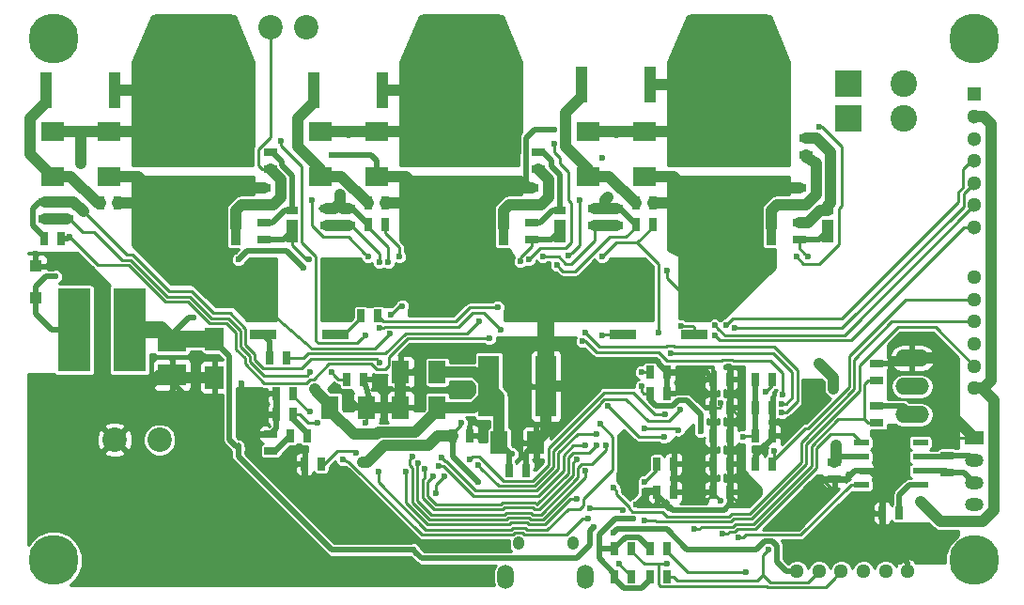
<source format=gbr>
G04 #@! TF.FileFunction,Copper,L2,Bot,Signal*
%FSLAX46Y46*%
G04 Gerber Fmt 4.6, Leading zero omitted, Abs format (unit mm)*
G04 Created by KiCad (PCBNEW 4.0.7-e1-6374~58~ubuntu14.04.1) date Fri Aug 18 10:51:15 2017*
%MOMM*%
%LPD*%
G01*
G04 APERTURE LIST*
%ADD10C,0.100000*%
%ADD11R,0.635000X1.143000*%
%ADD12R,1.143000X0.635000*%
%ADD13R,2.499360X1.950720*%
%ADD14R,1.849120X5.499100*%
%ADD15R,1.524000X2.032000*%
%ADD16R,1.100000X1.100000*%
%ADD17R,1.699260X2.100580*%
%ADD18R,1.100000X0.800000*%
%ADD19R,1.100000X2.000000*%
%ADD20R,2.159000X1.778000*%
%ADD21O,3.048000X1.524000*%
%ADD22R,2.997200X7.498080*%
%ADD23C,1.300480*%
%ADD24R,1.300000X1.300000*%
%ADD25C,1.300000*%
%ADD26R,1.699260X1.198880*%
%ADD27O,1.699260X1.198880*%
%ADD28R,10.800080X8.150860*%
%ADD29R,0.899160X3.200400*%
%ADD30R,1.000000X3.200000*%
%ADD31R,2.438400X5.588000*%
%ADD32R,2.438400X0.889000*%
%ADD33R,1.399540X0.599440*%
%ADD34O,1.050000X1.250000*%
%ADD35O,1.500000X2.200000*%
%ADD36C,4.500000*%
%ADD37C,2.200000*%
%ADD38R,2.400000X2.400000*%
%ADD39C,2.400000*%
%ADD40C,0.600000*%
%ADD41C,0.250000*%
%ADD42C,0.500000*%
%ADD43C,1.000000*%
%ADD44C,2.000000*%
%ADD45C,1.500000*%
%ADD46C,0.254000*%
G04 APERTURE END LIST*
D10*
D11*
X84582000Y-74930000D03*
X83058000Y-74930000D03*
X106807000Y-71755000D03*
X105283000Y-71755000D03*
D12*
X116205000Y-65278000D03*
X116205000Y-66802000D03*
D11*
X101473000Y-76835000D03*
X102997000Y-76835000D03*
X101473000Y-74295000D03*
X102997000Y-74295000D03*
X97917000Y-76835000D03*
X96393000Y-76835000D03*
X101473000Y-66675000D03*
X102997000Y-66675000D03*
X97282000Y-67945000D03*
X95758000Y-67945000D03*
X95758000Y-66040000D03*
X97282000Y-66040000D03*
X96393000Y-74295000D03*
X97917000Y-74295000D03*
X62103000Y-69850000D03*
X63627000Y-69850000D03*
D12*
X61595000Y-71628000D03*
X61595000Y-73152000D03*
X43180000Y-50673000D03*
X43180000Y-52197000D03*
X68580000Y-51308000D03*
X68580000Y-52832000D03*
X92710000Y-51308000D03*
X92710000Y-52832000D03*
D11*
X101473000Y-71755000D03*
X102997000Y-71755000D03*
X105283000Y-74295000D03*
X106807000Y-74295000D03*
D13*
X52705000Y-63246000D03*
X52705000Y-66294000D03*
D11*
X101473000Y-69215000D03*
X102997000Y-69215000D03*
D14*
X86395560Y-67310000D03*
X81244440Y-67310000D03*
D15*
X70231000Y-69215000D03*
X66929000Y-69215000D03*
X82169000Y-72390000D03*
X85471000Y-72390000D03*
X76581000Y-69215000D03*
X73279000Y-69215000D03*
D11*
X46228000Y-50800000D03*
X47752000Y-50800000D03*
X70358000Y-50800000D03*
X71882000Y-50800000D03*
D15*
X76581000Y-66040000D03*
X73279000Y-66040000D03*
D11*
X94488000Y-50800000D03*
X96012000Y-50800000D03*
D12*
X41275000Y-50673000D03*
X41275000Y-52197000D03*
X66675000Y-51308000D03*
X66675000Y-52832000D03*
X90805000Y-51308000D03*
X90805000Y-52832000D03*
X112395000Y-74168000D03*
X112395000Y-75692000D03*
D16*
X40386000Y-56462000D03*
X40386000Y-59362000D03*
D17*
X56515000Y-63040260D03*
X56515000Y-66499740D03*
D18*
X63500000Y-51455000D03*
D19*
X63500000Y-53355000D03*
D18*
X87630000Y-51455000D03*
D19*
X87630000Y-53355000D03*
D18*
X111760000Y-51455000D03*
D19*
X111760000Y-53355000D03*
D20*
X46990000Y-44323000D03*
X46990000Y-48387000D03*
X41910000Y-48387000D03*
X41910000Y-44323000D03*
X71120000Y-44323000D03*
X71120000Y-48387000D03*
X66040000Y-48387000D03*
X66040000Y-44323000D03*
X95250000Y-44323000D03*
X95250000Y-48387000D03*
X90170000Y-48387000D03*
X90170000Y-44323000D03*
D21*
X119380000Y-69850000D03*
X119380000Y-67310000D03*
X119380000Y-64770000D03*
D22*
X43855640Y-62230000D03*
X48854360Y-62230000D03*
D23*
X112999240Y-84000000D03*
X115000760Y-84000000D03*
X116999740Y-84000000D03*
X119001260Y-84000000D03*
X111000260Y-84000000D03*
X108998740Y-84000000D03*
X125000000Y-63500760D03*
X125000000Y-61499240D03*
X125000000Y-59500260D03*
X125000000Y-57498740D03*
X125000000Y-65499740D03*
X125000000Y-67501260D03*
D24*
X125000000Y-40995440D03*
D25*
X125000000Y-44998480D03*
X125000000Y-42996960D03*
X125000000Y-46997460D03*
X125000000Y-48998980D03*
X125000000Y-51000500D03*
X125000000Y-52999480D03*
D26*
X125000000Y-71997720D03*
D27*
X125000000Y-76000760D03*
X125000000Y-73999240D03*
X125000000Y-77999740D03*
D28*
X54610000Y-42359580D03*
D29*
X58420000Y-52961540D03*
X57150000Y-52961540D03*
X55880000Y-52961540D03*
X53340000Y-52961540D03*
X52070000Y-52961540D03*
X50800000Y-52961540D03*
D28*
X78740000Y-42359580D03*
D29*
X82550000Y-52961540D03*
X81280000Y-52961540D03*
X80010000Y-52961540D03*
X77470000Y-52961540D03*
X76200000Y-52961540D03*
X74930000Y-52961540D03*
D28*
X102870000Y-42359580D03*
D29*
X106680000Y-52961540D03*
X105410000Y-52961540D03*
X104140000Y-52961540D03*
X101600000Y-52961540D03*
X100330000Y-52961540D03*
X99060000Y-52961540D03*
D11*
X106807000Y-66675000D03*
X105283000Y-66675000D03*
X106807000Y-69215000D03*
X105283000Y-69215000D03*
D12*
X116205000Y-70612000D03*
X116205000Y-69088000D03*
D11*
X97282000Y-84455000D03*
X95758000Y-84455000D03*
X94107000Y-84455000D03*
X92583000Y-84455000D03*
X97282000Y-81915000D03*
X95758000Y-81915000D03*
X94107000Y-81915000D03*
X92583000Y-81915000D03*
D30*
X47550000Y-40640000D03*
X41350000Y-40640000D03*
D11*
X63373000Y-71755000D03*
X64897000Y-71755000D03*
X66167000Y-74295000D03*
X64643000Y-74295000D03*
X62103000Y-67945000D03*
X63627000Y-67945000D03*
X94488000Y-52705000D03*
X96012000Y-52705000D03*
X69977000Y-66675000D03*
X68453000Y-66675000D03*
X70358000Y-52705000D03*
X71882000Y-52705000D03*
D12*
X60960000Y-52578000D03*
X60960000Y-54102000D03*
X60960000Y-49403000D03*
X60960000Y-50927000D03*
D30*
X71680000Y-40640000D03*
X65480000Y-40640000D03*
D11*
X41148000Y-53975000D03*
X42672000Y-53975000D03*
D12*
X85090000Y-52578000D03*
X85090000Y-54102000D03*
X85090000Y-50927000D03*
X85090000Y-49403000D03*
D30*
X95810000Y-40132000D03*
X89610000Y-40132000D03*
D12*
X109220000Y-52578000D03*
X109220000Y-54102000D03*
X109220000Y-49403000D03*
X109220000Y-50927000D03*
D11*
X61468000Y-64770000D03*
X62992000Y-64770000D03*
X69723000Y-60960000D03*
X71247000Y-60960000D03*
D31*
X60896500Y-58547000D03*
X67373500Y-58547000D03*
D32*
X60896500Y-62674500D03*
X67373500Y-62674500D03*
D31*
X93281500Y-58547000D03*
X99758500Y-58547000D03*
D32*
X93281500Y-62674500D03*
X99758500Y-62674500D03*
D12*
X122555000Y-75057000D03*
X122555000Y-73533000D03*
D11*
X118237000Y-78740000D03*
X116713000Y-78740000D03*
D33*
X120142000Y-76200000D03*
X114808000Y-76200000D03*
X120142000Y-74930000D03*
X120142000Y-73660000D03*
X120142000Y-72390000D03*
X114808000Y-74930000D03*
X114808000Y-73660000D03*
X114808000Y-72390000D03*
D34*
X83935000Y-81455000D03*
X88785000Y-81455000D03*
D35*
X82760000Y-84455000D03*
X89960000Y-84455000D03*
D12*
X61595000Y-47752000D03*
X61595000Y-46228000D03*
X85725000Y-47752000D03*
X85725000Y-46228000D03*
X109855000Y-46482000D03*
X109855000Y-44958000D03*
D11*
X77978000Y-71755000D03*
X79502000Y-71755000D03*
D36*
X125010000Y-36000000D03*
X42010000Y-36000000D03*
X125010000Y-83000000D03*
X42010000Y-83000000D03*
D37*
X64770000Y-34925000D03*
X61595000Y-34925000D03*
X51562000Y-72136000D03*
X47498000Y-72136000D03*
D38*
X113665000Y-40005000D03*
D39*
X118665000Y-40005000D03*
D38*
X113665000Y-43180000D03*
D39*
X118665000Y-43180000D03*
D40*
X72390000Y-67564000D03*
X73152000Y-67564000D03*
X73914000Y-67564000D03*
X117348000Y-75184000D03*
X117348000Y-73152000D03*
X87122014Y-44196000D03*
X87630000Y-70866000D03*
X95758000Y-72898000D03*
X95250000Y-74676000D03*
X122174000Y-70358000D03*
X122428000Y-71882000D03*
X113030000Y-80772000D03*
X119888000Y-80772000D03*
X109982000Y-67564000D03*
X107442000Y-79756000D03*
X68580000Y-68326000D03*
X67056000Y-67564000D03*
X98552000Y-65786000D03*
X78740000Y-67564000D03*
X92202000Y-66294000D03*
X71882000Y-81026000D03*
X75184000Y-84582000D03*
X78486000Y-84582000D03*
X80518000Y-81534000D03*
X62230000Y-79502000D03*
X64008000Y-81280000D03*
X65786000Y-83058000D03*
X67818000Y-81026000D03*
X45720000Y-70358000D03*
X56388000Y-68580000D03*
X54356000Y-68580000D03*
X59182000Y-71628000D03*
X58928000Y-67056000D03*
X71666805Y-70443979D03*
X49276000Y-70358000D03*
X115062000Y-79502000D03*
X115062000Y-77978000D03*
X112268000Y-76708000D03*
X108966000Y-70104000D03*
X100330000Y-72390000D03*
X99060000Y-74422000D03*
X100330000Y-74422000D03*
X100330000Y-76962000D03*
X99060000Y-76962000D03*
X88392000Y-68580000D03*
X88392000Y-65278000D03*
X94996000Y-59944000D03*
X94996000Y-59182000D03*
X94996000Y-58420000D03*
X94996000Y-57658000D03*
X94996000Y-60706000D03*
X95758000Y-60198000D03*
X95758000Y-59436000D03*
X95758000Y-58674000D03*
X95758000Y-57912000D03*
X80518000Y-71374000D03*
X71628000Y-78740000D03*
X69342000Y-79248000D03*
X74930000Y-65532000D03*
X82042000Y-82042000D03*
X110617000Y-68834000D03*
X102104785Y-68830785D03*
X108204000Y-82550000D03*
X85598000Y-74168000D03*
X60198000Y-70358000D03*
X110744000Y-75946000D03*
X50546000Y-67310000D03*
X40386000Y-55372000D03*
X88392000Y-66802000D03*
X91440000Y-46736000D03*
X67056000Y-46482000D03*
X70104000Y-70612000D03*
X107696000Y-71882000D03*
X100838000Y-77625318D03*
X102111080Y-77625563D03*
X74688200Y-60452924D03*
X91948000Y-69088000D03*
X97028000Y-71882000D03*
X106172000Y-67818000D03*
X83312000Y-73406000D03*
X65532000Y-67564000D03*
X104140000Y-71882000D03*
X99788860Y-80136032D03*
X106426000Y-82042000D03*
X120142000Y-77724000D03*
X112522000Y-72644000D03*
X102870000Y-65532000D03*
X103632000Y-75438000D03*
X103886000Y-72898000D03*
X69850000Y-74168000D03*
X78740000Y-70612000D03*
X91186000Y-81788000D03*
X80264000Y-75946000D03*
X102997000Y-70358000D03*
X100330000Y-71374000D03*
X94498617Y-77973483D03*
X94234000Y-79248000D03*
X110998000Y-65278000D03*
X112268000Y-67564000D03*
X103768990Y-77752494D03*
X105156010Y-77470000D03*
X94996000Y-67310000D03*
X95263872Y-76745892D03*
X103886000Y-70104000D03*
X94996000Y-66040000D03*
X95250000Y-75946000D03*
X65790440Y-70640430D03*
X76454000Y-76962000D03*
X77216000Y-75438000D03*
X58674000Y-55880000D03*
X64516000Y-56642000D03*
X42163982Y-57404000D03*
X51308000Y-37338000D03*
X51308000Y-36322000D03*
X51308000Y-35306000D03*
X51308000Y-34290000D03*
X57912000Y-34290000D03*
X57912000Y-35306000D03*
X57912000Y-36322000D03*
X57912000Y-37338000D03*
X71406393Y-65153489D03*
X44704000Y-51562000D03*
X44450000Y-47244000D03*
X65143084Y-66040000D03*
X75438000Y-37338000D03*
X75438000Y-36322000D03*
X75438000Y-35306000D03*
X75438000Y-34290000D03*
X82042000Y-34290000D03*
X82042000Y-35306000D03*
X82042000Y-36322000D03*
X82042000Y-37338000D03*
X72174011Y-56134025D03*
X67818000Y-50038000D03*
X68580000Y-44450000D03*
X71374000Y-56134000D03*
X99568000Y-37338000D03*
X99568000Y-36322000D03*
X99568000Y-35306000D03*
X99568000Y-34290000D03*
X106172000Y-34290000D03*
X106172000Y-35306000D03*
X106172000Y-36322000D03*
X106172000Y-37338000D03*
X87376000Y-56388000D03*
X92710000Y-44450000D03*
X91948000Y-50292000D03*
X86106000Y-55626000D03*
X106934000Y-73152000D03*
X74422000Y-82042000D03*
X92456000Y-80518000D03*
X90678000Y-80010000D03*
X58674000Y-72897992D03*
X54638097Y-61109996D03*
X80319536Y-61468000D03*
X82042000Y-60198000D03*
X72297272Y-62592569D03*
X97282000Y-56896000D03*
X70109291Y-62698614D03*
X62484000Y-45212000D03*
X65024000Y-55880000D03*
X73441794Y-60085882D03*
X72390000Y-60842990D03*
X84843287Y-55878151D03*
X87122000Y-45466000D03*
X84067866Y-56074979D03*
X110998000Y-43942000D03*
X108966000Y-55626000D03*
X109982000Y-55626000D03*
X97282000Y-83312000D03*
X104394000Y-84074000D03*
X92964000Y-83312000D03*
X92456000Y-76454000D03*
X95264226Y-79419598D03*
X102616000Y-61828032D03*
X103384427Y-62080688D03*
X98289509Y-71237010D03*
X95250000Y-71120000D03*
X101600000Y-61828032D03*
X101600000Y-62738000D03*
X69295294Y-73335941D03*
X65143028Y-69596000D03*
X96520020Y-62484000D03*
X97601190Y-64296764D03*
X107624512Y-68868810D03*
X91440000Y-55626000D03*
X88401108Y-55566979D03*
X89408000Y-50546000D03*
X67056000Y-66040000D03*
X82296000Y-62191987D03*
X89916000Y-62484000D03*
X107624652Y-69668821D03*
X71362856Y-62031512D03*
X73152000Y-55626000D03*
X70358000Y-55626000D03*
X65278000Y-50546000D03*
X81280008Y-62992000D03*
X89662000Y-63246000D03*
X107696000Y-68072004D03*
X43434000Y-53848000D03*
X98552000Y-61841030D03*
X91440000Y-62738000D03*
X71260486Y-74982492D03*
X91246949Y-70672949D03*
X77014609Y-73753278D03*
X90932000Y-71628018D03*
X76200000Y-75438000D03*
X90932000Y-72644036D03*
X74864576Y-74268896D03*
X91767961Y-72665565D03*
X93298556Y-78497990D03*
X89154000Y-77470000D03*
X90330794Y-78317537D03*
X73736150Y-74976132D03*
X68072000Y-73914000D03*
X90170000Y-79248000D03*
X79502000Y-73914000D03*
X97086309Y-69838010D03*
X80263992Y-74422000D03*
X98488045Y-69450630D03*
X76733358Y-74504405D03*
X89916000Y-72644000D03*
X75483346Y-74775988D03*
X89137380Y-73899700D03*
X74365041Y-73644010D03*
X89915990Y-74929990D03*
X102328109Y-80586043D03*
X103730122Y-80949849D03*
D41*
X72390000Y-67564000D02*
X73152000Y-67564000D01*
D42*
X117094000Y-74930000D02*
X117348000Y-75184000D01*
X114808000Y-74930000D02*
X117094000Y-74930000D01*
X86697750Y-44196000D02*
X87122014Y-44196000D01*
X84590041Y-44949959D02*
X85344000Y-44196000D01*
X84590041Y-48903041D02*
X84590041Y-44949959D01*
X85344000Y-44196000D02*
X86697750Y-44196000D01*
X85090000Y-49403000D02*
X84590041Y-48903041D01*
D41*
X99060000Y-73406000D02*
X98552000Y-72898000D01*
X98552000Y-72898000D02*
X95758000Y-72898000D01*
X99060000Y-74422000D02*
X99060000Y-73406000D01*
X125000000Y-71997720D02*
X122543720Y-71997720D01*
X122543720Y-71997720D02*
X122428000Y-71882000D01*
X116713000Y-78740000D02*
X116713000Y-79883000D01*
X117602000Y-80772000D02*
X119888000Y-80772000D01*
X116713000Y-79883000D02*
X117602000Y-80772000D01*
X110617000Y-68834000D02*
X110617000Y-68199000D01*
X110617000Y-68199000D02*
X109982000Y-67564000D01*
X107696000Y-79756000D02*
X107442000Y-79756000D01*
D42*
X69469000Y-69215000D02*
X68580000Y-68326000D01*
X97282000Y-66040000D02*
X98298000Y-66040000D01*
X98298000Y-66040000D02*
X98552000Y-65786000D01*
X92202000Y-65018499D02*
X92202000Y-66294000D01*
X70231000Y-69215000D02*
X69469000Y-69215000D01*
X75184000Y-84582000D02*
X78486000Y-84582000D01*
X67818000Y-81026000D02*
X71882000Y-81026000D01*
X69342000Y-79248000D02*
X69342000Y-79502000D01*
X65786000Y-83058000D02*
X64008000Y-81280000D01*
X69342000Y-79502000D02*
X67818000Y-81026000D01*
X52705000Y-66294000D02*
X52705000Y-66929000D01*
X52705000Y-66929000D02*
X54356000Y-68580000D01*
X58928000Y-67056000D02*
X58928000Y-71374000D01*
X58928000Y-71374000D02*
X59182000Y-71628000D01*
D41*
X71666805Y-69638805D02*
X71666805Y-70019715D01*
X70231000Y-69215000D02*
X71243000Y-69215000D01*
X71243000Y-69215000D02*
X71666805Y-69638805D01*
X71666805Y-70019715D02*
X71666805Y-70443979D01*
D43*
X50546000Y-69088000D02*
X49575999Y-70058001D01*
X49575999Y-70058001D02*
X49276000Y-70358000D01*
X50546000Y-67310000D02*
X50546000Y-69088000D01*
D41*
X116713000Y-78740000D02*
X115824000Y-78740000D01*
X115824000Y-78740000D02*
X115062000Y-77978000D01*
X110744000Y-75946000D02*
X111506000Y-75946000D01*
X111506000Y-75946000D02*
X112268000Y-76708000D01*
X108966000Y-70612000D02*
X108966000Y-70104000D01*
D42*
X113466500Y-75692000D02*
X112395000Y-75692000D01*
X114808000Y-74930000D02*
X114228500Y-74930000D01*
X114228500Y-74930000D02*
X113466500Y-75692000D01*
D41*
X97917000Y-76835000D02*
X98933000Y-76835000D01*
X99314000Y-73406000D02*
X100330000Y-72390000D01*
X99314000Y-74168000D02*
X99314000Y-73406000D01*
X99060000Y-74422000D02*
X99314000Y-74168000D01*
X100330000Y-76962000D02*
X100330000Y-74422000D01*
X98933000Y-76835000D02*
X99060000Y-76962000D01*
X88392000Y-66802000D02*
X88392000Y-65278000D01*
X94996000Y-57658000D02*
X95504000Y-57658000D01*
D42*
X94996000Y-59944000D02*
X94996000Y-59182000D01*
X94996000Y-58420000D02*
X94996000Y-57658000D01*
X93281500Y-58991500D02*
X94996000Y-60706000D01*
D41*
X95758000Y-58674000D02*
X95758000Y-59436000D01*
X95504000Y-57658000D02*
X95758000Y-57912000D01*
D42*
X93281500Y-58547000D02*
X93281500Y-58991500D01*
X80518000Y-71556500D02*
X80518000Y-71374000D01*
X80319500Y-71755000D02*
X80518000Y-71556500D01*
X79502000Y-71755000D02*
X80319500Y-71755000D01*
X116205000Y-65278000D02*
X118872000Y-65278000D01*
X118872000Y-65278000D02*
X119380000Y-64770000D01*
D43*
X121920000Y-64770000D02*
X119380000Y-64770000D01*
X123190000Y-70187720D02*
X125000000Y-71997720D01*
X123190000Y-66040000D02*
X123190000Y-70187720D01*
X121920000Y-64770000D02*
X123190000Y-66040000D01*
D42*
X64643000Y-74295000D02*
X64643000Y-75692000D01*
X64643000Y-75692000D02*
X64516000Y-75692000D01*
X82042000Y-82042000D02*
X75692000Y-82042000D01*
X75692000Y-82042000D02*
X72390000Y-78740000D01*
X72390000Y-78740000D02*
X71628000Y-78740000D01*
X75184000Y-81534000D02*
X72390000Y-78740000D01*
X65532000Y-75692000D02*
X65532000Y-77978000D01*
X65532000Y-77978000D02*
X66802000Y-79248000D01*
X66802000Y-79248000D02*
X69342000Y-79248000D01*
X61595000Y-71628000D02*
X60523500Y-71628000D01*
X60523500Y-71628000D02*
X60198000Y-71953500D01*
X60198000Y-71953500D02*
X60198000Y-73660000D01*
X60198000Y-73660000D02*
X60960000Y-74422000D01*
X60960000Y-74422000D02*
X62230000Y-74422000D01*
X62230000Y-74422000D02*
X63500000Y-75692000D01*
X63500000Y-75692000D02*
X64516000Y-75692000D01*
X64516000Y-75692000D02*
X65532000Y-75692000D01*
X73279000Y-66040000D02*
X74422000Y-66040000D01*
X74422000Y-66040000D02*
X74930000Y-65532000D01*
D44*
X82042000Y-58547000D02*
X86360000Y-58547000D01*
X86360000Y-58547000D02*
X93281500Y-58547000D01*
D45*
X86395560Y-67310000D02*
X86395560Y-58582560D01*
X86395560Y-58582560D02*
X86360000Y-58547000D01*
D42*
X106807000Y-70612000D02*
X106807000Y-71755000D01*
X106807000Y-69215000D02*
X106807000Y-70612000D01*
X106807000Y-70612000D02*
X108966000Y-70612000D01*
X108966000Y-70612000D02*
X108839000Y-70612000D01*
X108839000Y-70612000D02*
X110617000Y-68834000D01*
X100838000Y-66040000D02*
X101473000Y-66675000D01*
X97282000Y-66040000D02*
X100838000Y-66040000D01*
D41*
X102104785Y-69150715D02*
X102104785Y-68830785D01*
X102040500Y-69215000D02*
X102104785Y-69150715D01*
X101473000Y-69215000D02*
X102040500Y-69215000D01*
D42*
X115062000Y-82550000D02*
X108204000Y-82550000D01*
X116713000Y-80899000D02*
X115062000Y-82550000D01*
X97282000Y-66040000D02*
X96525501Y-65283501D01*
X96525501Y-65283501D02*
X96525501Y-65108499D01*
X96525501Y-65108499D02*
X96435501Y-65018499D01*
X96435501Y-65018499D02*
X92202000Y-65018499D01*
X92202000Y-65018499D02*
X90175501Y-65018499D01*
X90175501Y-65018499D02*
X88392000Y-66802000D01*
X85598000Y-74168000D02*
X85598000Y-72517000D01*
X85598000Y-72517000D02*
X85471000Y-72390000D01*
X62103000Y-69850000D02*
X60706000Y-69850000D01*
X60706000Y-69850000D02*
X60198000Y-70358000D01*
X97917000Y-74295000D02*
X101473000Y-74295000D01*
X110998000Y-75692000D02*
X112395000Y-75692000D01*
X110744000Y-75946000D02*
X110998000Y-75692000D01*
X69977000Y-66675000D02*
X70612000Y-68834000D01*
X70612000Y-68834000D02*
X70231000Y-69215000D01*
D43*
X52705000Y-66294000D02*
X51562000Y-66294000D01*
X51562000Y-66294000D02*
X50546000Y-67310000D01*
X56515000Y-66499740D02*
X52910740Y-66499740D01*
X52910740Y-66499740D02*
X52705000Y-66294000D01*
D42*
X40386000Y-56462000D02*
X40386000Y-55372000D01*
D43*
X87884000Y-67310000D02*
X86395560Y-67310000D01*
X88392000Y-66802000D02*
X87884000Y-67310000D01*
D42*
X116713000Y-78740000D02*
X116713000Y-80899000D01*
X119001260Y-83187260D02*
X119001260Y-84000000D01*
X116713000Y-80899000D02*
X119001260Y-83187260D01*
X67056000Y-46482000D02*
X70604000Y-46482000D01*
X70604000Y-46482000D02*
X71120000Y-46998000D01*
X71120000Y-46998000D02*
X71120000Y-48387000D01*
X116713000Y-78740000D02*
X116713000Y-76073000D01*
X115570000Y-74930000D02*
X114808000Y-74930000D01*
X116713000Y-76073000D02*
X115570000Y-74930000D01*
X105283000Y-73787000D02*
X105283000Y-74295000D01*
X105283000Y-73533000D02*
X105283000Y-73787000D01*
X106807000Y-72009000D02*
X105283000Y-73533000D01*
X106807000Y-71755000D02*
X106807000Y-72009000D01*
D41*
X70231000Y-70485000D02*
X70104000Y-70612000D01*
X70231000Y-69215000D02*
X70231000Y-70485000D01*
X70231000Y-70231000D02*
X70104000Y-70358000D01*
X70104000Y-70358000D02*
X70104000Y-70612000D01*
X107696000Y-71882000D02*
X106934000Y-71882000D01*
X106934000Y-71882000D02*
X106807000Y-71755000D01*
X101473000Y-76835000D02*
X101473000Y-76990318D01*
X101473000Y-76990318D02*
X100838000Y-77625318D01*
X101473000Y-76835000D02*
X101473000Y-76987483D01*
X101473000Y-76987483D02*
X102111080Y-77625563D01*
D42*
X97917000Y-74295000D02*
X97917000Y-76835000D01*
X97282000Y-66040000D02*
X97282000Y-67945000D01*
X101473000Y-69215000D02*
X101473000Y-66675000D01*
X101473000Y-71755000D02*
X101473000Y-69215000D01*
X101473000Y-74295000D02*
X101473000Y-71755000D01*
X101473000Y-76835000D02*
X101473000Y-74295000D01*
D41*
X74688200Y-60028660D02*
X74688200Y-60452924D01*
X74688200Y-59702200D02*
X74688200Y-60028660D01*
X73533000Y-58547000D02*
X74688200Y-59702200D01*
D42*
X84582000Y-74930000D02*
X84582000Y-73279000D01*
X84582000Y-73279000D02*
X85471000Y-72390000D01*
D43*
X86395560Y-67310000D02*
X86395560Y-71465440D01*
X86395560Y-71465440D02*
X85471000Y-72390000D01*
X73279000Y-66040000D02*
X73279000Y-69215000D01*
X70231000Y-69215000D02*
X73279000Y-69215000D01*
D42*
X70612000Y-68834000D02*
X70231000Y-69215000D01*
X62103000Y-69850000D02*
X62103000Y-71120000D01*
X62103000Y-71120000D02*
X61595000Y-71628000D01*
X62103000Y-67945000D02*
X62103000Y-69850000D01*
D44*
X80010000Y-52961540D02*
X80010000Y-56515000D01*
X80010000Y-56515000D02*
X82042000Y-58547000D01*
X67373500Y-58547000D02*
X73533000Y-58547000D01*
X76200000Y-55880000D02*
X76200000Y-52961540D01*
X73533000Y-58547000D02*
X76200000Y-55880000D01*
D43*
X74894440Y-52997100D02*
X74930000Y-52961540D01*
X85090000Y-49403000D02*
X82677000Y-49403000D01*
X81280000Y-50800000D02*
X81280000Y-52961540D01*
X82677000Y-49403000D02*
X81280000Y-50800000D01*
X80010000Y-52961540D02*
X81280000Y-52961540D01*
X77470000Y-52961540D02*
X80010000Y-52961540D01*
X76200000Y-52961540D02*
X77470000Y-52961540D01*
X74930000Y-52961540D02*
X76200000Y-52961540D01*
X71120000Y-48387000D02*
X73787000Y-48387000D01*
X74930000Y-49530000D02*
X74930000Y-51308000D01*
X73787000Y-48387000D02*
X74930000Y-49530000D01*
X71882000Y-50800000D02*
X74422000Y-50800000D01*
X74930000Y-51308000D02*
X74930000Y-52961540D01*
X74422000Y-50800000D02*
X74930000Y-51308000D01*
X71117193Y-71628000D02*
X71301204Y-71443989D01*
X71301204Y-71443989D02*
X74606011Y-71443989D01*
X76581000Y-69469000D02*
X76581000Y-69215000D01*
X69088000Y-71628000D02*
X71117193Y-71628000D01*
X66929000Y-69215000D02*
X66929000Y-69469000D01*
X66929000Y-69469000D02*
X69088000Y-71628000D01*
X74606011Y-71443989D02*
X76581000Y-69469000D01*
X76581000Y-69215000D02*
X79883000Y-69215000D01*
X79883000Y-69215000D02*
X81244440Y-67853560D01*
X81244440Y-67853560D02*
X81244440Y-67310000D01*
X76581000Y-66040000D02*
X79974440Y-66040000D01*
X79974440Y-66040000D02*
X81244440Y-67310000D01*
D41*
X94742000Y-71882000D02*
X91948000Y-69088000D01*
X96603736Y-71882000D02*
X94742000Y-71882000D01*
X97028000Y-71882000D02*
X96603736Y-71882000D01*
X106807000Y-66675000D02*
X106807000Y-67183000D01*
X106807000Y-67183000D02*
X106172000Y-67818000D01*
D42*
X83312000Y-73406000D02*
X83185000Y-73406000D01*
X83185000Y-73406000D02*
X83058000Y-73279000D01*
D43*
X66929000Y-68961000D02*
X65831999Y-67863999D01*
X66929000Y-69215000D02*
X66929000Y-68961000D01*
X65831999Y-67863999D02*
X65532000Y-67564000D01*
D42*
X83058000Y-74930000D02*
X83058000Y-73279000D01*
X83058000Y-73279000D02*
X82169000Y-72390000D01*
D43*
X82169000Y-72390000D02*
X82169000Y-68234560D01*
X82169000Y-68234560D02*
X81244440Y-67310000D01*
X80990440Y-67564000D02*
X81244440Y-67310000D01*
D42*
X105283000Y-69215000D02*
X105283000Y-66675000D01*
X105283000Y-71755000D02*
X105283000Y-69215000D01*
D41*
X105283000Y-71755000D02*
X104267000Y-71755000D01*
X104267000Y-71755000D02*
X104140000Y-71882000D01*
X110293989Y-72711600D02*
X110293989Y-74489600D01*
X103480977Y-79707033D02*
X103226977Y-79961033D01*
X100213124Y-80136032D02*
X99788860Y-80136032D01*
X105076556Y-79707033D02*
X103480977Y-79707033D01*
X110293989Y-74489600D02*
X105076556Y-79707033D01*
X115062000Y-70290500D02*
X112715089Y-70290500D01*
X103226977Y-79961033D02*
X100388123Y-79961033D01*
X112715089Y-70290500D02*
X110293989Y-72711600D01*
X100388123Y-79961033D02*
X100213124Y-80136032D01*
X116205000Y-66802000D02*
X115383500Y-66802000D01*
X115383500Y-66802000D02*
X115062000Y-67123500D01*
X115062000Y-67123500D02*
X115062000Y-70290500D01*
X115062000Y-70290500D02*
X115383500Y-70612000D01*
X115383500Y-70612000D02*
X116205000Y-70612000D01*
X106126001Y-82341999D02*
X106426000Y-82042000D01*
X105918000Y-84328000D02*
X105918000Y-82550000D01*
X105918000Y-82550000D02*
X106126001Y-82341999D01*
X105918000Y-84328000D02*
X106565241Y-84975241D01*
X110025019Y-84975241D02*
X110350021Y-84650239D01*
X106565241Y-84975241D02*
X110025019Y-84975241D01*
X110350021Y-84650239D02*
X111000260Y-84000000D01*
X97282000Y-84455000D02*
X97849500Y-84455000D01*
X97849500Y-84455000D02*
X98230500Y-84836000D01*
X98230500Y-84836000D02*
X105410000Y-84836000D01*
X105410000Y-84836000D02*
X105918000Y-84328000D01*
D43*
X69850000Y-74168000D02*
X70274264Y-74168000D01*
X70274264Y-74168000D02*
X71798264Y-72644000D01*
X71798264Y-72644000D02*
X75771500Y-72644000D01*
X75771500Y-72644000D02*
X76660500Y-71755000D01*
X76660500Y-71755000D02*
X77978000Y-71755000D01*
X125667260Y-67501260D02*
X126746000Y-68580000D01*
X126746000Y-68580000D02*
X126746000Y-78486000D01*
X126746000Y-78486000D02*
X125730000Y-79502000D01*
X125730000Y-79502000D02*
X121920000Y-79502000D01*
X121920000Y-79502000D02*
X120142000Y-77724000D01*
X125667260Y-67501260D02*
X125000000Y-67501260D01*
X112522000Y-74041000D02*
X112395000Y-74168000D01*
X112522000Y-72644000D02*
X112522000Y-74041000D01*
D42*
X102997000Y-66675000D02*
X102997000Y-65659000D01*
X102997000Y-65659000D02*
X102870000Y-65532000D01*
X95263872Y-76708000D02*
X96266000Y-76708000D01*
X96266000Y-76708000D02*
X96393000Y-76835000D01*
D41*
X103632000Y-73152000D02*
X103632000Y-75438000D01*
X103886000Y-72898000D02*
X103632000Y-73152000D01*
X77978000Y-71755000D02*
X77978000Y-71501000D01*
X77978000Y-71501000D02*
X78740000Y-70739000D01*
X78740000Y-70739000D02*
X78740000Y-70612000D01*
D42*
X92583000Y-81915000D02*
X91313000Y-81915000D01*
X91313000Y-81915000D02*
X91186000Y-81788000D01*
X91186000Y-82212264D02*
X91186000Y-81788000D01*
X92583000Y-84201000D02*
X91186000Y-82804000D01*
X92615998Y-79248000D02*
X91186000Y-80677998D01*
X91186000Y-82804000D02*
X91186000Y-82212264D01*
X92583000Y-84455000D02*
X92583000Y-84201000D01*
X91186000Y-81363736D02*
X91186000Y-81788000D01*
X91186000Y-80677998D02*
X91186000Y-81363736D01*
X94234000Y-79248000D02*
X92615998Y-79248000D01*
X77978000Y-72826500D02*
X77978000Y-73660000D01*
X77978000Y-73660000D02*
X80264000Y-75946000D01*
X77978000Y-71755000D02*
X77978000Y-72826500D01*
X102997000Y-69215000D02*
X102997000Y-70358000D01*
X102997000Y-70358000D02*
X102997000Y-71755000D01*
X99060000Y-68580000D02*
X100330000Y-69850000D01*
X100330000Y-69850000D02*
X100330000Y-71374000D01*
X98298000Y-68580000D02*
X99060000Y-68580000D01*
X97790000Y-69088000D02*
X98298000Y-68580000D01*
X96266000Y-69088000D02*
X97790000Y-69088000D01*
X95758000Y-68580000D02*
X96266000Y-69088000D01*
X95758000Y-67945000D02*
X95758000Y-68580000D01*
X92583000Y-81888965D02*
X92583000Y-81915000D01*
X93578466Y-80893499D02*
X92583000Y-81888965D01*
X94736499Y-80893499D02*
X93578466Y-80893499D01*
X95758000Y-81915000D02*
X94736499Y-80893499D01*
X95263872Y-76745892D02*
X95263872Y-76708000D01*
X95263872Y-76708000D02*
X95263872Y-77208228D01*
X94798616Y-77673484D02*
X94498617Y-77973483D01*
X95263872Y-77208228D02*
X94798616Y-77673484D01*
D43*
X112268000Y-67564000D02*
X112268000Y-66548000D01*
X112268000Y-66548000D02*
X110998000Y-65278000D01*
D42*
X102997000Y-76835000D02*
X102997000Y-77906500D01*
X102997000Y-77906500D02*
X102417500Y-78486000D01*
X96393000Y-77089000D02*
X96393000Y-76835000D01*
X102417500Y-78486000D02*
X97790000Y-78486000D01*
X97790000Y-78486000D02*
X96393000Y-77089000D01*
D43*
X125000000Y-42996960D02*
X125800960Y-42996960D01*
X125800960Y-42996960D02*
X126492000Y-43688000D01*
X126492000Y-43688000D02*
X126492000Y-66802000D01*
X126492000Y-66802000D02*
X125792740Y-67501260D01*
X125792740Y-67501260D02*
X125000000Y-67501260D01*
D42*
X95758000Y-84455000D02*
X95758000Y-84709000D01*
X92583000Y-84630002D02*
X92583000Y-84455000D01*
X95758000Y-84709000D02*
X94990499Y-85476501D01*
X94990499Y-85476501D02*
X93429499Y-85476501D01*
X93429499Y-85476501D02*
X92583000Y-84630002D01*
D41*
X103660494Y-77752494D02*
X103768990Y-77752494D01*
X102997000Y-76835000D02*
X102997000Y-77089000D01*
X102997000Y-77089000D02*
X103660494Y-77752494D01*
X104856011Y-77170001D02*
X105156010Y-77470000D01*
X104521010Y-76835000D02*
X104856011Y-77170001D01*
X102997000Y-76835000D02*
X104521010Y-76835000D01*
D42*
X114808000Y-73660000D02*
X112903000Y-73660000D01*
X112903000Y-73660000D02*
X112395000Y-74168000D01*
D41*
X94996000Y-67734264D02*
X94996000Y-67310000D01*
X94996000Y-67750500D02*
X94996000Y-67734264D01*
X95190500Y-67945000D02*
X94996000Y-67750500D01*
X95758000Y-67945000D02*
X95190500Y-67945000D01*
X103886000Y-70104000D02*
X102997000Y-69215000D01*
D42*
X102997000Y-74295000D02*
X102997000Y-76835000D01*
X102997000Y-71755000D02*
X102997000Y-74295000D01*
X102997000Y-66675000D02*
X102997000Y-69215000D01*
D41*
X95758000Y-66040000D02*
X94996000Y-66040000D01*
X95250000Y-75946000D02*
X96393000Y-74803000D01*
X96393000Y-74803000D02*
X96393000Y-74295000D01*
X64984930Y-70640430D02*
X65366176Y-70640430D01*
X64194500Y-69850000D02*
X64984930Y-70640430D01*
X65366176Y-70640430D02*
X65790440Y-70640430D01*
X63627000Y-69850000D02*
X64194500Y-69850000D01*
D42*
X63627000Y-69850000D02*
X63627000Y-70231000D01*
X63627000Y-70231000D02*
X64897000Y-71501000D01*
X64897000Y-71501000D02*
X64897000Y-71755000D01*
D41*
X76454000Y-76962000D02*
X76454000Y-76200000D01*
X76454000Y-76200000D02*
X77216000Y-75438000D01*
D42*
X61595000Y-73152000D02*
X61976000Y-73152000D01*
X61976000Y-73152000D02*
X63373000Y-71755000D01*
X62992000Y-55118000D02*
X59436000Y-55118000D01*
X59436000Y-55118000D02*
X58674000Y-55880000D01*
X64516000Y-56642000D02*
X62992000Y-55118000D01*
X41739718Y-57404000D02*
X42163982Y-57404000D01*
X41294000Y-57404000D02*
X41739718Y-57404000D01*
X40386000Y-58312000D02*
X41294000Y-57404000D01*
X40386000Y-59362000D02*
X40386000Y-58312000D01*
X40386000Y-59362000D02*
X40386000Y-60758960D01*
X40386000Y-60758960D02*
X41857040Y-62230000D01*
X41857040Y-62230000D02*
X43855640Y-62230000D01*
D43*
X53340000Y-37338000D02*
X51308000Y-37338000D01*
X51308000Y-36322000D02*
X51308000Y-35306000D01*
X51308000Y-34290000D02*
X57912000Y-34290000D01*
X57912000Y-35306000D02*
X57912000Y-36322000D01*
X53340000Y-37338000D02*
X54610000Y-38608000D01*
X54610000Y-42359580D02*
X54610000Y-38608000D01*
D41*
X44704000Y-51562000D02*
X48629978Y-55487978D01*
X71106394Y-64853490D02*
X71406393Y-65153489D01*
X48629978Y-55487978D02*
X49140798Y-55487978D01*
X49140798Y-55487978D02*
X52428420Y-58775600D01*
X52428420Y-58775600D02*
X54460421Y-58775600D01*
X64381499Y-65666501D02*
X65220009Y-64827991D01*
X54460421Y-58775600D02*
X56390821Y-60706000D01*
X56390821Y-60706000D02*
X57914824Y-60706000D01*
X60894510Y-65666501D02*
X64381499Y-65666501D01*
X57914824Y-60706000D02*
X59320022Y-62111198D01*
X60149033Y-64921022D02*
X60894510Y-65666501D01*
X59320022Y-62111198D02*
X59320022Y-63584012D01*
X59320022Y-63584012D02*
X60149033Y-64413023D01*
X60149033Y-64413023D02*
X60149033Y-64921022D01*
X65220009Y-64827991D02*
X71080895Y-64827991D01*
X71080895Y-64827991D02*
X71106394Y-64853490D01*
D42*
X41275000Y-50673000D02*
X40767000Y-50673000D01*
X40767000Y-50673000D02*
X40132000Y-51308000D01*
X40132000Y-52832000D02*
X41148000Y-53848000D01*
X40132000Y-51308000D02*
X40132000Y-52832000D01*
X41148000Y-53848000D02*
X41148000Y-53975000D01*
D43*
X43180000Y-50673000D02*
X41275000Y-50673000D01*
X44450000Y-44323000D02*
X44450000Y-47244000D01*
X43815000Y-50673000D02*
X43180000Y-50673000D01*
X44704000Y-51562000D02*
X43815000Y-50673000D01*
X47550000Y-40640000D02*
X52890420Y-40640000D01*
X52890420Y-40640000D02*
X54610000Y-42359580D01*
X46990000Y-44323000D02*
X52646580Y-44323000D01*
X52646580Y-44323000D02*
X54610000Y-42359580D01*
X41910000Y-44323000D02*
X44450000Y-44323000D01*
X44450000Y-44323000D02*
X46990000Y-44323000D01*
D41*
X60931598Y-66339999D02*
X64843085Y-66339999D01*
X59699022Y-64599423D02*
X59699022Y-65107422D01*
X58870011Y-63770412D02*
X59699022Y-64599423D01*
X58870011Y-62297598D02*
X58870011Y-63770412D01*
X43180000Y-52197000D02*
X43434000Y-52197000D01*
X57787371Y-61214958D02*
X58870011Y-62297598D01*
X48954399Y-55937989D02*
X52256399Y-59239989D01*
X59699022Y-65107422D02*
X60931598Y-66339999D01*
X54288400Y-59239989D02*
X56263369Y-61214958D01*
X64843085Y-66339999D02*
X65143084Y-66040000D01*
X45652400Y-53397989D02*
X48192400Y-55937989D01*
X43434000Y-52197000D02*
X44634989Y-53397989D01*
X48192400Y-55937989D02*
X48954399Y-55937989D01*
X56263369Y-61214958D02*
X57787371Y-61214958D01*
X44634989Y-53397989D02*
X45652400Y-53397989D01*
X52256399Y-59239989D02*
X54288400Y-59239989D01*
D43*
X41275000Y-52197000D02*
X43180000Y-52197000D01*
X78740000Y-38100000D02*
X77978000Y-37338000D01*
X77978000Y-37338000D02*
X75438000Y-37338000D01*
X75438000Y-36322000D02*
X75438000Y-35306000D01*
X75438000Y-34290000D02*
X82042000Y-34290000D01*
X82042000Y-35306000D02*
X82042000Y-36322000D01*
X78740000Y-38100000D02*
X78740000Y-42359580D01*
X71120000Y-44323000D02*
X76776580Y-44323000D01*
X76776580Y-44323000D02*
X78740000Y-42359580D01*
X71680000Y-40640000D02*
X77020420Y-40640000D01*
X77020420Y-40640000D02*
X78740000Y-42359580D01*
D44*
X77020420Y-40640000D02*
X78740000Y-42359580D01*
D41*
X72174011Y-55709761D02*
X72174011Y-56134025D01*
X70358000Y-52705000D02*
X70358000Y-52959000D01*
X70358000Y-52959000D02*
X72174011Y-54775011D01*
X72174011Y-54775011D02*
X72174011Y-55709761D01*
D42*
X68580000Y-51308000D02*
X68961000Y-51308000D01*
X68961000Y-51308000D02*
X70358000Y-52705000D01*
D43*
X77020420Y-40640000D02*
X78740000Y-42359580D01*
X68580000Y-44323000D02*
X68580000Y-44450000D01*
X68580000Y-44323000D02*
X71120000Y-44323000D01*
X77020420Y-40640000D02*
X78740000Y-42359580D01*
D42*
X66167000Y-51308000D02*
X66675000Y-51308000D01*
D43*
X67818000Y-50038000D02*
X67818000Y-51054000D01*
X67818000Y-51054000D02*
X68072000Y-51308000D01*
X68072000Y-51308000D02*
X68580000Y-51308000D01*
X67818000Y-50038000D02*
X67818000Y-50800000D01*
X67818000Y-50800000D02*
X67310000Y-51308000D01*
X67310000Y-51308000D02*
X66675000Y-51308000D01*
X77020420Y-40640000D02*
X78740000Y-42359580D01*
X66040000Y-44323000D02*
X68580000Y-44323000D01*
D41*
X71374000Y-55709736D02*
X71374000Y-56134000D01*
X68834000Y-52832000D02*
X71374000Y-55372000D01*
X71374000Y-55372000D02*
X71374000Y-55709736D01*
X68580000Y-52832000D02*
X68834000Y-52832000D01*
D43*
X66675000Y-52832000D02*
X68580000Y-52832000D01*
X102870000Y-38100000D02*
X102108000Y-37338000D01*
X102108000Y-37338000D02*
X99568000Y-37338000D01*
X99568000Y-36322000D02*
X99568000Y-35306000D01*
X99568000Y-34290000D02*
X106172000Y-34290000D01*
X106172000Y-35306000D02*
X106172000Y-36322000D01*
X102870000Y-38100000D02*
X102870000Y-42359580D01*
D41*
X92118264Y-53848000D02*
X89024265Y-56941999D01*
X87675999Y-56687999D02*
X87376000Y-56388000D01*
X87929999Y-56941999D02*
X87675999Y-56687999D01*
X94488000Y-52959000D02*
X93599000Y-53848000D01*
X89024265Y-56941999D02*
X87929999Y-56941999D01*
X94488000Y-52705000D02*
X94488000Y-52959000D01*
X93599000Y-53848000D02*
X92118264Y-53848000D01*
D42*
X92710000Y-51308000D02*
X93091000Y-51308000D01*
X93091000Y-51308000D02*
X94488000Y-52705000D01*
D43*
X91694000Y-51308000D02*
X91694000Y-50546000D01*
X92710000Y-44450000D02*
X92710000Y-44323000D01*
X91694000Y-50546000D02*
X91948000Y-50292000D01*
X92710000Y-51308000D02*
X91694000Y-51308000D01*
X91694000Y-51308000D02*
X91440000Y-51308000D01*
X91440000Y-51308000D02*
X90805000Y-51308000D01*
D42*
X90805000Y-51308000D02*
X90424000Y-51308000D01*
D43*
X95250000Y-44323000D02*
X100906580Y-44323000D01*
X100906580Y-44323000D02*
X102870000Y-42359580D01*
X90170000Y-44323000D02*
X92710000Y-44323000D01*
X92710000Y-44323000D02*
X95250000Y-44323000D01*
X95810000Y-40132000D02*
X100642420Y-40132000D01*
X100642420Y-40132000D02*
X102870000Y-42359580D01*
D41*
X90805000Y-54138004D02*
X88672005Y-56270999D01*
X87539002Y-55626000D02*
X86530264Y-55626000D01*
X86530264Y-55626000D02*
X86106000Y-55626000D01*
X88184001Y-56270999D02*
X87539002Y-55626000D01*
X90805000Y-52832000D02*
X90805000Y-54138004D01*
X88672005Y-56270999D02*
X88184001Y-56270999D01*
D43*
X90805000Y-52832000D02*
X92710000Y-52832000D01*
D41*
X125000000Y-59500260D02*
X118807740Y-59500260D01*
X109998401Y-71097956D02*
X109750044Y-71097956D01*
X106807000Y-74041000D02*
X106807000Y-74295000D01*
X113711967Y-67384390D02*
X109998401Y-71097956D01*
X118807740Y-59500260D02*
X113711967Y-64596033D01*
X109750044Y-71097956D02*
X106807000Y-74041000D01*
X113711967Y-64596033D02*
X113711967Y-67384390D01*
X106934000Y-73152000D02*
X106934000Y-74168000D01*
X106934000Y-74168000D02*
X106807000Y-74295000D01*
D42*
X58374001Y-72597993D02*
X58674000Y-72897992D01*
X57864630Y-72088622D02*
X58374001Y-72597993D01*
X57864630Y-64590550D02*
X57864630Y-72088622D01*
X56515000Y-63240920D02*
X57864630Y-64590550D01*
X56515000Y-63040260D02*
X56515000Y-63240920D01*
X99108002Y-82042000D02*
X105315996Y-82042000D01*
X92780512Y-80193488D02*
X97259490Y-80193488D01*
X107188000Y-83108838D02*
X108079162Y-84000000D01*
X107188000Y-81693996D02*
X107188000Y-83108838D01*
X106065998Y-81291998D02*
X106786002Y-81291998D01*
X106786002Y-81291998D02*
X107188000Y-81693996D01*
X92456000Y-80518000D02*
X92780512Y-80193488D01*
X105315996Y-82042000D02*
X106065998Y-81291998D01*
X97259490Y-80193488D02*
X99108002Y-82042000D01*
X108079162Y-84000000D02*
X108998740Y-84000000D01*
X58674000Y-73633965D02*
X67082035Y-82042000D01*
X58674000Y-72898000D02*
X58674000Y-73633965D01*
X73997736Y-82042000D02*
X74422000Y-82042000D01*
X90378001Y-81579999D02*
X89154000Y-82804000D01*
X90378001Y-80309999D02*
X90378001Y-81579999D01*
X74721999Y-82341999D02*
X74422000Y-82042000D01*
X75184000Y-82804000D02*
X74721999Y-82341999D01*
X90678000Y-80010000D02*
X90378001Y-80309999D01*
X67082035Y-82042000D02*
X73997736Y-82042000D01*
X89154000Y-82804000D02*
X75184000Y-82804000D01*
X58674000Y-72897992D02*
X58674000Y-72898000D01*
X58674000Y-72644000D02*
X58674000Y-72898000D01*
X52705000Y-63246000D02*
X52705000Y-62611000D01*
X52705000Y-62611000D02*
X54206004Y-61109996D01*
X54206004Y-61109996D02*
X54638097Y-61109996D01*
D45*
X48854360Y-62230000D02*
X51689000Y-62230000D01*
X51689000Y-62230000D02*
X52705000Y-63246000D01*
X56515000Y-63040260D02*
X52910740Y-63040260D01*
X52910740Y-63040260D02*
X52705000Y-63246000D01*
D41*
X62992000Y-64770000D02*
X64516000Y-64770000D01*
X64516000Y-64770000D02*
X64941977Y-64344023D01*
X73727600Y-62541989D02*
X79245547Y-62541989D01*
X64941977Y-64344023D02*
X71925566Y-64344023D01*
X71925566Y-64344023D02*
X73727600Y-62541989D01*
X79245547Y-62541989D02*
X80019537Y-61767999D01*
X80019537Y-61767999D02*
X80319536Y-61468000D01*
X71247000Y-60960000D02*
X71755000Y-61468000D01*
X71755000Y-61468000D02*
X78232000Y-61468000D01*
X78232000Y-61468000D02*
X79502000Y-60198000D01*
X79502000Y-60198000D02*
X81617736Y-60198000D01*
X81617736Y-60198000D02*
X82042000Y-60198000D01*
D43*
X41350000Y-40640000D02*
X41350000Y-41708000D01*
X41350000Y-41708000D02*
X39878000Y-43180000D01*
X39878000Y-43180000D02*
X39878000Y-46355000D01*
X39878000Y-46355000D02*
X41910000Y-48387000D01*
X41910000Y-48387000D02*
X43561000Y-48387000D01*
X43561000Y-48387000D02*
X45974000Y-50800000D01*
X45974000Y-50800000D02*
X46228000Y-50800000D01*
D44*
X52070000Y-52961540D02*
X52070000Y-54102000D01*
X52070000Y-54102000D02*
X53086000Y-55118000D01*
X56261000Y-58547000D02*
X60896500Y-58547000D01*
X54864000Y-57150000D02*
X56261000Y-58547000D01*
X53594000Y-57150000D02*
X54864000Y-57150000D01*
X53086000Y-56642000D02*
X53594000Y-57150000D01*
X53086000Y-55118000D02*
X53086000Y-56642000D01*
D41*
X70248788Y-63894012D02*
X70995829Y-63894012D01*
X70995829Y-63894012D02*
X72297272Y-62592569D01*
X60896500Y-58547000D02*
X60896500Y-60121800D01*
X60896500Y-60121800D02*
X65303712Y-63894012D01*
X65303712Y-63894012D02*
X70248788Y-63894012D01*
D43*
X60896500Y-58547000D02*
X60071000Y-58547000D01*
X60960000Y-49403000D02*
X58547000Y-49403000D01*
X57150000Y-50800000D02*
X57150000Y-52961540D01*
X58547000Y-49403000D02*
X57150000Y-50800000D01*
X46990000Y-48387000D02*
X49657000Y-48387000D01*
X50800000Y-49530000D02*
X50800000Y-51308000D01*
X49657000Y-48387000D02*
X50800000Y-49530000D01*
X47752000Y-50800000D02*
X50292000Y-50800000D01*
X50800000Y-51308000D02*
X50800000Y-52961540D01*
X50292000Y-50800000D02*
X50800000Y-51308000D01*
X52070000Y-52961540D02*
X50800000Y-52961540D01*
X53340000Y-52961540D02*
X52070000Y-52961540D01*
X55880000Y-52961540D02*
X53340000Y-52961540D01*
X57150000Y-52961540D02*
X55880000Y-52961540D01*
X66040000Y-48387000D02*
X67945000Y-48387000D01*
X67945000Y-48387000D02*
X70358000Y-50800000D01*
X66040000Y-48387000D02*
X66040000Y-47752000D01*
X66040000Y-47752000D02*
X64008000Y-45720000D01*
X64008000Y-45720000D02*
X64008000Y-43180000D01*
X64008000Y-43180000D02*
X65480000Y-41708000D01*
X65480000Y-41708000D02*
X65480000Y-40640000D01*
X90170000Y-48387000D02*
X92075000Y-48387000D01*
X92075000Y-48387000D02*
X94488000Y-50800000D01*
X90170000Y-48387000D02*
X90170000Y-47752000D01*
X90170000Y-47752000D02*
X88138000Y-45720000D01*
X88138000Y-45720000D02*
X88138000Y-42672000D01*
X88138000Y-42672000D02*
X89610000Y-41200000D01*
X89610000Y-41200000D02*
X89610000Y-40132000D01*
D41*
X98289300Y-58547000D02*
X97282000Y-57539700D01*
X99758500Y-58547000D02*
X98289300Y-58547000D01*
X97282000Y-57320264D02*
X97282000Y-56896000D01*
X97282000Y-57539700D02*
X97282000Y-57320264D01*
D44*
X104140000Y-52961540D02*
X104140000Y-56642000D01*
X102235000Y-58547000D02*
X99758500Y-58547000D01*
X104140000Y-56642000D02*
X102235000Y-58547000D01*
D43*
X100330000Y-57975500D02*
X99758500Y-58547000D01*
X109220000Y-49403000D02*
X106807000Y-49403000D01*
X105410000Y-50800000D02*
X105410000Y-52961540D01*
X106807000Y-49403000D02*
X105410000Y-50800000D01*
X95250000Y-48387000D02*
X97917000Y-48387000D01*
X99060000Y-49530000D02*
X99060000Y-51308000D01*
X97917000Y-48387000D02*
X99060000Y-49530000D01*
X104140000Y-52961540D02*
X105410000Y-52961540D01*
X101600000Y-52961540D02*
X104140000Y-52961540D01*
X100330000Y-52961540D02*
X101600000Y-52961540D01*
X99060000Y-52961540D02*
X100330000Y-52961540D01*
X96012000Y-50800000D02*
X98552000Y-50800000D01*
X99060000Y-51308000D02*
X99060000Y-52961540D01*
X98552000Y-50800000D02*
X99060000Y-51308000D01*
D41*
X69809292Y-62998613D02*
X70109291Y-62698614D01*
X65649002Y-55579998D02*
X65649002Y-63234592D01*
X65858411Y-63444001D02*
X69363904Y-63444001D01*
X69363904Y-63444001D02*
X69809292Y-62998613D01*
X65649002Y-63234592D02*
X65858411Y-63444001D01*
X64375001Y-54305997D02*
X65649002Y-55579998D01*
X64375001Y-47527265D02*
X64375001Y-54305997D01*
X62484000Y-45636264D02*
X64375001Y-47527265D01*
X62484000Y-45212000D02*
X62484000Y-45636264D01*
D42*
X63500000Y-48311188D02*
X63500000Y-50555000D01*
X62616501Y-47427689D02*
X63500000Y-48311188D01*
X62616501Y-47074499D02*
X62616501Y-47427689D01*
X61770002Y-46228000D02*
X62616501Y-47074499D01*
X61595000Y-46228000D02*
X61770002Y-46228000D01*
X63500000Y-50555000D02*
X63500000Y-51455000D01*
X63500000Y-51455000D02*
X62845000Y-51455000D01*
X61722000Y-52578000D02*
X60960000Y-52578000D01*
X62845000Y-51455000D02*
X61722000Y-52578000D01*
D41*
X64775000Y-55880000D02*
X65024000Y-55880000D01*
X63500000Y-54605000D02*
X64775000Y-55880000D01*
X63500000Y-53355000D02*
X63500000Y-54605000D01*
D42*
X60960000Y-54102000D02*
X62753000Y-54102000D01*
X62753000Y-54102000D02*
X63500000Y-53355000D01*
D41*
X73147108Y-60085882D02*
X73441794Y-60085882D01*
X72390000Y-60842990D02*
X73147108Y-60085882D01*
X87122000Y-45466000D02*
X87122000Y-46228000D01*
X88392000Y-48006000D02*
X88392000Y-50546000D01*
X87630000Y-46736000D02*
X87630000Y-47244000D01*
X87630000Y-47244000D02*
X88392000Y-48006000D01*
X85857438Y-54864000D02*
X85143286Y-55578152D01*
X88646000Y-50800000D02*
X88646000Y-54356000D01*
X88646000Y-54356000D02*
X88138000Y-54864000D01*
X88392000Y-50546000D02*
X88646000Y-50800000D01*
X87122000Y-46228000D02*
X87630000Y-46736000D01*
X88138000Y-54864000D02*
X85857438Y-54864000D01*
X85143286Y-55578152D02*
X84843287Y-55878151D01*
D42*
X87630000Y-51455000D02*
X87630000Y-48260000D01*
X86868000Y-46990000D02*
X86106000Y-46228000D01*
X86868000Y-47498000D02*
X86868000Y-46990000D01*
X87630000Y-48260000D02*
X86868000Y-47498000D01*
X86106000Y-46228000D02*
X85725000Y-46228000D01*
X85090000Y-52578000D02*
X85852000Y-52578000D01*
X86975000Y-51455000D02*
X87630000Y-51455000D01*
X85852000Y-52578000D02*
X86975000Y-51455000D01*
D41*
X84067866Y-55691634D02*
X84067866Y-56074979D01*
X85090000Y-54669500D02*
X84067866Y-55691634D01*
X85090000Y-54102000D02*
X85090000Y-54669500D01*
D42*
X85090000Y-54102000D02*
X86883000Y-54102000D01*
X86883000Y-54102000D02*
X87630000Y-53355000D01*
D41*
X112776000Y-54474002D02*
X112776000Y-51308000D01*
X113030000Y-51054000D02*
X113030000Y-45720000D01*
X113030000Y-45720000D02*
X111252000Y-43942000D01*
X112776000Y-51308000D02*
X113030000Y-51054000D01*
X111252000Y-43942000D02*
X110998000Y-43942000D01*
X109591002Y-56251002D02*
X110999000Y-56251002D01*
X108966000Y-55626000D02*
X109591002Y-56251002D01*
X110999000Y-56251002D02*
X112776000Y-54474002D01*
D43*
X111760000Y-51455000D02*
X111760000Y-51054000D01*
X110744000Y-44958000D02*
X109855000Y-44958000D01*
X112014000Y-46228000D02*
X110744000Y-44958000D01*
X112014000Y-50800000D02*
X112014000Y-46228000D01*
X111760000Y-51054000D02*
X112014000Y-50800000D01*
X109220000Y-52578000D02*
X109982000Y-52578000D01*
X111105000Y-51455000D02*
X111760000Y-51455000D01*
X109982000Y-52578000D02*
X111105000Y-51455000D01*
D41*
X109220000Y-54864000D02*
X109682001Y-55326001D01*
X109682001Y-55326001D02*
X109982000Y-55626000D01*
X109220000Y-54102000D02*
X109220000Y-54864000D01*
D42*
X109220000Y-54102000D02*
X111013000Y-54102000D01*
X111013000Y-54102000D02*
X111760000Y-53355000D01*
X116205000Y-69088000D02*
X118618000Y-69088000D01*
X118618000Y-69088000D02*
X119380000Y-69850000D01*
D41*
X106378841Y-85425252D02*
X111573988Y-85425252D01*
X97867002Y-85344000D02*
X106297589Y-85344000D01*
X97859501Y-85351501D02*
X97867002Y-85344000D01*
X96704499Y-85351501D02*
X97859501Y-85351501D01*
X96520000Y-83312000D02*
X96520000Y-85167002D01*
X106297589Y-85344000D02*
X106378841Y-85425252D01*
X112349001Y-84650239D02*
X112999240Y-84000000D01*
X111573988Y-85425252D02*
X112349001Y-84650239D01*
X96520000Y-85167002D02*
X96704499Y-85351501D01*
X96520000Y-83312000D02*
X95250000Y-83312000D01*
X97282000Y-83312000D02*
X96520000Y-83312000D01*
X95250000Y-83312000D02*
X94107000Y-82169000D01*
X94107000Y-82169000D02*
X94107000Y-81915000D01*
X104394000Y-84074000D02*
X99187000Y-84074000D01*
X99187000Y-84074000D02*
X97282000Y-82169000D01*
X97282000Y-82169000D02*
X97282000Y-81915000D01*
X94107000Y-84455000D02*
X92964000Y-83312000D01*
X92755999Y-77050761D02*
X93923557Y-78218319D01*
X103108177Y-78807011D02*
X104703756Y-78807011D01*
X93923557Y-78338561D02*
X94187998Y-78603002D01*
X92755999Y-76753999D02*
X92755999Y-77050761D01*
X114161978Y-67570789D02*
X114161978Y-64908022D01*
X97297823Y-79061011D02*
X102854177Y-79061011D01*
X93923557Y-78218319D02*
X93923557Y-78338561D01*
X109393967Y-74116800D02*
X109393967Y-72338800D01*
X94187998Y-78603002D02*
X96839814Y-78603002D01*
X109393967Y-72338800D02*
X114161978Y-67570789D01*
X104703756Y-78807011D02*
X109393967Y-74116800D01*
X92456000Y-76454000D02*
X92755999Y-76753999D01*
X96839814Y-78603002D02*
X97297823Y-79061011D01*
X114161978Y-64908022D02*
X117570760Y-61499240D01*
X124080422Y-61499240D02*
X125000000Y-61499240D01*
X102854177Y-79061011D02*
X103108177Y-78807011D01*
X117570760Y-61499240D02*
X124080422Y-61499240D01*
X96234786Y-79419598D02*
X95688490Y-79419598D01*
X109843978Y-72525200D02*
X109843978Y-74303200D01*
X114611989Y-67757189D02*
X109843978Y-72525200D01*
X114611989Y-65474011D02*
X114611989Y-67757189D01*
X96326210Y-79511022D02*
X96234786Y-79419598D01*
X121476260Y-61976000D02*
X118110000Y-61976000D01*
X104890156Y-79257022D02*
X103294577Y-79257022D01*
X125000000Y-65499740D02*
X121476260Y-61976000D01*
X118110000Y-61976000D02*
X114611989Y-65474011D01*
X95688490Y-79419598D02*
X95264226Y-79419598D01*
X109843978Y-74303200D02*
X104890156Y-79257022D01*
X103040577Y-79511022D02*
X96326210Y-79511022D01*
X103294577Y-79257022D02*
X103040577Y-79511022D01*
X125000000Y-46997460D02*
X124706540Y-46997460D01*
X124706540Y-46997460D02*
X123952000Y-47752000D01*
X123952000Y-47752000D02*
X123952000Y-49410570D01*
X123952000Y-49410570D02*
X123574989Y-49787581D01*
X123574989Y-49787581D02*
X123574989Y-50669011D01*
X102915999Y-61528033D02*
X102616000Y-61828032D01*
X123574989Y-50669011D02*
X113030000Y-61214000D01*
X113030000Y-61214000D02*
X103230032Y-61214000D01*
X103230032Y-61214000D02*
X102915999Y-61528033D01*
X113053723Y-62080688D02*
X103808691Y-62080688D01*
X124024999Y-51109412D02*
X113053723Y-62080688D01*
X124024999Y-49973981D02*
X124024999Y-51109412D01*
X125000000Y-48998980D02*
X124024999Y-49973981D01*
X103808691Y-62080688D02*
X103384427Y-62080688D01*
X95250000Y-71120000D02*
X98172499Y-71120000D01*
X98172499Y-71120000D02*
X98289509Y-71237010D01*
X101899999Y-62128031D02*
X101600000Y-61828032D01*
X113262500Y-62738000D02*
X102509968Y-62738000D01*
X102509968Y-62738000D02*
X101899999Y-62128031D01*
X125000000Y-51000500D02*
X113262500Y-62738000D01*
X101600000Y-62738000D02*
X102050011Y-63188011D01*
X113892231Y-63188011D02*
X124080762Y-52999480D01*
X124080762Y-52999480D02*
X125000000Y-52999480D01*
X102050011Y-63188011D02*
X113892231Y-63188011D01*
D42*
X122555000Y-75057000D02*
X124056240Y-75057000D01*
X124056240Y-75057000D02*
X125000000Y-76000760D01*
X120142000Y-74930000D02*
X122428000Y-74930000D01*
X122428000Y-74930000D02*
X122555000Y-75057000D01*
X122555000Y-73533000D02*
X124533760Y-73533000D01*
X124533760Y-73533000D02*
X125000000Y-73999240D01*
X120142000Y-73660000D02*
X122428000Y-73660000D01*
X122428000Y-73660000D02*
X122555000Y-73533000D01*
D41*
X69271941Y-73335941D02*
X69295294Y-73335941D01*
X69088000Y-73152000D02*
X69271941Y-73335941D01*
X66167000Y-74295000D02*
X66421000Y-74295000D01*
X66421000Y-74295000D02*
X67564000Y-73152000D01*
X67564000Y-73152000D02*
X69088000Y-73152000D01*
X69088000Y-73152000D02*
X69042001Y-73106001D01*
X63627000Y-67945000D02*
X63627000Y-68199000D01*
X63627000Y-68199000D02*
X65024000Y-69596000D01*
X65024000Y-69596000D02*
X65143028Y-69596000D01*
X94615000Y-54356000D02*
X96520000Y-56261000D01*
X96520000Y-56261000D02*
X96520000Y-62483980D01*
X96520000Y-62483980D02*
X96520020Y-62484000D01*
X106843174Y-64296764D02*
X98025454Y-64296764D01*
X108575002Y-68342584D02*
X108575002Y-66028592D01*
X107624512Y-68868810D02*
X108048776Y-68868810D01*
X108048776Y-68868810D02*
X108575002Y-68342584D01*
X98025454Y-64296764D02*
X97601190Y-64296764D01*
X108575002Y-66028592D02*
X106843174Y-64296764D01*
X96012000Y-52705000D02*
X96012000Y-52959000D01*
X96012000Y-52959000D02*
X94615000Y-54356000D01*
X94615000Y-54356000D02*
X92710000Y-54356000D01*
X92710000Y-54356000D02*
X91440000Y-55626000D01*
X89408000Y-54560087D02*
X88701107Y-55266980D01*
X89408000Y-50546000D02*
X89408000Y-54560087D01*
X88701107Y-55266980D02*
X88401108Y-55566979D01*
X67691000Y-66675000D02*
X67355999Y-66339999D01*
X68453000Y-66675000D02*
X67691000Y-66675000D01*
X67355999Y-66339999D02*
X67056000Y-66040000D01*
X81996001Y-61891988D02*
X82296000Y-62191987D01*
X71787120Y-62031512D02*
X71851065Y-61967567D01*
X71851065Y-61967567D02*
X78494433Y-61967567D01*
X79756000Y-60706000D02*
X80810013Y-60706000D01*
X78494433Y-61967567D02*
X79756000Y-60706000D01*
X80810013Y-60706000D02*
X81996001Y-61891988D01*
X71362856Y-62031512D02*
X71787120Y-62031512D01*
X97218952Y-63754000D02*
X97301189Y-63671763D01*
X97301189Y-63671763D02*
X97901191Y-63671763D01*
X97983428Y-63754000D02*
X106936822Y-63754000D01*
X109025013Y-65842192D02*
X109025013Y-68692724D01*
X109025013Y-68692724D02*
X108048916Y-69668821D01*
X91186000Y-63754000D02*
X97218952Y-63754000D01*
X97901191Y-63671763D02*
X97983428Y-63754000D01*
X106936822Y-63754000D02*
X109025013Y-65842192D01*
X89916000Y-62484000D02*
X91186000Y-63754000D01*
X108048916Y-69668821D02*
X107624652Y-69668821D01*
X73152000Y-54796500D02*
X73152000Y-55201736D01*
X71882000Y-52705000D02*
X71882000Y-53526500D01*
X71882000Y-53526500D02*
X73152000Y-54796500D01*
X73152000Y-55201736D02*
X73152000Y-55626000D01*
X70058001Y-55326001D02*
X70358000Y-55626000D01*
X66294000Y-53848000D02*
X68580000Y-53848000D01*
X65278000Y-52832000D02*
X66294000Y-53848000D01*
X65278000Y-50546000D02*
X65278000Y-52832000D01*
X68580000Y-53848000D02*
X70058001Y-55326001D01*
X48768000Y-56388000D02*
X52070000Y-59690000D01*
X80855744Y-62992000D02*
X81280008Y-62992000D01*
X65160999Y-66665001D02*
X65443085Y-66665001D01*
X56076969Y-61664969D02*
X57600971Y-61664969D01*
X70612000Y-65278000D02*
X71112499Y-65778499D01*
X72191999Y-64714001D02*
X73914000Y-62992000D01*
X66830086Y-65278000D02*
X70612000Y-65278000D01*
X59249011Y-64785823D02*
X59249011Y-65293823D01*
X65443085Y-66665001D02*
X66830086Y-65278000D01*
X58420000Y-63956812D02*
X59249011Y-64785823D01*
X58420000Y-62483998D02*
X58420000Y-63956812D01*
X57600971Y-61664969D02*
X58420000Y-62483998D01*
X52070000Y-59690000D02*
X54102000Y-59690000D01*
X43434000Y-53848000D02*
X45974000Y-56388000D01*
X73914000Y-62992000D02*
X80855744Y-62992000D01*
X64777501Y-67048499D02*
X65160999Y-66665001D01*
X54102000Y-59690000D02*
X56076969Y-61664969D01*
X61003687Y-67048499D02*
X64777501Y-67048499D01*
X72191999Y-65460999D02*
X72191999Y-64714001D01*
X45974000Y-56388000D02*
X48768000Y-56388000D01*
X59249011Y-65293823D02*
X61003687Y-67048499D01*
X71112499Y-65778499D02*
X71874499Y-65778499D01*
X71874499Y-65778499D02*
X72191999Y-65460999D01*
X89662000Y-63246000D02*
X89916000Y-63246000D01*
X106596264Y-65024000D02*
X107696000Y-66123736D01*
X102198998Y-65024000D02*
X102315999Y-64906999D01*
X103170001Y-64906999D02*
X103287002Y-65024000D01*
X96492190Y-64262000D02*
X97254190Y-65024000D01*
X97254190Y-65024000D02*
X102198998Y-65024000D01*
X102315999Y-64906999D02*
X103170001Y-64906999D01*
X89916000Y-63246000D02*
X90932000Y-64262000D01*
X103287002Y-65024000D02*
X106596264Y-65024000D01*
X107696000Y-66123736D02*
X107696000Y-66631736D01*
X90932000Y-64262000D02*
X96492190Y-64262000D01*
X107696000Y-66631736D02*
X107696000Y-68072004D01*
X107696000Y-66294000D02*
X107696000Y-66631736D01*
D42*
X42672000Y-53975000D02*
X43307000Y-53975000D01*
X43307000Y-53975000D02*
X43434000Y-53848000D01*
D41*
X98976264Y-61841030D02*
X98552000Y-61841030D01*
X99619530Y-61841030D02*
X98976264Y-61841030D01*
X99758500Y-61980000D02*
X99619530Y-61841030D01*
X99758500Y-62674500D02*
X99758500Y-61980000D01*
X93281500Y-62674500D02*
X91503500Y-62674500D01*
X91503500Y-62674500D02*
X91440000Y-62738000D01*
D42*
X61468000Y-64770000D02*
X61468000Y-63246000D01*
X61468000Y-63246000D02*
X60896500Y-62674500D01*
X60833000Y-62738000D02*
X60896500Y-62674500D01*
D41*
X67373500Y-62674500D02*
X68135500Y-62674500D01*
X68135500Y-62674500D02*
X69723000Y-61087000D01*
X69723000Y-61087000D02*
X69723000Y-60960000D01*
D42*
X118237000Y-78740000D02*
X118237000Y-77089000D01*
X119126000Y-76200000D02*
X120142000Y-76200000D01*
X118237000Y-77089000D02*
X119126000Y-76200000D01*
D41*
X83396515Y-80054979D02*
X83223439Y-80228055D01*
X89779001Y-77470778D02*
X89779001Y-78024001D01*
X71260486Y-75406756D02*
X71260486Y-74982492D01*
X84473485Y-80054979D02*
X83396515Y-80054979D01*
X92421366Y-74828413D02*
X89779001Y-77470778D01*
X89454001Y-78349001D02*
X88364700Y-78349001D01*
X91246949Y-70672949D02*
X92421366Y-71847366D01*
X92421366Y-71847366D02*
X92421366Y-74828413D01*
X84646561Y-80228055D02*
X84473485Y-80054979D01*
X88364700Y-78349001D02*
X86485646Y-80228055D01*
X86485646Y-80228055D02*
X84646561Y-80228055D01*
X75522000Y-80228055D02*
X71260486Y-75966541D01*
X71260486Y-75966541D02*
X71260486Y-75406756D01*
X83223439Y-80228055D02*
X75522000Y-80228055D01*
X89779001Y-78024001D02*
X89454001Y-78349001D01*
X81552523Y-76726523D02*
X80028523Y-76726523D01*
X80028523Y-76726523D02*
X77355277Y-74053277D01*
X77355277Y-74053277D02*
X77314608Y-74053277D01*
X77314608Y-74053277D02*
X77014609Y-73753278D01*
X90932000Y-71628018D02*
X89211238Y-71628018D01*
X89211238Y-71628018D02*
X87490945Y-73348311D01*
X87490945Y-73348311D02*
X87490945Y-74767879D01*
X87490945Y-74767879D02*
X85532301Y-76726523D01*
X85532301Y-76726523D02*
X81552523Y-76726523D01*
X81552523Y-76726523D02*
X81534000Y-76708000D01*
X82464515Y-77804924D02*
X82291439Y-77978000D01*
X75692000Y-75946000D02*
X75886184Y-75751816D01*
X75886184Y-75751816D02*
X76200000Y-75438000D01*
X88837379Y-73274699D02*
X88390967Y-73721111D01*
X88390967Y-75140679D02*
X85566103Y-77965542D01*
X90932000Y-72644036D02*
X90301337Y-73274699D01*
X90301337Y-73274699D02*
X88837379Y-73274699D01*
X88390967Y-73721111D02*
X88390967Y-75140679D01*
X85566103Y-77965542D02*
X85405485Y-77804924D01*
X82291439Y-77978000D02*
X76454000Y-77978000D01*
X85405485Y-77804924D02*
X82464515Y-77804924D01*
X76454000Y-77978000D02*
X75692000Y-77216000D01*
X75692000Y-77216000D02*
X75692000Y-75946000D01*
X74811163Y-74322309D02*
X74864576Y-74268896D01*
X91767961Y-73089829D02*
X90552801Y-74304989D01*
X74811163Y-75554015D02*
X74811163Y-74322309D01*
X74791978Y-75573200D02*
X74811163Y-75554015D01*
X76081200Y-78878022D02*
X74791978Y-77588800D01*
X85205761Y-78878022D02*
X85032685Y-78704946D01*
X89290989Y-74629989D02*
X89290989Y-75513479D01*
X90552801Y-74304989D02*
X89615989Y-74304989D01*
X89290989Y-75513479D02*
X85926446Y-78878022D01*
X91767961Y-72665565D02*
X91767961Y-73089829D01*
X82837315Y-78704946D02*
X82664239Y-78878022D01*
X89615989Y-74304989D02*
X89290989Y-74629989D01*
X85926446Y-78878022D02*
X85205761Y-78878022D01*
X74791978Y-77588800D02*
X74791978Y-75573200D01*
X85032685Y-78704946D02*
X82837315Y-78704946D01*
X82664239Y-78878022D02*
X76081200Y-78878022D01*
X88607290Y-77470000D02*
X88729736Y-77470000D01*
X86299246Y-79778044D02*
X88607290Y-77470000D01*
X84659885Y-79604968D02*
X84832961Y-79778044D01*
X84832961Y-79778044D02*
X86299246Y-79778044D01*
X75708400Y-79778044D02*
X83037039Y-79778044D01*
X73736150Y-77805794D02*
X75708400Y-79778044D01*
X88729736Y-77470000D02*
X89154000Y-77470000D01*
X83210115Y-79604968D02*
X84659885Y-79604968D01*
X83037039Y-79778044D02*
X83210115Y-79604968D01*
X73736150Y-74976132D02*
X73736150Y-77805794D01*
X93118103Y-78317537D02*
X93298556Y-78497990D01*
X90330794Y-78317537D02*
X93118103Y-78317537D01*
X68580000Y-74168000D02*
X68072000Y-73914000D01*
X68879999Y-74384263D02*
X68580000Y-74168000D01*
X75173802Y-80678066D02*
X68879999Y-74384263D01*
X83409839Y-80678066D02*
X75173802Y-80678066D01*
X88231934Y-80678066D02*
X84460161Y-80678066D01*
X84460161Y-80678066D02*
X84287085Y-80504990D01*
X89662000Y-79248000D02*
X88231934Y-80678066D01*
X84287085Y-80504990D02*
X83582915Y-80504990D01*
X83582915Y-80504990D02*
X83409839Y-80678066D01*
X90170000Y-79248000D02*
X89662000Y-79248000D01*
X79801999Y-73614001D02*
X79502000Y-73914000D01*
X80381003Y-73614001D02*
X79801999Y-73614001D01*
X86590923Y-72883662D02*
X86590923Y-74395079D01*
X91598596Y-67875989D02*
X86590923Y-72883662D01*
X94240801Y-67875989D02*
X91598596Y-67875989D01*
X97086309Y-69838010D02*
X96202822Y-69838010D01*
X82593503Y-75826501D02*
X80381003Y-73614001D01*
X96202822Y-69838010D02*
X94240801Y-67875989D01*
X85159501Y-75826501D02*
X82593503Y-75826501D01*
X86590923Y-74395079D02*
X85159501Y-75826501D01*
X82118504Y-76276512D02*
X80563991Y-74721999D01*
X87040934Y-73161911D02*
X87040934Y-74581479D01*
X85345901Y-76276512D02*
X82118504Y-76276512D01*
X98488045Y-69450630D02*
X97475663Y-70463012D01*
X87040934Y-74581479D02*
X85345901Y-76276512D01*
X91322998Y-68879847D02*
X87040934Y-73161911D01*
X91322998Y-68787998D02*
X91322998Y-68879847D01*
X93571583Y-68462998D02*
X91647998Y-68462998D01*
X95571597Y-70463012D02*
X93571583Y-68462998D01*
X80563991Y-74721999D02*
X80263992Y-74422000D01*
X91647998Y-68462998D02*
X91322998Y-68787998D01*
X97475663Y-70463012D02*
X95571597Y-70463012D01*
X87940956Y-74954279D02*
X85718701Y-77176534D01*
X77169994Y-74504405D02*
X77157622Y-74504405D01*
X87940956Y-73534711D02*
X87940956Y-74954279D01*
X85718701Y-77176534D02*
X79842123Y-77176534D01*
X77157622Y-74504405D02*
X76733358Y-74504405D01*
X88831667Y-72644000D02*
X87940956Y-73534711D01*
X79842123Y-77176534D02*
X77169994Y-74504405D01*
X89916000Y-72644000D02*
X88831667Y-72644000D01*
X89137380Y-73899700D02*
X88840978Y-74196102D01*
X88840978Y-74196102D02*
X88840978Y-75327079D01*
X75483346Y-75200252D02*
X75483346Y-74775988D01*
X75241989Y-77402400D02*
X75241989Y-75759600D01*
X85740046Y-78428011D02*
X85392161Y-78428011D01*
X82477839Y-78428011D02*
X76267600Y-78428011D01*
X82650915Y-78254935D02*
X82477839Y-78428011D01*
X85392161Y-78428011D02*
X85219085Y-78254935D01*
X88840978Y-75327079D02*
X85740046Y-78428011D01*
X85219085Y-78254935D02*
X82650915Y-78254935D01*
X75483346Y-75518243D02*
X75483346Y-75200252D01*
X75241989Y-75759600D02*
X75483346Y-75518243D01*
X76267600Y-78428011D02*
X75241989Y-77402400D01*
X74341967Y-77775200D02*
X74341967Y-75386800D01*
X74341967Y-75386800D02*
X74361152Y-75367615D01*
X74065042Y-73944009D02*
X74365041Y-73644010D01*
X74065042Y-74380020D02*
X74065042Y-73944009D01*
X74361152Y-75367615D02*
X74361152Y-74676130D01*
X85019361Y-79328033D02*
X84846285Y-79154957D01*
X82850639Y-79328033D02*
X75894800Y-79328033D01*
X75894800Y-79328033D02*
X74341967Y-77775200D01*
X89915990Y-74929990D02*
X89915990Y-75524889D01*
X89915990Y-75524889D02*
X86112846Y-79328033D01*
X83023715Y-79154957D02*
X82850639Y-79328033D01*
X74361152Y-74676130D02*
X74065042Y-74380020D01*
X84846285Y-79154957D02*
X83023715Y-79154957D01*
X86112846Y-79328033D02*
X85019361Y-79328033D01*
X102328109Y-80586043D02*
X102752373Y-80586043D01*
X102752373Y-80586043D02*
X102927372Y-80411044D01*
X102927372Y-80411044D02*
X103413377Y-80411044D01*
X105262956Y-80157044D02*
X110744000Y-74676000D01*
X114046000Y-71628000D02*
X114808000Y-72390000D01*
X103413377Y-80411044D02*
X103667377Y-80157044D01*
X110744000Y-74676000D02*
X110744000Y-72898000D01*
X103667377Y-80157044D02*
X105262956Y-80157044D01*
X110744000Y-72898000D02*
X112014000Y-71628000D01*
X112014000Y-71628000D02*
X114046000Y-71628000D01*
X114808000Y-72390000D02*
X115208050Y-72390000D01*
X104154386Y-80949849D02*
X103730122Y-80949849D01*
X113858230Y-76200000D02*
X109341243Y-80716987D01*
X109341243Y-80716987D02*
X104387248Y-80716987D01*
X104387248Y-80716987D02*
X104154386Y-80949849D01*
X114808000Y-76200000D02*
X113858230Y-76200000D01*
D43*
X85090000Y-50927000D02*
X85979000Y-50927000D01*
X86614000Y-48641000D02*
X85725000Y-47752000D01*
X86614000Y-50292000D02*
X86614000Y-48641000D01*
X85979000Y-50927000D02*
X86614000Y-50292000D01*
X85090000Y-50927000D02*
X83058000Y-50927000D01*
X83058000Y-50927000D02*
X82550000Y-51435000D01*
X82550000Y-51435000D02*
X82550000Y-52961540D01*
X109220000Y-50927000D02*
X109855000Y-50927000D01*
X110744000Y-47244000D02*
X109855000Y-46609000D01*
X110744000Y-50038000D02*
X110744000Y-47244000D01*
X109855000Y-50927000D02*
X110744000Y-50038000D01*
X109855000Y-46609000D02*
X109855000Y-46482000D01*
X109220000Y-50927000D02*
X107188000Y-50927000D01*
X107188000Y-50927000D02*
X106680000Y-51435000D01*
X106680000Y-51435000D02*
X106680000Y-52961540D01*
D41*
X61595000Y-47752000D02*
X60773500Y-47752000D01*
X60773500Y-47752000D02*
X60452000Y-47430500D01*
X60452000Y-47430500D02*
X60452000Y-45974000D01*
X60452000Y-45974000D02*
X61595000Y-44831000D01*
X61595000Y-44831000D02*
X61595000Y-34925000D01*
D43*
X60960000Y-50927000D02*
X61849000Y-50927000D01*
X62484000Y-48641000D02*
X61595000Y-47752000D01*
X62484000Y-50292000D02*
X62484000Y-48641000D01*
X61849000Y-50927000D02*
X62484000Y-50292000D01*
X60960000Y-50927000D02*
X58928000Y-50927000D01*
X58928000Y-50927000D02*
X58420000Y-51435000D01*
X58420000Y-51435000D02*
X58420000Y-52961540D01*
D46*
G36*
X60071000Y-38125123D02*
X60071000Y-45657992D01*
X59988212Y-45781893D01*
X59949999Y-45974000D01*
X59950000Y-45974005D01*
X59950000Y-47371000D01*
X49149000Y-47371000D01*
X49149000Y-38125123D01*
X50885051Y-33909000D01*
X58334949Y-33909000D01*
X60071000Y-38125123D01*
X60071000Y-38125123D01*
G37*
X60071000Y-38125123D02*
X60071000Y-45657992D01*
X59988212Y-45781893D01*
X59949999Y-45974000D01*
X59950000Y-45974005D01*
X59950000Y-47371000D01*
X49149000Y-47371000D01*
X49149000Y-38125123D01*
X50885051Y-33909000D01*
X58334949Y-33909000D01*
X60071000Y-38125123D01*
G36*
X84201000Y-38125123D02*
X84201000Y-44397394D01*
X83984197Y-44614197D01*
X83956334Y-44656211D01*
X83947000Y-44704000D01*
X83947000Y-47371000D01*
X73279000Y-47371000D01*
X73279000Y-38125123D01*
X75015051Y-33909000D01*
X82464949Y-33909000D01*
X84201000Y-38125123D01*
X84201000Y-38125123D01*
G37*
X84201000Y-38125123D02*
X84201000Y-44397394D01*
X83984197Y-44614197D01*
X83956334Y-44656211D01*
X83947000Y-44704000D01*
X83947000Y-47371000D01*
X73279000Y-47371000D01*
X73279000Y-38125123D01*
X75015051Y-33909000D01*
X82464949Y-33909000D01*
X84201000Y-38125123D01*
G36*
X108331000Y-38125123D02*
X108331000Y-47371000D01*
X97409000Y-47371000D01*
X97409000Y-38125123D01*
X99145051Y-33909000D01*
X106594949Y-33909000D01*
X108331000Y-38125123D01*
X108331000Y-38125123D01*
G37*
X108331000Y-38125123D02*
X108331000Y-47371000D01*
X97409000Y-47371000D01*
X97409000Y-38125123D01*
X99145051Y-33909000D01*
X106594949Y-33909000D01*
X108331000Y-38125123D01*
G36*
X60071000Y-50050000D02*
X58928000Y-50050000D01*
X58592387Y-50116758D01*
X58307867Y-50306867D01*
X58307865Y-50306870D01*
X57799867Y-50814867D01*
X57609758Y-51099387D01*
X57543000Y-51435000D01*
X57543000Y-52961540D01*
X57586035Y-53177890D01*
X57586035Y-54561740D01*
X57612323Y-54701448D01*
X57694890Y-54829760D01*
X57820873Y-54915841D01*
X57970420Y-54946125D01*
X58721163Y-54946125D01*
X58411227Y-55256061D01*
X58291011Y-55305733D01*
X58100402Y-55496010D01*
X57997118Y-55744746D01*
X57996883Y-56014073D01*
X58099733Y-56262989D01*
X58290010Y-56453598D01*
X58538746Y-56556882D01*
X58808073Y-56557117D01*
X59056989Y-56454267D01*
X59247598Y-56263990D01*
X59297926Y-56142786D01*
X59695712Y-55745000D01*
X60155482Y-55745000D01*
X60198000Y-55753000D01*
X62103000Y-55753000D01*
X62103000Y-61341000D01*
X59488606Y-61341000D01*
X58255803Y-60108197D01*
X58213789Y-60080334D01*
X58166000Y-60071000D01*
X56690285Y-60071000D01*
X54440374Y-58071079D01*
X54396797Y-58045731D01*
X54356000Y-58039000D01*
X52630606Y-58039000D01*
X49149000Y-54557394D01*
X49149000Y-48387000D01*
X60071000Y-48387000D01*
X60071000Y-50050000D01*
X60071000Y-50050000D01*
G37*
X60071000Y-50050000D02*
X58928000Y-50050000D01*
X58592387Y-50116758D01*
X58307867Y-50306867D01*
X58307865Y-50306870D01*
X57799867Y-50814867D01*
X57609758Y-51099387D01*
X57543000Y-51435000D01*
X57543000Y-52961540D01*
X57586035Y-53177890D01*
X57586035Y-54561740D01*
X57612323Y-54701448D01*
X57694890Y-54829760D01*
X57820873Y-54915841D01*
X57970420Y-54946125D01*
X58721163Y-54946125D01*
X58411227Y-55256061D01*
X58291011Y-55305733D01*
X58100402Y-55496010D01*
X57997118Y-55744746D01*
X57996883Y-56014073D01*
X58099733Y-56262989D01*
X58290010Y-56453598D01*
X58538746Y-56556882D01*
X58808073Y-56557117D01*
X59056989Y-56454267D01*
X59247598Y-56263990D01*
X59297926Y-56142786D01*
X59695712Y-55745000D01*
X60155482Y-55745000D01*
X60198000Y-55753000D01*
X62103000Y-55753000D01*
X62103000Y-61341000D01*
X59488606Y-61341000D01*
X58255803Y-60108197D01*
X58213789Y-60080334D01*
X58166000Y-60071000D01*
X56690285Y-60071000D01*
X54440374Y-58071079D01*
X54396797Y-58045731D01*
X54356000Y-58039000D01*
X52630606Y-58039000D01*
X49149000Y-54557394D01*
X49149000Y-48387000D01*
X60071000Y-48387000D01*
X60071000Y-50050000D01*
G36*
X84201000Y-50050000D02*
X83058000Y-50050000D01*
X82722387Y-50116758D01*
X82437867Y-50306867D01*
X82437865Y-50306870D01*
X81929867Y-50814867D01*
X81739758Y-51099387D01*
X81673000Y-51435000D01*
X81673000Y-52961540D01*
X81716035Y-53177890D01*
X81716035Y-54561740D01*
X81742323Y-54701448D01*
X81824890Y-54829760D01*
X81950873Y-54915841D01*
X82100420Y-54946125D01*
X82999580Y-54946125D01*
X83076807Y-54931594D01*
X83452408Y-55682796D01*
X83481967Y-55720613D01*
X83390984Y-55939725D01*
X83390749Y-56209052D01*
X83493599Y-56457968D01*
X83683876Y-56648577D01*
X83932612Y-56751861D01*
X84201939Y-56752096D01*
X84450855Y-56649246D01*
X84593058Y-56507291D01*
X84708033Y-56555033D01*
X84977360Y-56555268D01*
X85226276Y-56452418D01*
X85416885Y-56262141D01*
X85520169Y-56013405D01*
X85520197Y-55981070D01*
X85531733Y-56008989D01*
X85722010Y-56199598D01*
X85970746Y-56302882D01*
X86240073Y-56303117D01*
X86488989Y-56200267D01*
X86561382Y-56128000D01*
X86750917Y-56128000D01*
X86699118Y-56252746D01*
X86698883Y-56522073D01*
X86801733Y-56770989D01*
X86992010Y-56961598D01*
X87240746Y-57064882D01*
X87343035Y-57064971D01*
X87575029Y-57296964D01*
X87575031Y-57296967D01*
X87672659Y-57362199D01*
X87737891Y-57405787D01*
X87929999Y-57443999D01*
X89024260Y-57443999D01*
X89024265Y-57444000D01*
X89216372Y-57405787D01*
X89379233Y-57296967D01*
X90807689Y-55868511D01*
X90865733Y-56008989D01*
X91056010Y-56199598D01*
X91304746Y-56302882D01*
X91574073Y-56303117D01*
X91822989Y-56200267D01*
X92013598Y-56009990D01*
X92116882Y-55761254D01*
X92116889Y-55753000D01*
X95302065Y-55753000D01*
X96018000Y-56468935D01*
X96018000Y-61341000D01*
X82677000Y-61341000D01*
X82677000Y-60452000D01*
X82674566Y-60439980D01*
X82718882Y-60333254D01*
X82719117Y-60063927D01*
X82616267Y-59815011D01*
X82425990Y-59624402D01*
X82177254Y-59521118D01*
X81907927Y-59520883D01*
X81659011Y-59623733D01*
X81586618Y-59696000D01*
X79502000Y-59696000D01*
X79309892Y-59734212D01*
X79244660Y-59777800D01*
X79147032Y-59843032D01*
X79147030Y-59843035D01*
X78024064Y-60966000D01*
X74041000Y-60966000D01*
X74041000Y-60408201D01*
X74118676Y-60221136D01*
X74118911Y-59951809D01*
X74016061Y-59702893D01*
X73825784Y-59512284D01*
X73577048Y-59409000D01*
X73307721Y-59408765D01*
X73058805Y-59511615D01*
X72934232Y-59635971D01*
X72889768Y-59665682D01*
X72792140Y-59730914D01*
X72792138Y-59730917D01*
X72452054Y-60071000D01*
X71767614Y-60071000D01*
X71714047Y-60034399D01*
X71564500Y-60004115D01*
X70929500Y-60004115D01*
X70789792Y-60030403D01*
X70726703Y-60071000D01*
X70243614Y-60071000D01*
X70190047Y-60034399D01*
X70040500Y-60004115D01*
X69405500Y-60004115D01*
X69265792Y-60030403D01*
X69137480Y-60112970D01*
X69051399Y-60238953D01*
X69021115Y-60388500D01*
X69021115Y-61078949D01*
X68759064Y-61341000D01*
X66167000Y-61341000D01*
X66167000Y-55753000D01*
X69680889Y-55753000D01*
X69680883Y-55760073D01*
X69783733Y-56008989D01*
X69974010Y-56199598D01*
X70222746Y-56302882D01*
X70492073Y-56303117D01*
X70696926Y-56218473D01*
X70696883Y-56268073D01*
X70799733Y-56516989D01*
X70990010Y-56707598D01*
X71238746Y-56810882D01*
X71508073Y-56811117D01*
X71756989Y-56708267D01*
X71773856Y-56691430D01*
X71790021Y-56707623D01*
X72038757Y-56810907D01*
X72308084Y-56811142D01*
X72557000Y-56708292D01*
X72747609Y-56518015D01*
X72850893Y-56269279D01*
X72850924Y-56234027D01*
X73016746Y-56302882D01*
X73286073Y-56303117D01*
X73534989Y-56200267D01*
X73725598Y-56009990D01*
X73828882Y-55761254D01*
X73829117Y-55491927D01*
X73726267Y-55243011D01*
X73654000Y-55170618D01*
X73654000Y-54796500D01*
X73636987Y-54710968D01*
X73615788Y-54604392D01*
X73572200Y-54539160D01*
X73506968Y-54441532D01*
X73506965Y-54441530D01*
X73279000Y-54213565D01*
X73279000Y-48387000D01*
X84201000Y-48387000D01*
X84201000Y-50050000D01*
X84201000Y-50050000D01*
G37*
X84201000Y-50050000D02*
X83058000Y-50050000D01*
X82722387Y-50116758D01*
X82437867Y-50306867D01*
X82437865Y-50306870D01*
X81929867Y-50814867D01*
X81739758Y-51099387D01*
X81673000Y-51435000D01*
X81673000Y-52961540D01*
X81716035Y-53177890D01*
X81716035Y-54561740D01*
X81742323Y-54701448D01*
X81824890Y-54829760D01*
X81950873Y-54915841D01*
X82100420Y-54946125D01*
X82999580Y-54946125D01*
X83076807Y-54931594D01*
X83452408Y-55682796D01*
X83481967Y-55720613D01*
X83390984Y-55939725D01*
X83390749Y-56209052D01*
X83493599Y-56457968D01*
X83683876Y-56648577D01*
X83932612Y-56751861D01*
X84201939Y-56752096D01*
X84450855Y-56649246D01*
X84593058Y-56507291D01*
X84708033Y-56555033D01*
X84977360Y-56555268D01*
X85226276Y-56452418D01*
X85416885Y-56262141D01*
X85520169Y-56013405D01*
X85520197Y-55981070D01*
X85531733Y-56008989D01*
X85722010Y-56199598D01*
X85970746Y-56302882D01*
X86240073Y-56303117D01*
X86488989Y-56200267D01*
X86561382Y-56128000D01*
X86750917Y-56128000D01*
X86699118Y-56252746D01*
X86698883Y-56522073D01*
X86801733Y-56770989D01*
X86992010Y-56961598D01*
X87240746Y-57064882D01*
X87343035Y-57064971D01*
X87575029Y-57296964D01*
X87575031Y-57296967D01*
X87672659Y-57362199D01*
X87737891Y-57405787D01*
X87929999Y-57443999D01*
X89024260Y-57443999D01*
X89024265Y-57444000D01*
X89216372Y-57405787D01*
X89379233Y-57296967D01*
X90807689Y-55868511D01*
X90865733Y-56008989D01*
X91056010Y-56199598D01*
X91304746Y-56302882D01*
X91574073Y-56303117D01*
X91822989Y-56200267D01*
X92013598Y-56009990D01*
X92116882Y-55761254D01*
X92116889Y-55753000D01*
X95302065Y-55753000D01*
X96018000Y-56468935D01*
X96018000Y-61341000D01*
X82677000Y-61341000D01*
X82677000Y-60452000D01*
X82674566Y-60439980D01*
X82718882Y-60333254D01*
X82719117Y-60063927D01*
X82616267Y-59815011D01*
X82425990Y-59624402D01*
X82177254Y-59521118D01*
X81907927Y-59520883D01*
X81659011Y-59623733D01*
X81586618Y-59696000D01*
X79502000Y-59696000D01*
X79309892Y-59734212D01*
X79244660Y-59777800D01*
X79147032Y-59843032D01*
X79147030Y-59843035D01*
X78024064Y-60966000D01*
X74041000Y-60966000D01*
X74041000Y-60408201D01*
X74118676Y-60221136D01*
X74118911Y-59951809D01*
X74016061Y-59702893D01*
X73825784Y-59512284D01*
X73577048Y-59409000D01*
X73307721Y-59408765D01*
X73058805Y-59511615D01*
X72934232Y-59635971D01*
X72889768Y-59665682D01*
X72792140Y-59730914D01*
X72792138Y-59730917D01*
X72452054Y-60071000D01*
X71767614Y-60071000D01*
X71714047Y-60034399D01*
X71564500Y-60004115D01*
X70929500Y-60004115D01*
X70789792Y-60030403D01*
X70726703Y-60071000D01*
X70243614Y-60071000D01*
X70190047Y-60034399D01*
X70040500Y-60004115D01*
X69405500Y-60004115D01*
X69265792Y-60030403D01*
X69137480Y-60112970D01*
X69051399Y-60238953D01*
X69021115Y-60388500D01*
X69021115Y-61078949D01*
X68759064Y-61341000D01*
X66167000Y-61341000D01*
X66167000Y-55753000D01*
X69680889Y-55753000D01*
X69680883Y-55760073D01*
X69783733Y-56008989D01*
X69974010Y-56199598D01*
X70222746Y-56302882D01*
X70492073Y-56303117D01*
X70696926Y-56218473D01*
X70696883Y-56268073D01*
X70799733Y-56516989D01*
X70990010Y-56707598D01*
X71238746Y-56810882D01*
X71508073Y-56811117D01*
X71756989Y-56708267D01*
X71773856Y-56691430D01*
X71790021Y-56707623D01*
X72038757Y-56810907D01*
X72308084Y-56811142D01*
X72557000Y-56708292D01*
X72747609Y-56518015D01*
X72850893Y-56269279D01*
X72850924Y-56234027D01*
X73016746Y-56302882D01*
X73286073Y-56303117D01*
X73534989Y-56200267D01*
X73725598Y-56009990D01*
X73828882Y-55761254D01*
X73829117Y-55491927D01*
X73726267Y-55243011D01*
X73654000Y-55170618D01*
X73654000Y-54796500D01*
X73636987Y-54710968D01*
X73615788Y-54604392D01*
X73572200Y-54539160D01*
X73506968Y-54441532D01*
X73506965Y-54441530D01*
X73279000Y-54213565D01*
X73279000Y-48387000D01*
X84201000Y-48387000D01*
X84201000Y-50050000D01*
G36*
X108331000Y-50050000D02*
X107188000Y-50050000D01*
X106852387Y-50116758D01*
X106567867Y-50306867D01*
X106567865Y-50306870D01*
X106059867Y-50814867D01*
X105869758Y-51099387D01*
X105803000Y-51435000D01*
X105803000Y-52961540D01*
X105846035Y-53177890D01*
X105846035Y-54561740D01*
X105872323Y-54701448D01*
X105954890Y-54829760D01*
X106080873Y-54915841D01*
X106230420Y-54946125D01*
X107061000Y-54946125D01*
X107061000Y-56589394D01*
X102499464Y-61150930D01*
X102481927Y-61150915D01*
X102233011Y-61253765D01*
X102145624Y-61341000D01*
X102070405Y-61341000D01*
X101983990Y-61254434D01*
X101735254Y-61151150D01*
X101465927Y-61150915D01*
X101217011Y-61253765D01*
X101129624Y-61341000D01*
X99629439Y-61341000D01*
X99619530Y-61339029D01*
X99619525Y-61339030D01*
X99007463Y-61339030D01*
X98935990Y-61267432D01*
X98687254Y-61164148D01*
X98425000Y-61163919D01*
X98425000Y-55626000D01*
X98414994Y-55576590D01*
X98386553Y-55534965D01*
X98354796Y-55512408D01*
X97409000Y-55039510D01*
X97409000Y-48387000D01*
X108331000Y-48387000D01*
X108331000Y-50050000D01*
X108331000Y-50050000D01*
G37*
X108331000Y-50050000D02*
X107188000Y-50050000D01*
X106852387Y-50116758D01*
X106567867Y-50306867D01*
X106567865Y-50306870D01*
X106059867Y-50814867D01*
X105869758Y-51099387D01*
X105803000Y-51435000D01*
X105803000Y-52961540D01*
X105846035Y-53177890D01*
X105846035Y-54561740D01*
X105872323Y-54701448D01*
X105954890Y-54829760D01*
X106080873Y-54915841D01*
X106230420Y-54946125D01*
X107061000Y-54946125D01*
X107061000Y-56589394D01*
X102499464Y-61150930D01*
X102481927Y-61150915D01*
X102233011Y-61253765D01*
X102145624Y-61341000D01*
X102070405Y-61341000D01*
X101983990Y-61254434D01*
X101735254Y-61151150D01*
X101465927Y-61150915D01*
X101217011Y-61253765D01*
X101129624Y-61341000D01*
X99629439Y-61341000D01*
X99619530Y-61339029D01*
X99619525Y-61339030D01*
X99007463Y-61339030D01*
X98935990Y-61267432D01*
X98687254Y-61164148D01*
X98425000Y-61163919D01*
X98425000Y-55626000D01*
X98414994Y-55576590D01*
X98386553Y-55534965D01*
X98354796Y-55512408D01*
X97409000Y-55039510D01*
X97409000Y-48387000D01*
X108331000Y-48387000D01*
X108331000Y-50050000D01*
G36*
X103094894Y-65487788D02*
X103287002Y-65526000D01*
X104267000Y-65526000D01*
X104267000Y-71205111D01*
X104005927Y-71204883D01*
X103761500Y-71305878D01*
X103761500Y-71094586D01*
X103693448Y-70930295D01*
X103567705Y-70804552D01*
X103403414Y-70736500D01*
X103235750Y-70736500D01*
X103124000Y-70848250D01*
X103124000Y-71628000D01*
X103144000Y-71628000D01*
X103144000Y-71882000D01*
X103124000Y-71882000D01*
X103124000Y-72661750D01*
X103235750Y-72773500D01*
X103403414Y-72773500D01*
X103567705Y-72705448D01*
X103693448Y-72579705D01*
X103748126Y-72447701D01*
X103756010Y-72455598D01*
X104004746Y-72558882D01*
X104267000Y-72559111D01*
X104267000Y-74930000D01*
X104277006Y-74979410D01*
X104304197Y-75019803D01*
X105791000Y-76506606D01*
X105791000Y-77009831D01*
X104695831Y-78105000D01*
X102589064Y-78105000D01*
X102684678Y-78009553D01*
X102749477Y-77853500D01*
X102758250Y-77853500D01*
X102870000Y-77741750D01*
X102870000Y-76962000D01*
X103124000Y-76962000D01*
X103124000Y-77741750D01*
X103235750Y-77853500D01*
X103403414Y-77853500D01*
X103567705Y-77785448D01*
X103693448Y-77659705D01*
X103761500Y-77495414D01*
X103761500Y-77073750D01*
X103649750Y-76962000D01*
X103124000Y-76962000D01*
X102870000Y-76962000D01*
X102850000Y-76962000D01*
X102850000Y-76708000D01*
X102870000Y-76708000D01*
X102870000Y-75928250D01*
X103124000Y-75928250D01*
X103124000Y-76708000D01*
X103649750Y-76708000D01*
X103761500Y-76596250D01*
X103761500Y-76174586D01*
X103693448Y-76010295D01*
X103567705Y-75884552D01*
X103403414Y-75816500D01*
X103235750Y-75816500D01*
X103124000Y-75928250D01*
X102870000Y-75928250D01*
X102758250Y-75816500D01*
X102590586Y-75816500D01*
X102489000Y-75858579D01*
X102489000Y-75271421D01*
X102590586Y-75313500D01*
X102758250Y-75313500D01*
X102870000Y-75201750D01*
X102870000Y-74422000D01*
X103124000Y-74422000D01*
X103124000Y-75201750D01*
X103235750Y-75313500D01*
X103403414Y-75313500D01*
X103567705Y-75245448D01*
X103693448Y-75119705D01*
X103761500Y-74955414D01*
X103761500Y-74533750D01*
X103649750Y-74422000D01*
X103124000Y-74422000D01*
X102870000Y-74422000D01*
X102850000Y-74422000D01*
X102850000Y-74168000D01*
X102870000Y-74168000D01*
X102870000Y-73388250D01*
X103124000Y-73388250D01*
X103124000Y-74168000D01*
X103649750Y-74168000D01*
X103761500Y-74056250D01*
X103761500Y-73634586D01*
X103693448Y-73470295D01*
X103567705Y-73344552D01*
X103403414Y-73276500D01*
X103235750Y-73276500D01*
X103124000Y-73388250D01*
X102870000Y-73388250D01*
X102758250Y-73276500D01*
X102590586Y-73276500D01*
X102489000Y-73318579D01*
X102489000Y-72731421D01*
X102590586Y-72773500D01*
X102758250Y-72773500D01*
X102870000Y-72661750D01*
X102870000Y-71882000D01*
X102850000Y-71882000D01*
X102850000Y-71628000D01*
X102870000Y-71628000D01*
X102870000Y-70848250D01*
X102758250Y-70736500D01*
X102590586Y-70736500D01*
X102489000Y-70778579D01*
X102489000Y-70191421D01*
X102590586Y-70233500D01*
X102758250Y-70233500D01*
X102870000Y-70121750D01*
X102870000Y-69342000D01*
X103124000Y-69342000D01*
X103124000Y-70121750D01*
X103235750Y-70233500D01*
X103403414Y-70233500D01*
X103567705Y-70165448D01*
X103693448Y-70039705D01*
X103761500Y-69875414D01*
X103761500Y-69453750D01*
X103649750Y-69342000D01*
X103124000Y-69342000D01*
X102870000Y-69342000D01*
X102850000Y-69342000D01*
X102850000Y-69088000D01*
X102870000Y-69088000D01*
X102870000Y-68308250D01*
X103124000Y-68308250D01*
X103124000Y-69088000D01*
X103649750Y-69088000D01*
X103761500Y-68976250D01*
X103761500Y-68554586D01*
X103693448Y-68390295D01*
X103567705Y-68264552D01*
X103403414Y-68196500D01*
X103235750Y-68196500D01*
X103124000Y-68308250D01*
X102870000Y-68308250D01*
X102758250Y-68196500D01*
X102590586Y-68196500D01*
X102489000Y-68238579D01*
X102489000Y-67651421D01*
X102590586Y-67693500D01*
X102758250Y-67693500D01*
X102870000Y-67581750D01*
X102870000Y-66802000D01*
X103124000Y-66802000D01*
X103124000Y-67581750D01*
X103235750Y-67693500D01*
X103403414Y-67693500D01*
X103567705Y-67625448D01*
X103693448Y-67499705D01*
X103761500Y-67335414D01*
X103761500Y-66913750D01*
X103649750Y-66802000D01*
X103124000Y-66802000D01*
X102870000Y-66802000D01*
X102850000Y-66802000D01*
X102850000Y-66548000D01*
X102870000Y-66548000D01*
X102870000Y-65768250D01*
X103124000Y-65768250D01*
X103124000Y-66548000D01*
X103649750Y-66548000D01*
X103761500Y-66436250D01*
X103761500Y-66014586D01*
X103693448Y-65850295D01*
X103567705Y-65724552D01*
X103403414Y-65656500D01*
X103235750Y-65656500D01*
X103124000Y-65768250D01*
X102870000Y-65768250D01*
X102758250Y-65656500D01*
X102590586Y-65656500D01*
X102489000Y-65698579D01*
X102489000Y-65422377D01*
X102509021Y-65408999D01*
X102976979Y-65408999D01*
X103094894Y-65487788D01*
X103094894Y-65487788D01*
G37*
X103094894Y-65487788D02*
X103287002Y-65526000D01*
X104267000Y-65526000D01*
X104267000Y-71205111D01*
X104005927Y-71204883D01*
X103761500Y-71305878D01*
X103761500Y-71094586D01*
X103693448Y-70930295D01*
X103567705Y-70804552D01*
X103403414Y-70736500D01*
X103235750Y-70736500D01*
X103124000Y-70848250D01*
X103124000Y-71628000D01*
X103144000Y-71628000D01*
X103144000Y-71882000D01*
X103124000Y-71882000D01*
X103124000Y-72661750D01*
X103235750Y-72773500D01*
X103403414Y-72773500D01*
X103567705Y-72705448D01*
X103693448Y-72579705D01*
X103748126Y-72447701D01*
X103756010Y-72455598D01*
X104004746Y-72558882D01*
X104267000Y-72559111D01*
X104267000Y-74930000D01*
X104277006Y-74979410D01*
X104304197Y-75019803D01*
X105791000Y-76506606D01*
X105791000Y-77009831D01*
X104695831Y-78105000D01*
X102589064Y-78105000D01*
X102684678Y-78009553D01*
X102749477Y-77853500D01*
X102758250Y-77853500D01*
X102870000Y-77741750D01*
X102870000Y-76962000D01*
X103124000Y-76962000D01*
X103124000Y-77741750D01*
X103235750Y-77853500D01*
X103403414Y-77853500D01*
X103567705Y-77785448D01*
X103693448Y-77659705D01*
X103761500Y-77495414D01*
X103761500Y-77073750D01*
X103649750Y-76962000D01*
X103124000Y-76962000D01*
X102870000Y-76962000D01*
X102850000Y-76962000D01*
X102850000Y-76708000D01*
X102870000Y-76708000D01*
X102870000Y-75928250D01*
X103124000Y-75928250D01*
X103124000Y-76708000D01*
X103649750Y-76708000D01*
X103761500Y-76596250D01*
X103761500Y-76174586D01*
X103693448Y-76010295D01*
X103567705Y-75884552D01*
X103403414Y-75816500D01*
X103235750Y-75816500D01*
X103124000Y-75928250D01*
X102870000Y-75928250D01*
X102758250Y-75816500D01*
X102590586Y-75816500D01*
X102489000Y-75858579D01*
X102489000Y-75271421D01*
X102590586Y-75313500D01*
X102758250Y-75313500D01*
X102870000Y-75201750D01*
X102870000Y-74422000D01*
X103124000Y-74422000D01*
X103124000Y-75201750D01*
X103235750Y-75313500D01*
X103403414Y-75313500D01*
X103567705Y-75245448D01*
X103693448Y-75119705D01*
X103761500Y-74955414D01*
X103761500Y-74533750D01*
X103649750Y-74422000D01*
X103124000Y-74422000D01*
X102870000Y-74422000D01*
X102850000Y-74422000D01*
X102850000Y-74168000D01*
X102870000Y-74168000D01*
X102870000Y-73388250D01*
X103124000Y-73388250D01*
X103124000Y-74168000D01*
X103649750Y-74168000D01*
X103761500Y-74056250D01*
X103761500Y-73634586D01*
X103693448Y-73470295D01*
X103567705Y-73344552D01*
X103403414Y-73276500D01*
X103235750Y-73276500D01*
X103124000Y-73388250D01*
X102870000Y-73388250D01*
X102758250Y-73276500D01*
X102590586Y-73276500D01*
X102489000Y-73318579D01*
X102489000Y-72731421D01*
X102590586Y-72773500D01*
X102758250Y-72773500D01*
X102870000Y-72661750D01*
X102870000Y-71882000D01*
X102850000Y-71882000D01*
X102850000Y-71628000D01*
X102870000Y-71628000D01*
X102870000Y-70848250D01*
X102758250Y-70736500D01*
X102590586Y-70736500D01*
X102489000Y-70778579D01*
X102489000Y-70191421D01*
X102590586Y-70233500D01*
X102758250Y-70233500D01*
X102870000Y-70121750D01*
X102870000Y-69342000D01*
X103124000Y-69342000D01*
X103124000Y-70121750D01*
X103235750Y-70233500D01*
X103403414Y-70233500D01*
X103567705Y-70165448D01*
X103693448Y-70039705D01*
X103761500Y-69875414D01*
X103761500Y-69453750D01*
X103649750Y-69342000D01*
X103124000Y-69342000D01*
X102870000Y-69342000D01*
X102850000Y-69342000D01*
X102850000Y-69088000D01*
X102870000Y-69088000D01*
X102870000Y-68308250D01*
X103124000Y-68308250D01*
X103124000Y-69088000D01*
X103649750Y-69088000D01*
X103761500Y-68976250D01*
X103761500Y-68554586D01*
X103693448Y-68390295D01*
X103567705Y-68264552D01*
X103403414Y-68196500D01*
X103235750Y-68196500D01*
X103124000Y-68308250D01*
X102870000Y-68308250D01*
X102758250Y-68196500D01*
X102590586Y-68196500D01*
X102489000Y-68238579D01*
X102489000Y-67651421D01*
X102590586Y-67693500D01*
X102758250Y-67693500D01*
X102870000Y-67581750D01*
X102870000Y-66802000D01*
X103124000Y-66802000D01*
X103124000Y-67581750D01*
X103235750Y-67693500D01*
X103403414Y-67693500D01*
X103567705Y-67625448D01*
X103693448Y-67499705D01*
X103761500Y-67335414D01*
X103761500Y-66913750D01*
X103649750Y-66802000D01*
X103124000Y-66802000D01*
X102870000Y-66802000D01*
X102850000Y-66802000D01*
X102850000Y-66548000D01*
X102870000Y-66548000D01*
X102870000Y-65768250D01*
X103124000Y-65768250D01*
X103124000Y-66548000D01*
X103649750Y-66548000D01*
X103761500Y-66436250D01*
X103761500Y-66014586D01*
X103693448Y-65850295D01*
X103567705Y-65724552D01*
X103403414Y-65656500D01*
X103235750Y-65656500D01*
X103124000Y-65768250D01*
X102870000Y-65768250D01*
X102758250Y-65656500D01*
X102590586Y-65656500D01*
X102489000Y-65698579D01*
X102489000Y-65422377D01*
X102509021Y-65408999D01*
X102976979Y-65408999D01*
X103094894Y-65487788D01*
G36*
X45619030Y-56742965D02*
X45619032Y-56742968D01*
X45686327Y-56787933D01*
X47097527Y-58199133D01*
X47087740Y-58205430D01*
X47001659Y-58331413D01*
X46971375Y-58480960D01*
X46971375Y-65979040D01*
X46997663Y-66118748D01*
X47080230Y-66247060D01*
X47206213Y-66333141D01*
X47355760Y-66363425D01*
X50352960Y-66363425D01*
X50492668Y-66337137D01*
X50620980Y-66254570D01*
X50707061Y-66128587D01*
X50737345Y-65979040D01*
X50737345Y-65213813D01*
X50928320Y-65213813D01*
X50928320Y-66035250D01*
X51060070Y-66167000D01*
X52578000Y-66167000D01*
X52578000Y-64923390D01*
X52832000Y-64923390D01*
X52832000Y-66167000D01*
X54349930Y-66167000D01*
X54481680Y-66035250D01*
X54481680Y-65344623D01*
X55138370Y-65344623D01*
X55138370Y-66240990D01*
X55270120Y-66372740D01*
X56388000Y-66372740D01*
X56388000Y-65054200D01*
X56256250Y-64922450D01*
X55560543Y-64922450D01*
X55366849Y-65002681D01*
X55218601Y-65150928D01*
X55138370Y-65344623D01*
X54481680Y-65344623D01*
X54481680Y-65213813D01*
X54401449Y-65020118D01*
X54253201Y-64871871D01*
X54059507Y-64791640D01*
X52963750Y-64791640D01*
X52832000Y-64923390D01*
X52578000Y-64923390D01*
X52446250Y-64791640D01*
X51350493Y-64791640D01*
X51156799Y-64871871D01*
X51008551Y-65020118D01*
X50928320Y-65213813D01*
X50737345Y-65213813D01*
X50737345Y-64389000D01*
X51115197Y-64389000D01*
X51179790Y-64489380D01*
X51305773Y-64575461D01*
X51455320Y-64605745D01*
X53954680Y-64605745D01*
X54094388Y-64579457D01*
X54222700Y-64496890D01*
X54308781Y-64370907D01*
X54339065Y-64221360D01*
X54339065Y-64167260D01*
X55295419Y-64167260D01*
X55307273Y-64230258D01*
X55389840Y-64358570D01*
X55515823Y-64444651D01*
X55665370Y-64474935D01*
X56862303Y-64474935D01*
X57237630Y-64850262D01*
X57237630Y-64922450D01*
X56773750Y-64922450D01*
X56642000Y-65054200D01*
X56642000Y-66372740D01*
X56662000Y-66372740D01*
X56662000Y-66626740D01*
X56642000Y-66626740D01*
X56642000Y-67945280D01*
X56773750Y-68077030D01*
X57237630Y-68077030D01*
X57237630Y-72088622D01*
X57285358Y-72328565D01*
X57383902Y-72476047D01*
X57421274Y-72531978D01*
X58047000Y-73157704D01*
X58047000Y-73633965D01*
X58094728Y-73873908D01*
X58223769Y-74067032D01*
X58230644Y-74077321D01*
X66638679Y-82485356D01*
X66842092Y-82621272D01*
X67082035Y-82669000D01*
X74162288Y-82669000D01*
X74740644Y-83247356D01*
X74944057Y-83383272D01*
X75184000Y-83431000D01*
X81861631Y-83431000D01*
X81718788Y-83644780D01*
X81633000Y-84076064D01*
X81633000Y-84833936D01*
X81709196Y-85217000D01*
X43507513Y-85217000D01*
X44235764Y-84490019D01*
X44636543Y-83524835D01*
X44637455Y-82479750D01*
X44238361Y-81513868D01*
X43500019Y-80774236D01*
X42534835Y-80373457D01*
X41489750Y-80372545D01*
X40523868Y-80771639D01*
X39784236Y-81509981D01*
X39751000Y-81590022D01*
X39751000Y-73301902D01*
X46511703Y-73301902D01*
X46628545Y-73548768D01*
X47235371Y-73773953D01*
X47882180Y-73749775D01*
X48367455Y-73548768D01*
X48484297Y-73301902D01*
X47498000Y-72315605D01*
X46511703Y-73301902D01*
X39751000Y-73301902D01*
X39751000Y-71873371D01*
X45860047Y-71873371D01*
X45884225Y-72520180D01*
X46085232Y-73005455D01*
X46332098Y-73122297D01*
X47318395Y-72136000D01*
X47677605Y-72136000D01*
X48663902Y-73122297D01*
X48910768Y-73005455D01*
X49124866Y-72428505D01*
X50084744Y-72428505D01*
X50309130Y-72971560D01*
X50724254Y-73387409D01*
X51266918Y-73612743D01*
X51854505Y-73613256D01*
X52397560Y-73388870D01*
X52813409Y-72973746D01*
X53038743Y-72431082D01*
X53039256Y-71843495D01*
X52814870Y-71300440D01*
X52399746Y-70884591D01*
X51857082Y-70659257D01*
X51269495Y-70658744D01*
X50726440Y-70883130D01*
X50310591Y-71298254D01*
X50085257Y-71840918D01*
X50084744Y-72428505D01*
X49124866Y-72428505D01*
X49135953Y-72398629D01*
X49111775Y-71751820D01*
X48910768Y-71266545D01*
X48663902Y-71149703D01*
X47677605Y-72136000D01*
X47318395Y-72136000D01*
X46332098Y-71149703D01*
X46085232Y-71266545D01*
X45860047Y-71873371D01*
X39751000Y-71873371D01*
X39751000Y-70970098D01*
X46511703Y-70970098D01*
X47498000Y-71956395D01*
X48484297Y-70970098D01*
X48367455Y-70723232D01*
X47760629Y-70498047D01*
X47113820Y-70522225D01*
X46628545Y-70723232D01*
X46511703Y-70970098D01*
X39751000Y-70970098D01*
X39751000Y-66552750D01*
X50928320Y-66552750D01*
X50928320Y-67374187D01*
X51008551Y-67567882D01*
X51156799Y-67716129D01*
X51350493Y-67796360D01*
X52446250Y-67796360D01*
X52578000Y-67664610D01*
X52578000Y-66421000D01*
X52832000Y-66421000D01*
X52832000Y-67664610D01*
X52963750Y-67796360D01*
X54059507Y-67796360D01*
X54253201Y-67716129D01*
X54401449Y-67567882D01*
X54481680Y-67374187D01*
X54481680Y-66758490D01*
X55138370Y-66758490D01*
X55138370Y-67654857D01*
X55218601Y-67848552D01*
X55366849Y-67996799D01*
X55560543Y-68077030D01*
X56256250Y-68077030D01*
X56388000Y-67945280D01*
X56388000Y-66626740D01*
X55270120Y-66626740D01*
X55138370Y-66758490D01*
X54481680Y-66758490D01*
X54481680Y-66552750D01*
X54349930Y-66421000D01*
X52832000Y-66421000D01*
X52578000Y-66421000D01*
X51060070Y-66421000D01*
X50928320Y-66552750D01*
X39751000Y-66552750D01*
X39751000Y-66167000D01*
X42029992Y-66167000D01*
X42081510Y-66247060D01*
X42207493Y-66333141D01*
X42357040Y-66363425D01*
X45354240Y-66363425D01*
X45493948Y-66337137D01*
X45622260Y-66254570D01*
X45708341Y-66128587D01*
X45738625Y-65979040D01*
X45738625Y-58480960D01*
X45712337Y-58341252D01*
X45629770Y-58212940D01*
X45503787Y-58126859D01*
X45354240Y-58096575D01*
X42545000Y-58096575D01*
X42545000Y-57979081D01*
X42546971Y-57978267D01*
X42737580Y-57787990D01*
X42840864Y-57539254D01*
X42841099Y-57269927D01*
X42738249Y-57021011D01*
X42547972Y-56830402D01*
X42299236Y-56727118D01*
X42029909Y-56726883D01*
X41908617Y-56777000D01*
X41463000Y-56777000D01*
X41463000Y-56720750D01*
X41331250Y-56589000D01*
X40513000Y-56589000D01*
X40513000Y-56609000D01*
X40259000Y-56609000D01*
X40259000Y-56589000D01*
X40239000Y-56589000D01*
X40239000Y-56335000D01*
X40259000Y-56335000D01*
X40259000Y-55516750D01*
X40513000Y-55516750D01*
X40513000Y-56335000D01*
X41331250Y-56335000D01*
X41463000Y-56203250D01*
X41463000Y-55807173D01*
X41382769Y-55613478D01*
X41234521Y-55465231D01*
X41040827Y-55385000D01*
X40644750Y-55385000D01*
X40513000Y-55516750D01*
X40259000Y-55516750D01*
X40127250Y-55385000D01*
X39751000Y-55385000D01*
X39751000Y-55245000D01*
X44121064Y-55245000D01*
X45619030Y-56742965D01*
X45619030Y-56742965D01*
G37*
X45619030Y-56742965D02*
X45619032Y-56742968D01*
X45686327Y-56787933D01*
X47097527Y-58199133D01*
X47087740Y-58205430D01*
X47001659Y-58331413D01*
X46971375Y-58480960D01*
X46971375Y-65979040D01*
X46997663Y-66118748D01*
X47080230Y-66247060D01*
X47206213Y-66333141D01*
X47355760Y-66363425D01*
X50352960Y-66363425D01*
X50492668Y-66337137D01*
X50620980Y-66254570D01*
X50707061Y-66128587D01*
X50737345Y-65979040D01*
X50737345Y-65213813D01*
X50928320Y-65213813D01*
X50928320Y-66035250D01*
X51060070Y-66167000D01*
X52578000Y-66167000D01*
X52578000Y-64923390D01*
X52832000Y-64923390D01*
X52832000Y-66167000D01*
X54349930Y-66167000D01*
X54481680Y-66035250D01*
X54481680Y-65344623D01*
X55138370Y-65344623D01*
X55138370Y-66240990D01*
X55270120Y-66372740D01*
X56388000Y-66372740D01*
X56388000Y-65054200D01*
X56256250Y-64922450D01*
X55560543Y-64922450D01*
X55366849Y-65002681D01*
X55218601Y-65150928D01*
X55138370Y-65344623D01*
X54481680Y-65344623D01*
X54481680Y-65213813D01*
X54401449Y-65020118D01*
X54253201Y-64871871D01*
X54059507Y-64791640D01*
X52963750Y-64791640D01*
X52832000Y-64923390D01*
X52578000Y-64923390D01*
X52446250Y-64791640D01*
X51350493Y-64791640D01*
X51156799Y-64871871D01*
X51008551Y-65020118D01*
X50928320Y-65213813D01*
X50737345Y-65213813D01*
X50737345Y-64389000D01*
X51115197Y-64389000D01*
X51179790Y-64489380D01*
X51305773Y-64575461D01*
X51455320Y-64605745D01*
X53954680Y-64605745D01*
X54094388Y-64579457D01*
X54222700Y-64496890D01*
X54308781Y-64370907D01*
X54339065Y-64221360D01*
X54339065Y-64167260D01*
X55295419Y-64167260D01*
X55307273Y-64230258D01*
X55389840Y-64358570D01*
X55515823Y-64444651D01*
X55665370Y-64474935D01*
X56862303Y-64474935D01*
X57237630Y-64850262D01*
X57237630Y-64922450D01*
X56773750Y-64922450D01*
X56642000Y-65054200D01*
X56642000Y-66372740D01*
X56662000Y-66372740D01*
X56662000Y-66626740D01*
X56642000Y-66626740D01*
X56642000Y-67945280D01*
X56773750Y-68077030D01*
X57237630Y-68077030D01*
X57237630Y-72088622D01*
X57285358Y-72328565D01*
X57383902Y-72476047D01*
X57421274Y-72531978D01*
X58047000Y-73157704D01*
X58047000Y-73633965D01*
X58094728Y-73873908D01*
X58223769Y-74067032D01*
X58230644Y-74077321D01*
X66638679Y-82485356D01*
X66842092Y-82621272D01*
X67082035Y-82669000D01*
X74162288Y-82669000D01*
X74740644Y-83247356D01*
X74944057Y-83383272D01*
X75184000Y-83431000D01*
X81861631Y-83431000D01*
X81718788Y-83644780D01*
X81633000Y-84076064D01*
X81633000Y-84833936D01*
X81709196Y-85217000D01*
X43507513Y-85217000D01*
X44235764Y-84490019D01*
X44636543Y-83524835D01*
X44637455Y-82479750D01*
X44238361Y-81513868D01*
X43500019Y-80774236D01*
X42534835Y-80373457D01*
X41489750Y-80372545D01*
X40523868Y-80771639D01*
X39784236Y-81509981D01*
X39751000Y-81590022D01*
X39751000Y-73301902D01*
X46511703Y-73301902D01*
X46628545Y-73548768D01*
X47235371Y-73773953D01*
X47882180Y-73749775D01*
X48367455Y-73548768D01*
X48484297Y-73301902D01*
X47498000Y-72315605D01*
X46511703Y-73301902D01*
X39751000Y-73301902D01*
X39751000Y-71873371D01*
X45860047Y-71873371D01*
X45884225Y-72520180D01*
X46085232Y-73005455D01*
X46332098Y-73122297D01*
X47318395Y-72136000D01*
X47677605Y-72136000D01*
X48663902Y-73122297D01*
X48910768Y-73005455D01*
X49124866Y-72428505D01*
X50084744Y-72428505D01*
X50309130Y-72971560D01*
X50724254Y-73387409D01*
X51266918Y-73612743D01*
X51854505Y-73613256D01*
X52397560Y-73388870D01*
X52813409Y-72973746D01*
X53038743Y-72431082D01*
X53039256Y-71843495D01*
X52814870Y-71300440D01*
X52399746Y-70884591D01*
X51857082Y-70659257D01*
X51269495Y-70658744D01*
X50726440Y-70883130D01*
X50310591Y-71298254D01*
X50085257Y-71840918D01*
X50084744Y-72428505D01*
X49124866Y-72428505D01*
X49135953Y-72398629D01*
X49111775Y-71751820D01*
X48910768Y-71266545D01*
X48663902Y-71149703D01*
X47677605Y-72136000D01*
X47318395Y-72136000D01*
X46332098Y-71149703D01*
X46085232Y-71266545D01*
X45860047Y-71873371D01*
X39751000Y-71873371D01*
X39751000Y-70970098D01*
X46511703Y-70970098D01*
X47498000Y-71956395D01*
X48484297Y-70970098D01*
X48367455Y-70723232D01*
X47760629Y-70498047D01*
X47113820Y-70522225D01*
X46628545Y-70723232D01*
X46511703Y-70970098D01*
X39751000Y-70970098D01*
X39751000Y-66552750D01*
X50928320Y-66552750D01*
X50928320Y-67374187D01*
X51008551Y-67567882D01*
X51156799Y-67716129D01*
X51350493Y-67796360D01*
X52446250Y-67796360D01*
X52578000Y-67664610D01*
X52578000Y-66421000D01*
X52832000Y-66421000D01*
X52832000Y-67664610D01*
X52963750Y-67796360D01*
X54059507Y-67796360D01*
X54253201Y-67716129D01*
X54401449Y-67567882D01*
X54481680Y-67374187D01*
X54481680Y-66758490D01*
X55138370Y-66758490D01*
X55138370Y-67654857D01*
X55218601Y-67848552D01*
X55366849Y-67996799D01*
X55560543Y-68077030D01*
X56256250Y-68077030D01*
X56388000Y-67945280D01*
X56388000Y-66626740D01*
X55270120Y-66626740D01*
X55138370Y-66758490D01*
X54481680Y-66758490D01*
X54481680Y-66552750D01*
X54349930Y-66421000D01*
X52832000Y-66421000D01*
X52578000Y-66421000D01*
X51060070Y-66421000D01*
X50928320Y-66552750D01*
X39751000Y-66552750D01*
X39751000Y-66167000D01*
X42029992Y-66167000D01*
X42081510Y-66247060D01*
X42207493Y-66333141D01*
X42357040Y-66363425D01*
X45354240Y-66363425D01*
X45493948Y-66337137D01*
X45622260Y-66254570D01*
X45708341Y-66128587D01*
X45738625Y-65979040D01*
X45738625Y-58480960D01*
X45712337Y-58341252D01*
X45629770Y-58212940D01*
X45503787Y-58126859D01*
X45354240Y-58096575D01*
X42545000Y-58096575D01*
X42545000Y-57979081D01*
X42546971Y-57978267D01*
X42737580Y-57787990D01*
X42840864Y-57539254D01*
X42841099Y-57269927D01*
X42738249Y-57021011D01*
X42547972Y-56830402D01*
X42299236Y-56727118D01*
X42029909Y-56726883D01*
X41908617Y-56777000D01*
X41463000Y-56777000D01*
X41463000Y-56720750D01*
X41331250Y-56589000D01*
X40513000Y-56589000D01*
X40513000Y-56609000D01*
X40259000Y-56609000D01*
X40259000Y-56589000D01*
X40239000Y-56589000D01*
X40239000Y-56335000D01*
X40259000Y-56335000D01*
X40259000Y-55516750D01*
X40513000Y-55516750D01*
X40513000Y-56335000D01*
X41331250Y-56335000D01*
X41463000Y-56203250D01*
X41463000Y-55807173D01*
X41382769Y-55613478D01*
X41234521Y-55465231D01*
X41040827Y-55385000D01*
X40644750Y-55385000D01*
X40513000Y-55516750D01*
X40259000Y-55516750D01*
X40127250Y-55385000D01*
X39751000Y-55385000D01*
X39751000Y-55245000D01*
X44121064Y-55245000D01*
X45619030Y-56742965D01*
G36*
X123571000Y-64780676D02*
X123571000Y-72906000D01*
X123341322Y-72906000D01*
X123276047Y-72861399D01*
X123126500Y-72831115D01*
X121983500Y-72831115D01*
X121843792Y-72857403D01*
X121715480Y-72939970D01*
X121651915Y-73033000D01*
X121030571Y-73033000D01*
X121017928Y-73024362D01*
X121109790Y-72965250D01*
X121195871Y-72839267D01*
X121226155Y-72689720D01*
X121226155Y-72090280D01*
X121199867Y-71950572D01*
X121117300Y-71822260D01*
X120991317Y-71736179D01*
X120841770Y-71705895D01*
X119442230Y-71705895D01*
X119302522Y-71732183D01*
X119174210Y-71814750D01*
X119088129Y-71940733D01*
X119057845Y-72090280D01*
X119057845Y-72689720D01*
X119084133Y-72829428D01*
X119166700Y-72957740D01*
X119266072Y-73025638D01*
X119174210Y-73084750D01*
X119088129Y-73210733D01*
X119057845Y-73360280D01*
X119057845Y-73959720D01*
X119084133Y-74099428D01*
X119166700Y-74227740D01*
X119266072Y-74295638D01*
X119174210Y-74354750D01*
X119088129Y-74480733D01*
X119057845Y-74630280D01*
X119057845Y-75229720D01*
X119084133Y-75369428D01*
X119166700Y-75497740D01*
X119266072Y-75565638D01*
X119254631Y-75573000D01*
X119126000Y-75573000D01*
X118886058Y-75620727D01*
X118682644Y-75756644D01*
X117793644Y-76645644D01*
X117657728Y-76849057D01*
X117610000Y-77089000D01*
X117610000Y-77953678D01*
X117565399Y-78018953D01*
X117556723Y-78061797D01*
X117477269Y-77869979D01*
X117329022Y-77721731D01*
X117135327Y-77641500D01*
X116971750Y-77641500D01*
X116840000Y-77773250D01*
X116840000Y-78613000D01*
X116860000Y-78613000D01*
X116860000Y-78867000D01*
X116840000Y-78867000D01*
X116840000Y-79706750D01*
X116971750Y-79838500D01*
X117135327Y-79838500D01*
X117329022Y-79758269D01*
X117477269Y-79610021D01*
X117555671Y-79420743D01*
X117561403Y-79451208D01*
X117643970Y-79579520D01*
X117769953Y-79665601D01*
X117919500Y-79695885D01*
X118554500Y-79695885D01*
X118694208Y-79669597D01*
X118757297Y-79629000D01*
X120806735Y-79629000D01*
X121299865Y-80122130D01*
X121299867Y-80122133D01*
X121581030Y-80309999D01*
X121584387Y-80312242D01*
X121920000Y-80379001D01*
X121920005Y-80379000D01*
X123571000Y-80379000D01*
X123571000Y-80752164D01*
X123523868Y-80771639D01*
X122784236Y-81509981D01*
X122383457Y-82475165D01*
X122382838Y-83185000D01*
X119636655Y-83185000D01*
X119661683Y-83159972D01*
X119600075Y-82959737D01*
X119156401Y-82809766D01*
X118689109Y-82840997D01*
X118402445Y-82959737D01*
X118340837Y-83159972D01*
X118365865Y-83185000D01*
X118110000Y-83185000D01*
X118060590Y-83195006D01*
X118018965Y-83223447D01*
X117991685Y-83265841D01*
X117983000Y-83312000D01*
X117983000Y-83394415D01*
X117960997Y-83401185D01*
X117917257Y-83530585D01*
X117871100Y-83418875D01*
X117582385Y-83129656D01*
X117204967Y-82972939D01*
X116796306Y-82972582D01*
X116418615Y-83128640D01*
X116129396Y-83417355D01*
X116000126Y-83728674D01*
X115872120Y-83418875D01*
X115583405Y-83129656D01*
X115205987Y-82972939D01*
X114797326Y-82972582D01*
X114419635Y-83128640D01*
X114130416Y-83417355D01*
X113999873Y-83731740D01*
X113870600Y-83418875D01*
X113581885Y-83129656D01*
X113204467Y-82972939D01*
X112795806Y-82972582D01*
X112418115Y-83128640D01*
X112128896Y-83417355D01*
X111999626Y-83728674D01*
X111871620Y-83418875D01*
X111582905Y-83129656D01*
X111205487Y-82972939D01*
X110796826Y-82972582D01*
X110419135Y-83128640D01*
X110129916Y-83417355D01*
X109999373Y-83731740D01*
X109870100Y-83418875D01*
X109581385Y-83129656D01*
X109203967Y-82972939D01*
X108795306Y-82972582D01*
X108417615Y-83128640D01*
X108255924Y-83290050D01*
X107815000Y-82849126D01*
X107815000Y-81693996D01*
X107767272Y-81454053D01*
X107631356Y-81250640D01*
X107599703Y-81218987D01*
X109341238Y-81218987D01*
X109341243Y-81218988D01*
X109533350Y-81180775D01*
X109696211Y-81071955D01*
X111769415Y-78998750D01*
X115868500Y-78998750D01*
X115868500Y-79416327D01*
X115948731Y-79610021D01*
X116096978Y-79758269D01*
X116290673Y-79838500D01*
X116454250Y-79838500D01*
X116586000Y-79706750D01*
X116586000Y-78867000D01*
X116000250Y-78867000D01*
X115868500Y-78998750D01*
X111769415Y-78998750D01*
X112704492Y-78063673D01*
X115868500Y-78063673D01*
X115868500Y-78481250D01*
X116000250Y-78613000D01*
X116586000Y-78613000D01*
X116586000Y-77773250D01*
X116454250Y-77641500D01*
X116290673Y-77641500D01*
X116096978Y-77721731D01*
X115948731Y-77869979D01*
X115868500Y-78063673D01*
X112704492Y-78063673D01*
X113932342Y-76835823D01*
X113958683Y-76853821D01*
X114108230Y-76884105D01*
X115507770Y-76884105D01*
X115647478Y-76857817D01*
X115775790Y-76775250D01*
X115861871Y-76649267D01*
X115892155Y-76499720D01*
X115892155Y-75900280D01*
X115865867Y-75760572D01*
X115809619Y-75673161D01*
X115954539Y-75528242D01*
X116034770Y-75334547D01*
X116034770Y-75188750D01*
X115903020Y-75057000D01*
X114935000Y-75057000D01*
X114935000Y-75077000D01*
X114681000Y-75077000D01*
X114681000Y-75057000D01*
X114661000Y-75057000D01*
X114661000Y-74803000D01*
X114681000Y-74803000D01*
X114681000Y-74783000D01*
X114935000Y-74783000D01*
X114935000Y-74803000D01*
X115903020Y-74803000D01*
X116034770Y-74671250D01*
X116034770Y-74525453D01*
X115954539Y-74331758D01*
X115809173Y-74186393D01*
X115861871Y-74109267D01*
X115892155Y-73959720D01*
X115892155Y-73360280D01*
X115865867Y-73220572D01*
X115783300Y-73092260D01*
X115683928Y-73024362D01*
X115775790Y-72965250D01*
X115861871Y-72839267D01*
X115892155Y-72689720D01*
X115892155Y-72090280D01*
X115865867Y-71950572D01*
X115783300Y-71822260D01*
X115697000Y-71763293D01*
X115697000Y-71313885D01*
X116776500Y-71313885D01*
X116916208Y-71287597D01*
X116979297Y-71247000D01*
X117094000Y-71247000D01*
X117143410Y-71236994D01*
X117185035Y-71208553D01*
X117212315Y-71166159D01*
X117221000Y-71120000D01*
X117221000Y-70739000D01*
X117900486Y-70739000D01*
X118144881Y-70902299D01*
X118580757Y-70989000D01*
X120179243Y-70989000D01*
X120615119Y-70902299D01*
X120984638Y-70655395D01*
X121231542Y-70285876D01*
X121318243Y-69850000D01*
X121231542Y-69414124D01*
X120984638Y-69044605D01*
X120615119Y-68797701D01*
X120179243Y-68711000D01*
X119127712Y-68711000D01*
X119061356Y-68644644D01*
X119030777Y-68624212D01*
X118857943Y-68508728D01*
X118618000Y-68461000D01*
X117221000Y-68461000D01*
X117221000Y-67310000D01*
X117441757Y-67310000D01*
X117528458Y-67745876D01*
X117775362Y-68115395D01*
X118144881Y-68362299D01*
X118580757Y-68449000D01*
X120179243Y-68449000D01*
X120615119Y-68362299D01*
X120984638Y-68115395D01*
X121231542Y-67745876D01*
X121318243Y-67310000D01*
X121231542Y-66874124D01*
X120984638Y-66504605D01*
X120615119Y-66257701D01*
X120179243Y-66171000D01*
X118580757Y-66171000D01*
X118144881Y-66257701D01*
X117775362Y-66504605D01*
X117528458Y-66874124D01*
X117441757Y-67310000D01*
X117221000Y-67310000D01*
X117221000Y-65896291D01*
X117223269Y-65894022D01*
X117303500Y-65700327D01*
X117303500Y-65536750D01*
X117221000Y-65454250D01*
X117221000Y-65101750D01*
X117226651Y-65096099D01*
X117370932Y-65096099D01*
X117378518Y-65145946D01*
X117616736Y-65591658D01*
X118007388Y-65912280D01*
X118491000Y-66059000D01*
X119253000Y-66059000D01*
X119253000Y-64897000D01*
X119507000Y-64897000D01*
X119507000Y-66059000D01*
X120269000Y-66059000D01*
X120752612Y-65912280D01*
X121143264Y-65591658D01*
X121381482Y-65145946D01*
X121389068Y-65096099D01*
X121292260Y-64897000D01*
X119507000Y-64897000D01*
X119253000Y-64897000D01*
X117467740Y-64897000D01*
X117370932Y-65096099D01*
X117226651Y-65096099D01*
X117303500Y-65019250D01*
X117303500Y-64855673D01*
X117223269Y-64661978D01*
X117221000Y-64659709D01*
X117221000Y-64443901D01*
X117370932Y-64443901D01*
X117467740Y-64643000D01*
X119253000Y-64643000D01*
X119253000Y-63481000D01*
X119507000Y-63481000D01*
X119507000Y-64643000D01*
X121292260Y-64643000D01*
X121389068Y-64443901D01*
X121381482Y-64394054D01*
X121143264Y-63948342D01*
X120752612Y-63627720D01*
X120269000Y-63481000D01*
X119507000Y-63481000D01*
X119253000Y-63481000D01*
X118491000Y-63481000D01*
X118007388Y-63627720D01*
X117616736Y-63948342D01*
X117378518Y-64394054D01*
X117370932Y-64443901D01*
X117221000Y-64443901D01*
X117221000Y-63574935D01*
X118317935Y-62478000D01*
X121268324Y-62478000D01*
X123571000Y-64780676D01*
X123571000Y-64780676D01*
G37*
X123571000Y-64780676D02*
X123571000Y-72906000D01*
X123341322Y-72906000D01*
X123276047Y-72861399D01*
X123126500Y-72831115D01*
X121983500Y-72831115D01*
X121843792Y-72857403D01*
X121715480Y-72939970D01*
X121651915Y-73033000D01*
X121030571Y-73033000D01*
X121017928Y-73024362D01*
X121109790Y-72965250D01*
X121195871Y-72839267D01*
X121226155Y-72689720D01*
X121226155Y-72090280D01*
X121199867Y-71950572D01*
X121117300Y-71822260D01*
X120991317Y-71736179D01*
X120841770Y-71705895D01*
X119442230Y-71705895D01*
X119302522Y-71732183D01*
X119174210Y-71814750D01*
X119088129Y-71940733D01*
X119057845Y-72090280D01*
X119057845Y-72689720D01*
X119084133Y-72829428D01*
X119166700Y-72957740D01*
X119266072Y-73025638D01*
X119174210Y-73084750D01*
X119088129Y-73210733D01*
X119057845Y-73360280D01*
X119057845Y-73959720D01*
X119084133Y-74099428D01*
X119166700Y-74227740D01*
X119266072Y-74295638D01*
X119174210Y-74354750D01*
X119088129Y-74480733D01*
X119057845Y-74630280D01*
X119057845Y-75229720D01*
X119084133Y-75369428D01*
X119166700Y-75497740D01*
X119266072Y-75565638D01*
X119254631Y-75573000D01*
X119126000Y-75573000D01*
X118886058Y-75620727D01*
X118682644Y-75756644D01*
X117793644Y-76645644D01*
X117657728Y-76849057D01*
X117610000Y-77089000D01*
X117610000Y-77953678D01*
X117565399Y-78018953D01*
X117556723Y-78061797D01*
X117477269Y-77869979D01*
X117329022Y-77721731D01*
X117135327Y-77641500D01*
X116971750Y-77641500D01*
X116840000Y-77773250D01*
X116840000Y-78613000D01*
X116860000Y-78613000D01*
X116860000Y-78867000D01*
X116840000Y-78867000D01*
X116840000Y-79706750D01*
X116971750Y-79838500D01*
X117135327Y-79838500D01*
X117329022Y-79758269D01*
X117477269Y-79610021D01*
X117555671Y-79420743D01*
X117561403Y-79451208D01*
X117643970Y-79579520D01*
X117769953Y-79665601D01*
X117919500Y-79695885D01*
X118554500Y-79695885D01*
X118694208Y-79669597D01*
X118757297Y-79629000D01*
X120806735Y-79629000D01*
X121299865Y-80122130D01*
X121299867Y-80122133D01*
X121581030Y-80309999D01*
X121584387Y-80312242D01*
X121920000Y-80379001D01*
X121920005Y-80379000D01*
X123571000Y-80379000D01*
X123571000Y-80752164D01*
X123523868Y-80771639D01*
X122784236Y-81509981D01*
X122383457Y-82475165D01*
X122382838Y-83185000D01*
X119636655Y-83185000D01*
X119661683Y-83159972D01*
X119600075Y-82959737D01*
X119156401Y-82809766D01*
X118689109Y-82840997D01*
X118402445Y-82959737D01*
X118340837Y-83159972D01*
X118365865Y-83185000D01*
X118110000Y-83185000D01*
X118060590Y-83195006D01*
X118018965Y-83223447D01*
X117991685Y-83265841D01*
X117983000Y-83312000D01*
X117983000Y-83394415D01*
X117960997Y-83401185D01*
X117917257Y-83530585D01*
X117871100Y-83418875D01*
X117582385Y-83129656D01*
X117204967Y-82972939D01*
X116796306Y-82972582D01*
X116418615Y-83128640D01*
X116129396Y-83417355D01*
X116000126Y-83728674D01*
X115872120Y-83418875D01*
X115583405Y-83129656D01*
X115205987Y-82972939D01*
X114797326Y-82972582D01*
X114419635Y-83128640D01*
X114130416Y-83417355D01*
X113999873Y-83731740D01*
X113870600Y-83418875D01*
X113581885Y-83129656D01*
X113204467Y-82972939D01*
X112795806Y-82972582D01*
X112418115Y-83128640D01*
X112128896Y-83417355D01*
X111999626Y-83728674D01*
X111871620Y-83418875D01*
X111582905Y-83129656D01*
X111205487Y-82972939D01*
X110796826Y-82972582D01*
X110419135Y-83128640D01*
X110129916Y-83417355D01*
X109999373Y-83731740D01*
X109870100Y-83418875D01*
X109581385Y-83129656D01*
X109203967Y-82972939D01*
X108795306Y-82972582D01*
X108417615Y-83128640D01*
X108255924Y-83290050D01*
X107815000Y-82849126D01*
X107815000Y-81693996D01*
X107767272Y-81454053D01*
X107631356Y-81250640D01*
X107599703Y-81218987D01*
X109341238Y-81218987D01*
X109341243Y-81218988D01*
X109533350Y-81180775D01*
X109696211Y-81071955D01*
X111769415Y-78998750D01*
X115868500Y-78998750D01*
X115868500Y-79416327D01*
X115948731Y-79610021D01*
X116096978Y-79758269D01*
X116290673Y-79838500D01*
X116454250Y-79838500D01*
X116586000Y-79706750D01*
X116586000Y-78867000D01*
X116000250Y-78867000D01*
X115868500Y-78998750D01*
X111769415Y-78998750D01*
X112704492Y-78063673D01*
X115868500Y-78063673D01*
X115868500Y-78481250D01*
X116000250Y-78613000D01*
X116586000Y-78613000D01*
X116586000Y-77773250D01*
X116454250Y-77641500D01*
X116290673Y-77641500D01*
X116096978Y-77721731D01*
X115948731Y-77869979D01*
X115868500Y-78063673D01*
X112704492Y-78063673D01*
X113932342Y-76835823D01*
X113958683Y-76853821D01*
X114108230Y-76884105D01*
X115507770Y-76884105D01*
X115647478Y-76857817D01*
X115775790Y-76775250D01*
X115861871Y-76649267D01*
X115892155Y-76499720D01*
X115892155Y-75900280D01*
X115865867Y-75760572D01*
X115809619Y-75673161D01*
X115954539Y-75528242D01*
X116034770Y-75334547D01*
X116034770Y-75188750D01*
X115903020Y-75057000D01*
X114935000Y-75057000D01*
X114935000Y-75077000D01*
X114681000Y-75077000D01*
X114681000Y-75057000D01*
X114661000Y-75057000D01*
X114661000Y-74803000D01*
X114681000Y-74803000D01*
X114681000Y-74783000D01*
X114935000Y-74783000D01*
X114935000Y-74803000D01*
X115903020Y-74803000D01*
X116034770Y-74671250D01*
X116034770Y-74525453D01*
X115954539Y-74331758D01*
X115809173Y-74186393D01*
X115861871Y-74109267D01*
X115892155Y-73959720D01*
X115892155Y-73360280D01*
X115865867Y-73220572D01*
X115783300Y-73092260D01*
X115683928Y-73024362D01*
X115775790Y-72965250D01*
X115861871Y-72839267D01*
X115892155Y-72689720D01*
X115892155Y-72090280D01*
X115865867Y-71950572D01*
X115783300Y-71822260D01*
X115697000Y-71763293D01*
X115697000Y-71313885D01*
X116776500Y-71313885D01*
X116916208Y-71287597D01*
X116979297Y-71247000D01*
X117094000Y-71247000D01*
X117143410Y-71236994D01*
X117185035Y-71208553D01*
X117212315Y-71166159D01*
X117221000Y-71120000D01*
X117221000Y-70739000D01*
X117900486Y-70739000D01*
X118144881Y-70902299D01*
X118580757Y-70989000D01*
X120179243Y-70989000D01*
X120615119Y-70902299D01*
X120984638Y-70655395D01*
X121231542Y-70285876D01*
X121318243Y-69850000D01*
X121231542Y-69414124D01*
X120984638Y-69044605D01*
X120615119Y-68797701D01*
X120179243Y-68711000D01*
X119127712Y-68711000D01*
X119061356Y-68644644D01*
X119030777Y-68624212D01*
X118857943Y-68508728D01*
X118618000Y-68461000D01*
X117221000Y-68461000D01*
X117221000Y-67310000D01*
X117441757Y-67310000D01*
X117528458Y-67745876D01*
X117775362Y-68115395D01*
X118144881Y-68362299D01*
X118580757Y-68449000D01*
X120179243Y-68449000D01*
X120615119Y-68362299D01*
X120984638Y-68115395D01*
X121231542Y-67745876D01*
X121318243Y-67310000D01*
X121231542Y-66874124D01*
X120984638Y-66504605D01*
X120615119Y-66257701D01*
X120179243Y-66171000D01*
X118580757Y-66171000D01*
X118144881Y-66257701D01*
X117775362Y-66504605D01*
X117528458Y-66874124D01*
X117441757Y-67310000D01*
X117221000Y-67310000D01*
X117221000Y-65896291D01*
X117223269Y-65894022D01*
X117303500Y-65700327D01*
X117303500Y-65536750D01*
X117221000Y-65454250D01*
X117221000Y-65101750D01*
X117226651Y-65096099D01*
X117370932Y-65096099D01*
X117378518Y-65145946D01*
X117616736Y-65591658D01*
X118007388Y-65912280D01*
X118491000Y-66059000D01*
X119253000Y-66059000D01*
X119253000Y-64897000D01*
X119507000Y-64897000D01*
X119507000Y-66059000D01*
X120269000Y-66059000D01*
X120752612Y-65912280D01*
X121143264Y-65591658D01*
X121381482Y-65145946D01*
X121389068Y-65096099D01*
X121292260Y-64897000D01*
X119507000Y-64897000D01*
X119253000Y-64897000D01*
X117467740Y-64897000D01*
X117370932Y-65096099D01*
X117226651Y-65096099D01*
X117303500Y-65019250D01*
X117303500Y-64855673D01*
X117223269Y-64661978D01*
X117221000Y-64659709D01*
X117221000Y-64443901D01*
X117370932Y-64443901D01*
X117467740Y-64643000D01*
X119253000Y-64643000D01*
X119253000Y-63481000D01*
X119507000Y-63481000D01*
X119507000Y-64643000D01*
X121292260Y-64643000D01*
X121389068Y-64443901D01*
X121381482Y-64394054D01*
X121143264Y-63948342D01*
X120752612Y-63627720D01*
X120269000Y-63481000D01*
X119507000Y-63481000D01*
X119253000Y-63481000D01*
X118491000Y-63481000D01*
X118007388Y-63627720D01*
X117616736Y-63948342D01*
X117378518Y-64394054D01*
X117370932Y-64443901D01*
X117221000Y-64443901D01*
X117221000Y-63574935D01*
X118317935Y-62478000D01*
X121268324Y-62478000D01*
X123571000Y-64780676D01*
G36*
X60811580Y-67512287D02*
X61003687Y-67550500D01*
X61003692Y-67550499D01*
X61258500Y-67550499D01*
X61258500Y-67686250D01*
X61390250Y-67818000D01*
X61976000Y-67818000D01*
X61976000Y-67798000D01*
X62230000Y-67798000D01*
X62230000Y-67818000D01*
X62250000Y-67818000D01*
X62250000Y-68072000D01*
X62230000Y-68072000D01*
X62230000Y-69723000D01*
X62250000Y-69723000D01*
X62250000Y-69977000D01*
X62230000Y-69977000D01*
X62230000Y-69997000D01*
X61976000Y-69997000D01*
X61976000Y-69977000D01*
X61390250Y-69977000D01*
X61258500Y-70108750D01*
X61258500Y-70526327D01*
X61338731Y-70720021D01*
X61467998Y-70849289D01*
X61467998Y-70915248D01*
X61336250Y-70783500D01*
X60918673Y-70783500D01*
X60724979Y-70863731D01*
X60576731Y-71011978D01*
X60496500Y-71205673D01*
X60496500Y-71369250D01*
X60628250Y-71501000D01*
X61468000Y-71501000D01*
X61468000Y-71481000D01*
X61722000Y-71481000D01*
X61722000Y-71501000D01*
X61742000Y-71501000D01*
X61742000Y-71755000D01*
X61722000Y-71755000D01*
X61722000Y-71775000D01*
X61468000Y-71775000D01*
X61468000Y-71755000D01*
X60628250Y-71755000D01*
X60496500Y-71886750D01*
X60496500Y-72050327D01*
X60576731Y-72244022D01*
X60724979Y-72392269D01*
X60914257Y-72470671D01*
X60883792Y-72476403D01*
X60755480Y-72558970D01*
X60669399Y-72684953D01*
X60639115Y-72834500D01*
X60639115Y-73469500D01*
X60665403Y-73609208D01*
X60747970Y-73737520D01*
X60873953Y-73823601D01*
X61023500Y-73853885D01*
X62166500Y-73853885D01*
X62306208Y-73827597D01*
X62434520Y-73745030D01*
X62520601Y-73619047D01*
X62520676Y-73618673D01*
X63798500Y-73618673D01*
X63798500Y-74036250D01*
X63930250Y-74168000D01*
X64516000Y-74168000D01*
X64516000Y-73328250D01*
X64384250Y-73196500D01*
X64220673Y-73196500D01*
X64026978Y-73276731D01*
X63878731Y-73424979D01*
X63798500Y-73618673D01*
X62520676Y-73618673D01*
X62550885Y-73469500D01*
X62550885Y-73463827D01*
X63303827Y-72710885D01*
X63690500Y-72710885D01*
X63830208Y-72684597D01*
X63958520Y-72602030D01*
X64016619Y-72517000D01*
X64254087Y-72517000D01*
X64303970Y-72594520D01*
X64429953Y-72680601D01*
X64579500Y-72710885D01*
X64897000Y-72710885D01*
X64897000Y-73201250D01*
X64770000Y-73328250D01*
X64770000Y-74168000D01*
X64790000Y-74168000D01*
X64790000Y-74422000D01*
X64770000Y-74422000D01*
X64770000Y-75261750D01*
X64901750Y-75393500D01*
X65065327Y-75393500D01*
X65259022Y-75313269D01*
X65407269Y-75165021D01*
X65485671Y-74975743D01*
X65491403Y-75006208D01*
X65573970Y-75134520D01*
X65699953Y-75220601D01*
X65849500Y-75250885D01*
X66484500Y-75250885D01*
X66624208Y-75224597D01*
X66752520Y-75142030D01*
X66838601Y-75016047D01*
X66868885Y-74866500D01*
X66868885Y-74557051D01*
X67394898Y-74031038D01*
X67394883Y-74048073D01*
X67497733Y-74296989D01*
X67688010Y-74487598D01*
X67936746Y-74590882D01*
X68206073Y-74591117D01*
X68259543Y-74569024D01*
X68319285Y-74598895D01*
X68553628Y-74767828D01*
X74818832Y-81033031D01*
X74818834Y-81033034D01*
X74941092Y-81114724D01*
X74981695Y-81141854D01*
X75173802Y-81180067D01*
X75173807Y-81180066D01*
X83063892Y-81180066D01*
X83033000Y-81335370D01*
X83033000Y-81574630D01*
X83101661Y-81919810D01*
X83273510Y-82177000D01*
X75443712Y-82177000D01*
X75045939Y-81779227D01*
X74996267Y-81659011D01*
X74805990Y-81468402D01*
X74557254Y-81365118D01*
X74287927Y-81364883D01*
X74166635Y-81415000D01*
X67341747Y-81415000D01*
X60480497Y-74553750D01*
X63798500Y-74553750D01*
X63798500Y-74971327D01*
X63878731Y-75165021D01*
X64026978Y-75313269D01*
X64220673Y-75393500D01*
X64384250Y-75393500D01*
X64516000Y-75261750D01*
X64516000Y-74422000D01*
X63930250Y-74422000D01*
X63798500Y-74553750D01*
X60480497Y-74553750D01*
X59301000Y-73374253D01*
X59301000Y-73153375D01*
X59350882Y-73033246D01*
X59351117Y-72763919D01*
X59300473Y-72641352D01*
X59253272Y-72404057D01*
X59117356Y-72200644D01*
X58913943Y-72064728D01*
X58681140Y-72018420D01*
X58491630Y-71828910D01*
X58491630Y-68203750D01*
X61258500Y-68203750D01*
X61258500Y-68621327D01*
X61338731Y-68815021D01*
X61421209Y-68897500D01*
X61338731Y-68979979D01*
X61258500Y-69173673D01*
X61258500Y-69591250D01*
X61390250Y-69723000D01*
X61976000Y-69723000D01*
X61976000Y-68072000D01*
X61390250Y-68072000D01*
X61258500Y-68203750D01*
X58491630Y-68203750D01*
X58491630Y-67437000D01*
X60698905Y-67437000D01*
X60811580Y-67512287D01*
X60811580Y-67512287D01*
G37*
X60811580Y-67512287D02*
X61003687Y-67550500D01*
X61003692Y-67550499D01*
X61258500Y-67550499D01*
X61258500Y-67686250D01*
X61390250Y-67818000D01*
X61976000Y-67818000D01*
X61976000Y-67798000D01*
X62230000Y-67798000D01*
X62230000Y-67818000D01*
X62250000Y-67818000D01*
X62250000Y-68072000D01*
X62230000Y-68072000D01*
X62230000Y-69723000D01*
X62250000Y-69723000D01*
X62250000Y-69977000D01*
X62230000Y-69977000D01*
X62230000Y-69997000D01*
X61976000Y-69997000D01*
X61976000Y-69977000D01*
X61390250Y-69977000D01*
X61258500Y-70108750D01*
X61258500Y-70526327D01*
X61338731Y-70720021D01*
X61467998Y-70849289D01*
X61467998Y-70915248D01*
X61336250Y-70783500D01*
X60918673Y-70783500D01*
X60724979Y-70863731D01*
X60576731Y-71011978D01*
X60496500Y-71205673D01*
X60496500Y-71369250D01*
X60628250Y-71501000D01*
X61468000Y-71501000D01*
X61468000Y-71481000D01*
X61722000Y-71481000D01*
X61722000Y-71501000D01*
X61742000Y-71501000D01*
X61742000Y-71755000D01*
X61722000Y-71755000D01*
X61722000Y-71775000D01*
X61468000Y-71775000D01*
X61468000Y-71755000D01*
X60628250Y-71755000D01*
X60496500Y-71886750D01*
X60496500Y-72050327D01*
X60576731Y-72244022D01*
X60724979Y-72392269D01*
X60914257Y-72470671D01*
X60883792Y-72476403D01*
X60755480Y-72558970D01*
X60669399Y-72684953D01*
X60639115Y-72834500D01*
X60639115Y-73469500D01*
X60665403Y-73609208D01*
X60747970Y-73737520D01*
X60873953Y-73823601D01*
X61023500Y-73853885D01*
X62166500Y-73853885D01*
X62306208Y-73827597D01*
X62434520Y-73745030D01*
X62520601Y-73619047D01*
X62520676Y-73618673D01*
X63798500Y-73618673D01*
X63798500Y-74036250D01*
X63930250Y-74168000D01*
X64516000Y-74168000D01*
X64516000Y-73328250D01*
X64384250Y-73196500D01*
X64220673Y-73196500D01*
X64026978Y-73276731D01*
X63878731Y-73424979D01*
X63798500Y-73618673D01*
X62520676Y-73618673D01*
X62550885Y-73469500D01*
X62550885Y-73463827D01*
X63303827Y-72710885D01*
X63690500Y-72710885D01*
X63830208Y-72684597D01*
X63958520Y-72602030D01*
X64016619Y-72517000D01*
X64254087Y-72517000D01*
X64303970Y-72594520D01*
X64429953Y-72680601D01*
X64579500Y-72710885D01*
X64897000Y-72710885D01*
X64897000Y-73201250D01*
X64770000Y-73328250D01*
X64770000Y-74168000D01*
X64790000Y-74168000D01*
X64790000Y-74422000D01*
X64770000Y-74422000D01*
X64770000Y-75261750D01*
X64901750Y-75393500D01*
X65065327Y-75393500D01*
X65259022Y-75313269D01*
X65407269Y-75165021D01*
X65485671Y-74975743D01*
X65491403Y-75006208D01*
X65573970Y-75134520D01*
X65699953Y-75220601D01*
X65849500Y-75250885D01*
X66484500Y-75250885D01*
X66624208Y-75224597D01*
X66752520Y-75142030D01*
X66838601Y-75016047D01*
X66868885Y-74866500D01*
X66868885Y-74557051D01*
X67394898Y-74031038D01*
X67394883Y-74048073D01*
X67497733Y-74296989D01*
X67688010Y-74487598D01*
X67936746Y-74590882D01*
X68206073Y-74591117D01*
X68259543Y-74569024D01*
X68319285Y-74598895D01*
X68553628Y-74767828D01*
X74818832Y-81033031D01*
X74818834Y-81033034D01*
X74941092Y-81114724D01*
X74981695Y-81141854D01*
X75173802Y-81180067D01*
X75173807Y-81180066D01*
X83063892Y-81180066D01*
X83033000Y-81335370D01*
X83033000Y-81574630D01*
X83101661Y-81919810D01*
X83273510Y-82177000D01*
X75443712Y-82177000D01*
X75045939Y-81779227D01*
X74996267Y-81659011D01*
X74805990Y-81468402D01*
X74557254Y-81365118D01*
X74287927Y-81364883D01*
X74166635Y-81415000D01*
X67341747Y-81415000D01*
X60480497Y-74553750D01*
X63798500Y-74553750D01*
X63798500Y-74971327D01*
X63878731Y-75165021D01*
X64026978Y-75313269D01*
X64220673Y-75393500D01*
X64384250Y-75393500D01*
X64516000Y-75261750D01*
X64516000Y-74422000D01*
X63930250Y-74422000D01*
X63798500Y-74553750D01*
X60480497Y-74553750D01*
X59301000Y-73374253D01*
X59301000Y-73153375D01*
X59350882Y-73033246D01*
X59351117Y-72763919D01*
X59300473Y-72641352D01*
X59253272Y-72404057D01*
X59117356Y-72200644D01*
X58913943Y-72064728D01*
X58681140Y-72018420D01*
X58491630Y-71828910D01*
X58491630Y-68203750D01*
X61258500Y-68203750D01*
X61258500Y-68621327D01*
X61338731Y-68815021D01*
X61421209Y-68897500D01*
X61338731Y-68979979D01*
X61258500Y-69173673D01*
X61258500Y-69591250D01*
X61390250Y-69723000D01*
X61976000Y-69723000D01*
X61976000Y-68072000D01*
X61390250Y-68072000D01*
X61258500Y-68203750D01*
X58491630Y-68203750D01*
X58491630Y-67437000D01*
X60698905Y-67437000D01*
X60811580Y-67512287D01*
G36*
X113581230Y-75188750D02*
X113581230Y-75334547D01*
X113661461Y-75528242D01*
X113806827Y-75673607D01*
X113779454Y-75713669D01*
X113666122Y-75736212D01*
X113608803Y-75774512D01*
X113503262Y-75845032D01*
X113503260Y-75845035D01*
X113445522Y-75902772D01*
X113361750Y-75819000D01*
X112522000Y-75819000D01*
X112522000Y-76404750D01*
X112653750Y-76536500D01*
X112811795Y-76536500D01*
X109133307Y-80214987D01*
X105914949Y-80214987D01*
X110179185Y-75950750D01*
X111296500Y-75950750D01*
X111296500Y-76114327D01*
X111376731Y-76308022D01*
X111524979Y-76456269D01*
X111718673Y-76536500D01*
X112136250Y-76536500D01*
X112268000Y-76404750D01*
X112268000Y-75819000D01*
X111428250Y-75819000D01*
X111296500Y-75950750D01*
X110179185Y-75950750D01*
X110818935Y-75311000D01*
X111296500Y-75311000D01*
X111296500Y-75433250D01*
X111428250Y-75565000D01*
X112268000Y-75565000D01*
X112268000Y-75545000D01*
X112522000Y-75545000D01*
X112522000Y-75565000D01*
X113361750Y-75565000D01*
X113493500Y-75433250D01*
X113493500Y-75269673D01*
X113459651Y-75187955D01*
X113590604Y-75057002D01*
X113712978Y-75057002D01*
X113581230Y-75188750D01*
X113581230Y-75188750D01*
G37*
X113581230Y-75188750D02*
X113581230Y-75334547D01*
X113661461Y-75528242D01*
X113806827Y-75673607D01*
X113779454Y-75713669D01*
X113666122Y-75736212D01*
X113608803Y-75774512D01*
X113503262Y-75845032D01*
X113503260Y-75845035D01*
X113445522Y-75902772D01*
X113361750Y-75819000D01*
X112522000Y-75819000D01*
X112522000Y-76404750D01*
X112653750Y-76536500D01*
X112811795Y-76536500D01*
X109133307Y-80214987D01*
X105914949Y-80214987D01*
X110179185Y-75950750D01*
X111296500Y-75950750D01*
X111296500Y-76114327D01*
X111376731Y-76308022D01*
X111524979Y-76456269D01*
X111718673Y-76536500D01*
X112136250Y-76536500D01*
X112268000Y-76404750D01*
X112268000Y-75819000D01*
X111428250Y-75819000D01*
X111296500Y-75950750D01*
X110179185Y-75950750D01*
X110818935Y-75311000D01*
X111296500Y-75311000D01*
X111296500Y-75433250D01*
X111428250Y-75565000D01*
X112268000Y-75565000D01*
X112268000Y-75545000D01*
X112522000Y-75545000D01*
X112522000Y-75565000D01*
X113361750Y-75565000D01*
X113493500Y-75433250D01*
X113493500Y-75269673D01*
X113459651Y-75187955D01*
X113590604Y-75057002D01*
X113712978Y-75057002D01*
X113581230Y-75188750D01*
G36*
X101473000Y-65786000D02*
X101483006Y-65835410D01*
X101511447Y-65877035D01*
X101553841Y-65904315D01*
X101600000Y-65913000D01*
X101600000Y-66548000D01*
X101620000Y-66548000D01*
X101620000Y-66802000D01*
X101600000Y-66802000D01*
X101600000Y-67641750D01*
X101731750Y-67773500D01*
X101895327Y-67773500D01*
X101981000Y-67738013D01*
X101981000Y-68151987D01*
X101895327Y-68116500D01*
X101731750Y-68116500D01*
X101600000Y-68248250D01*
X101600000Y-69088000D01*
X101620000Y-69088000D01*
X101620000Y-69342000D01*
X101600000Y-69342000D01*
X101600000Y-70181750D01*
X101731750Y-70313500D01*
X101895327Y-70313500D01*
X101981000Y-70278013D01*
X101981000Y-70691987D01*
X101895327Y-70656500D01*
X101731750Y-70656500D01*
X101600000Y-70788250D01*
X101600000Y-71628000D01*
X101620000Y-71628000D01*
X101620000Y-71882000D01*
X101600000Y-71882000D01*
X101600000Y-72721750D01*
X101731750Y-72853500D01*
X101895327Y-72853500D01*
X101981000Y-72818013D01*
X101981000Y-73231987D01*
X101895327Y-73196500D01*
X101731750Y-73196500D01*
X101600000Y-73328250D01*
X101600000Y-74168000D01*
X101620000Y-74168000D01*
X101620000Y-74422000D01*
X101600000Y-74422000D01*
X101600000Y-75261750D01*
X101731750Y-75393500D01*
X101895327Y-75393500D01*
X101981000Y-75358013D01*
X101981000Y-75771987D01*
X101895327Y-75736500D01*
X101731750Y-75736500D01*
X101600000Y-75868250D01*
X101600000Y-76708000D01*
X101620000Y-76708000D01*
X101620000Y-76962000D01*
X101600000Y-76962000D01*
X101600000Y-76982000D01*
X101346000Y-76982000D01*
X101346000Y-76962000D01*
X100760250Y-76962000D01*
X100628500Y-77093750D01*
X100628500Y-77511327D01*
X100708731Y-77705021D01*
X100856978Y-77853269D01*
X100870814Y-77859000D01*
X98519186Y-77859000D01*
X98533022Y-77853269D01*
X98681269Y-77705021D01*
X98761500Y-77511327D01*
X98761500Y-77093750D01*
X98629750Y-76962000D01*
X98044000Y-76962000D01*
X98044000Y-76982000D01*
X97917000Y-76982000D01*
X97917000Y-76200000D01*
X97906994Y-76150590D01*
X97878553Y-76108965D01*
X97836159Y-76081685D01*
X97790000Y-76073000D01*
X97790000Y-75868250D01*
X98044000Y-75868250D01*
X98044000Y-76708000D01*
X98629750Y-76708000D01*
X98761500Y-76576250D01*
X98761500Y-76158673D01*
X100628500Y-76158673D01*
X100628500Y-76576250D01*
X100760250Y-76708000D01*
X101346000Y-76708000D01*
X101346000Y-75868250D01*
X101214250Y-75736500D01*
X101050673Y-75736500D01*
X100856978Y-75816731D01*
X100708731Y-75964979D01*
X100628500Y-76158673D01*
X98761500Y-76158673D01*
X98681269Y-75964979D01*
X98533022Y-75816731D01*
X98339327Y-75736500D01*
X98175750Y-75736500D01*
X98044000Y-75868250D01*
X97790000Y-75868250D01*
X97663000Y-75741250D01*
X97663000Y-75388750D01*
X97790000Y-75261750D01*
X97790000Y-74422000D01*
X98044000Y-74422000D01*
X98044000Y-75261750D01*
X98175750Y-75393500D01*
X98339327Y-75393500D01*
X98533022Y-75313269D01*
X98681269Y-75165021D01*
X98761500Y-74971327D01*
X98761500Y-74553750D01*
X100628500Y-74553750D01*
X100628500Y-74971327D01*
X100708731Y-75165021D01*
X100856978Y-75313269D01*
X101050673Y-75393500D01*
X101214250Y-75393500D01*
X101346000Y-75261750D01*
X101346000Y-74422000D01*
X100760250Y-74422000D01*
X100628500Y-74553750D01*
X98761500Y-74553750D01*
X98629750Y-74422000D01*
X98044000Y-74422000D01*
X97790000Y-74422000D01*
X97770000Y-74422000D01*
X97770000Y-74168000D01*
X97790000Y-74168000D01*
X97790000Y-73328250D01*
X98044000Y-73328250D01*
X98044000Y-74168000D01*
X98629750Y-74168000D01*
X98761500Y-74036250D01*
X98761500Y-73618673D01*
X100628500Y-73618673D01*
X100628500Y-74036250D01*
X100760250Y-74168000D01*
X101346000Y-74168000D01*
X101346000Y-73328250D01*
X101214250Y-73196500D01*
X101050673Y-73196500D01*
X100856978Y-73276731D01*
X100708731Y-73424979D01*
X100628500Y-73618673D01*
X98761500Y-73618673D01*
X98681269Y-73424979D01*
X98533022Y-73276731D01*
X98339327Y-73196500D01*
X98175750Y-73196500D01*
X98044000Y-73328250D01*
X97790000Y-73328250D01*
X97658250Y-73196500D01*
X97494673Y-73196500D01*
X97300978Y-73276731D01*
X97152731Y-73424979D01*
X97074329Y-73614257D01*
X97068597Y-73583792D01*
X96986030Y-73455480D01*
X96860047Y-73369399D01*
X96710500Y-73339115D01*
X96075500Y-73339115D01*
X95935792Y-73365403D01*
X95807480Y-73447970D01*
X95721399Y-73573953D01*
X95691115Y-73723500D01*
X95691115Y-74794949D01*
X95217093Y-75268971D01*
X95115927Y-75268883D01*
X94867011Y-75371733D01*
X94676402Y-75562010D01*
X94573118Y-75810746D01*
X94572883Y-76080073D01*
X94617327Y-76187635D01*
X94615000Y-76200000D01*
X94615000Y-76543182D01*
X94586990Y-76610638D01*
X94586755Y-76879965D01*
X94603618Y-76920776D01*
X94131902Y-77392492D01*
X94115628Y-77399216D01*
X93964877Y-77549704D01*
X93257999Y-76842825D01*
X93257999Y-76754004D01*
X93258000Y-76753999D01*
X93219787Y-76561892D01*
X93191527Y-76519598D01*
X93133019Y-76432034D01*
X93133117Y-76319927D01*
X93030267Y-76071011D01*
X92839990Y-75880402D01*
X92837000Y-75879160D01*
X92837000Y-75092588D01*
X92851291Y-75071200D01*
X92885154Y-75020521D01*
X92923366Y-74828413D01*
X92923366Y-71847366D01*
X92893057Y-71694993D01*
X93421946Y-71271882D01*
X94387030Y-72236965D01*
X94387032Y-72236968D01*
X94524117Y-72328565D01*
X94549893Y-72345788D01*
X94742000Y-72384001D01*
X94742005Y-72384000D01*
X96572537Y-72384000D01*
X96644010Y-72455598D01*
X96892746Y-72558882D01*
X97162073Y-72559117D01*
X97270455Y-72514334D01*
X97285509Y-72516952D01*
X97334623Y-72505584D01*
X97356698Y-72492709D01*
X97401302Y-72460269D01*
X97410989Y-72456267D01*
X97422216Y-72445060D01*
X98153183Y-71913447D01*
X98154255Y-71913892D01*
X98423582Y-71914127D01*
X98672498Y-71811277D01*
X98863107Y-71621000D01*
X98966391Y-71372264D01*
X98966435Y-71321991D01*
X99703000Y-70786308D01*
X99703000Y-71118617D01*
X99653118Y-71238746D01*
X99652883Y-71508073D01*
X99755733Y-71756989D01*
X99946010Y-71947598D01*
X100194746Y-72050882D01*
X100464073Y-72051117D01*
X100680600Y-71961650D01*
X100628500Y-72013750D01*
X100628500Y-72431327D01*
X100708731Y-72625021D01*
X100856978Y-72773269D01*
X101050673Y-72853500D01*
X101214250Y-72853500D01*
X101346000Y-72721750D01*
X101346000Y-71882000D01*
X101326000Y-71882000D01*
X101326000Y-71628000D01*
X101346000Y-71628000D01*
X101346000Y-70788250D01*
X101214250Y-70656500D01*
X101050673Y-70656500D01*
X100957000Y-70695301D01*
X100957000Y-70274699D01*
X101050673Y-70313500D01*
X101214250Y-70313500D01*
X101346000Y-70181750D01*
X101346000Y-69342000D01*
X100760250Y-69342000D01*
X100734481Y-69367769D01*
X99905385Y-68538673D01*
X100628500Y-68538673D01*
X100628500Y-68956250D01*
X100760250Y-69088000D01*
X101346000Y-69088000D01*
X101346000Y-68248250D01*
X101214250Y-68116500D01*
X101050673Y-68116500D01*
X100856978Y-68196731D01*
X100708731Y-68344979D01*
X100628500Y-68538673D01*
X99905385Y-68538673D01*
X99503356Y-68136644D01*
X99473208Y-68116500D01*
X99299943Y-68000728D01*
X99060000Y-67953000D01*
X98298000Y-67953000D01*
X98058057Y-68000728D01*
X97951391Y-68072000D01*
X97409000Y-68072000D01*
X97409000Y-68092000D01*
X97155000Y-68092000D01*
X97155000Y-68072000D01*
X97135000Y-68072000D01*
X97135000Y-67818000D01*
X97155000Y-67818000D01*
X97155000Y-66167000D01*
X97409000Y-66167000D01*
X97409000Y-67818000D01*
X97994750Y-67818000D01*
X98126500Y-67686250D01*
X98126500Y-67268673D01*
X98046269Y-67074979D01*
X97963791Y-66992500D01*
X98022540Y-66933750D01*
X100628500Y-66933750D01*
X100628500Y-67351327D01*
X100708731Y-67545021D01*
X100856978Y-67693269D01*
X101050673Y-67773500D01*
X101214250Y-67773500D01*
X101346000Y-67641750D01*
X101346000Y-66802000D01*
X100760250Y-66802000D01*
X100628500Y-66933750D01*
X98022540Y-66933750D01*
X98046269Y-66910021D01*
X98126500Y-66716327D01*
X98126500Y-66298750D01*
X97994750Y-66167000D01*
X97409000Y-66167000D01*
X97155000Y-66167000D01*
X97135000Y-66167000D01*
X97135000Y-65998673D01*
X100628500Y-65998673D01*
X100628500Y-66416250D01*
X100760250Y-66548000D01*
X101346000Y-66548000D01*
X101346000Y-65708250D01*
X101214250Y-65576500D01*
X101050673Y-65576500D01*
X100856978Y-65656731D01*
X100708731Y-65804979D01*
X100628500Y-65998673D01*
X97135000Y-65998673D01*
X97135000Y-65913000D01*
X97155000Y-65913000D01*
X97155000Y-65893000D01*
X97409000Y-65893000D01*
X97409000Y-65913000D01*
X97994750Y-65913000D01*
X98126500Y-65781250D01*
X98126500Y-65526000D01*
X101473000Y-65526000D01*
X101473000Y-65786000D01*
X101473000Y-65786000D01*
G37*
X101473000Y-65786000D02*
X101483006Y-65835410D01*
X101511447Y-65877035D01*
X101553841Y-65904315D01*
X101600000Y-65913000D01*
X101600000Y-66548000D01*
X101620000Y-66548000D01*
X101620000Y-66802000D01*
X101600000Y-66802000D01*
X101600000Y-67641750D01*
X101731750Y-67773500D01*
X101895327Y-67773500D01*
X101981000Y-67738013D01*
X101981000Y-68151987D01*
X101895327Y-68116500D01*
X101731750Y-68116500D01*
X101600000Y-68248250D01*
X101600000Y-69088000D01*
X101620000Y-69088000D01*
X101620000Y-69342000D01*
X101600000Y-69342000D01*
X101600000Y-70181750D01*
X101731750Y-70313500D01*
X101895327Y-70313500D01*
X101981000Y-70278013D01*
X101981000Y-70691987D01*
X101895327Y-70656500D01*
X101731750Y-70656500D01*
X101600000Y-70788250D01*
X101600000Y-71628000D01*
X101620000Y-71628000D01*
X101620000Y-71882000D01*
X101600000Y-71882000D01*
X101600000Y-72721750D01*
X101731750Y-72853500D01*
X101895327Y-72853500D01*
X101981000Y-72818013D01*
X101981000Y-73231987D01*
X101895327Y-73196500D01*
X101731750Y-73196500D01*
X101600000Y-73328250D01*
X101600000Y-74168000D01*
X101620000Y-74168000D01*
X101620000Y-74422000D01*
X101600000Y-74422000D01*
X101600000Y-75261750D01*
X101731750Y-75393500D01*
X101895327Y-75393500D01*
X101981000Y-75358013D01*
X101981000Y-75771987D01*
X101895327Y-75736500D01*
X101731750Y-75736500D01*
X101600000Y-75868250D01*
X101600000Y-76708000D01*
X101620000Y-76708000D01*
X101620000Y-76962000D01*
X101600000Y-76962000D01*
X101600000Y-76982000D01*
X101346000Y-76982000D01*
X101346000Y-76962000D01*
X100760250Y-76962000D01*
X100628500Y-77093750D01*
X100628500Y-77511327D01*
X100708731Y-77705021D01*
X100856978Y-77853269D01*
X100870814Y-77859000D01*
X98519186Y-77859000D01*
X98533022Y-77853269D01*
X98681269Y-77705021D01*
X98761500Y-77511327D01*
X98761500Y-77093750D01*
X98629750Y-76962000D01*
X98044000Y-76962000D01*
X98044000Y-76982000D01*
X97917000Y-76982000D01*
X97917000Y-76200000D01*
X97906994Y-76150590D01*
X97878553Y-76108965D01*
X97836159Y-76081685D01*
X97790000Y-76073000D01*
X97790000Y-75868250D01*
X98044000Y-75868250D01*
X98044000Y-76708000D01*
X98629750Y-76708000D01*
X98761500Y-76576250D01*
X98761500Y-76158673D01*
X100628500Y-76158673D01*
X100628500Y-76576250D01*
X100760250Y-76708000D01*
X101346000Y-76708000D01*
X101346000Y-75868250D01*
X101214250Y-75736500D01*
X101050673Y-75736500D01*
X100856978Y-75816731D01*
X100708731Y-75964979D01*
X100628500Y-76158673D01*
X98761500Y-76158673D01*
X98681269Y-75964979D01*
X98533022Y-75816731D01*
X98339327Y-75736500D01*
X98175750Y-75736500D01*
X98044000Y-75868250D01*
X97790000Y-75868250D01*
X97663000Y-75741250D01*
X97663000Y-75388750D01*
X97790000Y-75261750D01*
X97790000Y-74422000D01*
X98044000Y-74422000D01*
X98044000Y-75261750D01*
X98175750Y-75393500D01*
X98339327Y-75393500D01*
X98533022Y-75313269D01*
X98681269Y-75165021D01*
X98761500Y-74971327D01*
X98761500Y-74553750D01*
X100628500Y-74553750D01*
X100628500Y-74971327D01*
X100708731Y-75165021D01*
X100856978Y-75313269D01*
X101050673Y-75393500D01*
X101214250Y-75393500D01*
X101346000Y-75261750D01*
X101346000Y-74422000D01*
X100760250Y-74422000D01*
X100628500Y-74553750D01*
X98761500Y-74553750D01*
X98629750Y-74422000D01*
X98044000Y-74422000D01*
X97790000Y-74422000D01*
X97770000Y-74422000D01*
X97770000Y-74168000D01*
X97790000Y-74168000D01*
X97790000Y-73328250D01*
X98044000Y-73328250D01*
X98044000Y-74168000D01*
X98629750Y-74168000D01*
X98761500Y-74036250D01*
X98761500Y-73618673D01*
X100628500Y-73618673D01*
X100628500Y-74036250D01*
X100760250Y-74168000D01*
X101346000Y-74168000D01*
X101346000Y-73328250D01*
X101214250Y-73196500D01*
X101050673Y-73196500D01*
X100856978Y-73276731D01*
X100708731Y-73424979D01*
X100628500Y-73618673D01*
X98761500Y-73618673D01*
X98681269Y-73424979D01*
X98533022Y-73276731D01*
X98339327Y-73196500D01*
X98175750Y-73196500D01*
X98044000Y-73328250D01*
X97790000Y-73328250D01*
X97658250Y-73196500D01*
X97494673Y-73196500D01*
X97300978Y-73276731D01*
X97152731Y-73424979D01*
X97074329Y-73614257D01*
X97068597Y-73583792D01*
X96986030Y-73455480D01*
X96860047Y-73369399D01*
X96710500Y-73339115D01*
X96075500Y-73339115D01*
X95935792Y-73365403D01*
X95807480Y-73447970D01*
X95721399Y-73573953D01*
X95691115Y-73723500D01*
X95691115Y-74794949D01*
X95217093Y-75268971D01*
X95115927Y-75268883D01*
X94867011Y-75371733D01*
X94676402Y-75562010D01*
X94573118Y-75810746D01*
X94572883Y-76080073D01*
X94617327Y-76187635D01*
X94615000Y-76200000D01*
X94615000Y-76543182D01*
X94586990Y-76610638D01*
X94586755Y-76879965D01*
X94603618Y-76920776D01*
X94131902Y-77392492D01*
X94115628Y-77399216D01*
X93964877Y-77549704D01*
X93257999Y-76842825D01*
X93257999Y-76754004D01*
X93258000Y-76753999D01*
X93219787Y-76561892D01*
X93191527Y-76519598D01*
X93133019Y-76432034D01*
X93133117Y-76319927D01*
X93030267Y-76071011D01*
X92839990Y-75880402D01*
X92837000Y-75879160D01*
X92837000Y-75092588D01*
X92851291Y-75071200D01*
X92885154Y-75020521D01*
X92923366Y-74828413D01*
X92923366Y-71847366D01*
X92893057Y-71694993D01*
X93421946Y-71271882D01*
X94387030Y-72236965D01*
X94387032Y-72236968D01*
X94524117Y-72328565D01*
X94549893Y-72345788D01*
X94742000Y-72384001D01*
X94742005Y-72384000D01*
X96572537Y-72384000D01*
X96644010Y-72455598D01*
X96892746Y-72558882D01*
X97162073Y-72559117D01*
X97270455Y-72514334D01*
X97285509Y-72516952D01*
X97334623Y-72505584D01*
X97356698Y-72492709D01*
X97401302Y-72460269D01*
X97410989Y-72456267D01*
X97422216Y-72445060D01*
X98153183Y-71913447D01*
X98154255Y-71913892D01*
X98423582Y-71914127D01*
X98672498Y-71811277D01*
X98863107Y-71621000D01*
X98966391Y-71372264D01*
X98966435Y-71321991D01*
X99703000Y-70786308D01*
X99703000Y-71118617D01*
X99653118Y-71238746D01*
X99652883Y-71508073D01*
X99755733Y-71756989D01*
X99946010Y-71947598D01*
X100194746Y-72050882D01*
X100464073Y-72051117D01*
X100680600Y-71961650D01*
X100628500Y-72013750D01*
X100628500Y-72431327D01*
X100708731Y-72625021D01*
X100856978Y-72773269D01*
X101050673Y-72853500D01*
X101214250Y-72853500D01*
X101346000Y-72721750D01*
X101346000Y-71882000D01*
X101326000Y-71882000D01*
X101326000Y-71628000D01*
X101346000Y-71628000D01*
X101346000Y-70788250D01*
X101214250Y-70656500D01*
X101050673Y-70656500D01*
X100957000Y-70695301D01*
X100957000Y-70274699D01*
X101050673Y-70313500D01*
X101214250Y-70313500D01*
X101346000Y-70181750D01*
X101346000Y-69342000D01*
X100760250Y-69342000D01*
X100734481Y-69367769D01*
X99905385Y-68538673D01*
X100628500Y-68538673D01*
X100628500Y-68956250D01*
X100760250Y-69088000D01*
X101346000Y-69088000D01*
X101346000Y-68248250D01*
X101214250Y-68116500D01*
X101050673Y-68116500D01*
X100856978Y-68196731D01*
X100708731Y-68344979D01*
X100628500Y-68538673D01*
X99905385Y-68538673D01*
X99503356Y-68136644D01*
X99473208Y-68116500D01*
X99299943Y-68000728D01*
X99060000Y-67953000D01*
X98298000Y-67953000D01*
X98058057Y-68000728D01*
X97951391Y-68072000D01*
X97409000Y-68072000D01*
X97409000Y-68092000D01*
X97155000Y-68092000D01*
X97155000Y-68072000D01*
X97135000Y-68072000D01*
X97135000Y-67818000D01*
X97155000Y-67818000D01*
X97155000Y-66167000D01*
X97409000Y-66167000D01*
X97409000Y-67818000D01*
X97994750Y-67818000D01*
X98126500Y-67686250D01*
X98126500Y-67268673D01*
X98046269Y-67074979D01*
X97963791Y-66992500D01*
X98022540Y-66933750D01*
X100628500Y-66933750D01*
X100628500Y-67351327D01*
X100708731Y-67545021D01*
X100856978Y-67693269D01*
X101050673Y-67773500D01*
X101214250Y-67773500D01*
X101346000Y-67641750D01*
X101346000Y-66802000D01*
X100760250Y-66802000D01*
X100628500Y-66933750D01*
X98022540Y-66933750D01*
X98046269Y-66910021D01*
X98126500Y-66716327D01*
X98126500Y-66298750D01*
X97994750Y-66167000D01*
X97409000Y-66167000D01*
X97155000Y-66167000D01*
X97135000Y-66167000D01*
X97135000Y-65998673D01*
X100628500Y-65998673D01*
X100628500Y-66416250D01*
X100760250Y-66548000D01*
X101346000Y-66548000D01*
X101346000Y-65708250D01*
X101214250Y-65576500D01*
X101050673Y-65576500D01*
X100856978Y-65656731D01*
X100708731Y-65804979D01*
X100628500Y-65998673D01*
X97135000Y-65998673D01*
X97135000Y-65913000D01*
X97155000Y-65913000D01*
X97155000Y-65893000D01*
X97409000Y-65893000D01*
X97409000Y-65913000D01*
X97994750Y-65913000D01*
X98126500Y-65781250D01*
X98126500Y-65526000D01*
X101473000Y-65526000D01*
X101473000Y-65786000D01*
G36*
X84709000Y-74803000D02*
X84729000Y-74803000D01*
X84729000Y-75057000D01*
X84709000Y-75057000D01*
X84709000Y-75077000D01*
X84455000Y-75077000D01*
X84455000Y-75057000D01*
X84435000Y-75057000D01*
X84435000Y-74803000D01*
X84455000Y-74803000D01*
X84455000Y-74783000D01*
X84709000Y-74783000D01*
X84709000Y-74803000D01*
X84709000Y-74803000D01*
G37*
X84709000Y-74803000D02*
X84729000Y-74803000D01*
X84729000Y-75057000D01*
X84709000Y-75057000D01*
X84709000Y-75077000D01*
X84455000Y-75077000D01*
X84455000Y-75057000D01*
X84435000Y-75057000D01*
X84435000Y-74803000D01*
X84455000Y-74803000D01*
X84455000Y-74783000D01*
X84709000Y-74783000D01*
X84709000Y-74803000D01*
G36*
X82160746Y-62868869D02*
X82430073Y-62869104D01*
X82440005Y-62865000D01*
X89087160Y-62865000D01*
X88985118Y-63110746D01*
X88984883Y-63380073D01*
X89087733Y-63628989D01*
X89278010Y-63819598D01*
X89526746Y-63922882D01*
X89796073Y-63923117D01*
X89857712Y-63897648D01*
X90577032Y-64616968D01*
X90739893Y-64725788D01*
X90932000Y-64764001D01*
X90932005Y-64764000D01*
X96284254Y-64764000D01*
X96603982Y-65083727D01*
X96517731Y-65169979D01*
X96439329Y-65359257D01*
X96433597Y-65328792D01*
X96351030Y-65200480D01*
X96225047Y-65114399D01*
X96075500Y-65084115D01*
X95440500Y-65084115D01*
X95300792Y-65110403D01*
X95172480Y-65192970D01*
X95086399Y-65318953D01*
X95077465Y-65363071D01*
X94861927Y-65362883D01*
X94613011Y-65465733D01*
X94422402Y-65656010D01*
X94319118Y-65904746D01*
X94318883Y-66174073D01*
X94421733Y-66422989D01*
X94612010Y-66613598D01*
X94759939Y-66675023D01*
X94613011Y-66735733D01*
X94422402Y-66926010D01*
X94319118Y-67174746D01*
X94318931Y-67389529D01*
X94240801Y-67373988D01*
X94240796Y-67373989D01*
X91598601Y-67373989D01*
X91598596Y-67373988D01*
X91406488Y-67412201D01*
X91243628Y-67521021D01*
X86760000Y-72004649D01*
X86760000Y-71269173D01*
X86679769Y-71075479D01*
X86531522Y-70927231D01*
X86337827Y-70847000D01*
X85729750Y-70847000D01*
X85598000Y-70978750D01*
X85598000Y-72263000D01*
X85618000Y-72263000D01*
X85618000Y-72517000D01*
X85598000Y-72517000D01*
X85598000Y-73801250D01*
X85729750Y-73933000D01*
X86088923Y-73933000D01*
X86088923Y-74187144D01*
X85426500Y-74849566D01*
X85426500Y-74802998D01*
X85294752Y-74802998D01*
X85426500Y-74671250D01*
X85426500Y-74253673D01*
X85346269Y-74059979D01*
X85215770Y-73929480D01*
X85344000Y-73801250D01*
X85344000Y-72517000D01*
X84313750Y-72517000D01*
X84182000Y-72648750D01*
X84182000Y-73510827D01*
X84262231Y-73704521D01*
X84410478Y-73852769D01*
X84454998Y-73871210D01*
X84454998Y-73963248D01*
X84323250Y-73831500D01*
X84159673Y-73831500D01*
X83965978Y-73911731D01*
X83817731Y-74059979D01*
X83739329Y-74249257D01*
X83733597Y-74218792D01*
X83685000Y-74143271D01*
X83685000Y-73984394D01*
X83694989Y-73980267D01*
X83885598Y-73789990D01*
X83988882Y-73541254D01*
X83989117Y-73271927D01*
X83886267Y-73023011D01*
X83695990Y-72832402D01*
X83447254Y-72729118D01*
X83394784Y-72729072D01*
X83315385Y-72649673D01*
X83315385Y-71374000D01*
X83295661Y-71269173D01*
X84182000Y-71269173D01*
X84182000Y-72131250D01*
X84313750Y-72263000D01*
X85344000Y-72263000D01*
X85344000Y-70978750D01*
X85212250Y-70847000D01*
X84604173Y-70847000D01*
X84410478Y-70927231D01*
X84262231Y-71075479D01*
X84182000Y-71269173D01*
X83295661Y-71269173D01*
X83289097Y-71234292D01*
X83206530Y-71105980D01*
X83080547Y-71019899D01*
X83046000Y-71012903D01*
X83046000Y-68234560D01*
X83026713Y-68137598D01*
X82979242Y-67898946D01*
X82903095Y-67784984D01*
X82789133Y-67614427D01*
X82789130Y-67614425D01*
X82743455Y-67568750D01*
X84944000Y-67568750D01*
X84944000Y-70164377D01*
X85024231Y-70358071D01*
X85172478Y-70506319D01*
X85366173Y-70586550D01*
X86136810Y-70586550D01*
X86268560Y-70454800D01*
X86268560Y-67437000D01*
X86522560Y-67437000D01*
X86522560Y-70454800D01*
X86654310Y-70586550D01*
X87424947Y-70586550D01*
X87618642Y-70506319D01*
X87766889Y-70358071D01*
X87847120Y-70164377D01*
X87847120Y-67568750D01*
X87715370Y-67437000D01*
X86522560Y-67437000D01*
X86268560Y-67437000D01*
X85075750Y-67437000D01*
X84944000Y-67568750D01*
X82743455Y-67568750D01*
X82553385Y-67378680D01*
X82553385Y-64560450D01*
X82533661Y-64455623D01*
X84944000Y-64455623D01*
X84944000Y-67051250D01*
X85075750Y-67183000D01*
X86268560Y-67183000D01*
X86268560Y-64165200D01*
X86522560Y-64165200D01*
X86522560Y-67183000D01*
X87715370Y-67183000D01*
X87847120Y-67051250D01*
X87847120Y-64455623D01*
X87766889Y-64261929D01*
X87618642Y-64113681D01*
X87424947Y-64033450D01*
X86654310Y-64033450D01*
X86522560Y-64165200D01*
X86268560Y-64165200D01*
X86136810Y-64033450D01*
X85366173Y-64033450D01*
X85172478Y-64113681D01*
X85024231Y-64261929D01*
X84944000Y-64455623D01*
X82533661Y-64455623D01*
X82527097Y-64420742D01*
X82444530Y-64292430D01*
X82318547Y-64206349D01*
X82169000Y-64176065D01*
X80319880Y-64176065D01*
X80180172Y-64202353D01*
X80051860Y-64284920D01*
X79965779Y-64410903D01*
X79935495Y-64560450D01*
X79935495Y-65163000D01*
X77727385Y-65163000D01*
X77727385Y-65024000D01*
X77701097Y-64884292D01*
X77618530Y-64755980D01*
X77492547Y-64669899D01*
X77343000Y-64639615D01*
X75819000Y-64639615D01*
X75679292Y-64665903D01*
X75550980Y-64748470D01*
X75464899Y-64874453D01*
X75434615Y-65024000D01*
X75434615Y-67056000D01*
X75460903Y-67195708D01*
X75543470Y-67324020D01*
X75669453Y-67410101D01*
X75819000Y-67440385D01*
X77343000Y-67440385D01*
X77482708Y-67414097D01*
X77611020Y-67331530D01*
X77697101Y-67205547D01*
X77727385Y-67056000D01*
X77727385Y-66917000D01*
X79611174Y-66917000D01*
X79935495Y-67241321D01*
X79935495Y-67922239D01*
X79519734Y-68338000D01*
X77727385Y-68338000D01*
X77727385Y-68199000D01*
X77701097Y-68059292D01*
X77618530Y-67930980D01*
X77492547Y-67844899D01*
X77343000Y-67814615D01*
X75819000Y-67814615D01*
X75679292Y-67840903D01*
X75550980Y-67923470D01*
X75464899Y-68049453D01*
X75434615Y-68199000D01*
X75434615Y-69375120D01*
X75340735Y-69469000D01*
X74563250Y-69469000D01*
X74436250Y-69342000D01*
X73406000Y-69342000D01*
X73406000Y-69362000D01*
X73152000Y-69362000D01*
X73152000Y-69342000D01*
X72121750Y-69342000D01*
X71990000Y-69473750D01*
X71990000Y-70335827D01*
X72070231Y-70529521D01*
X72107699Y-70566989D01*
X71402301Y-70566989D01*
X71439769Y-70529521D01*
X71520000Y-70335827D01*
X71520000Y-69473750D01*
X71388250Y-69342000D01*
X70358000Y-69342000D01*
X70358000Y-69362000D01*
X70104000Y-69362000D01*
X70104000Y-69342000D01*
X69073750Y-69342000D01*
X68946750Y-69469000D01*
X68169266Y-69469000D01*
X68075385Y-69375119D01*
X68075385Y-68199000D01*
X68049097Y-68059292D01*
X67966530Y-67930980D01*
X67840547Y-67844899D01*
X67691000Y-67814615D01*
X67022880Y-67814615D01*
X66749936Y-67541670D01*
X67298835Y-66992771D01*
X67336032Y-67029968D01*
X67498893Y-67138788D01*
X67691000Y-67177001D01*
X67691005Y-67177000D01*
X67751115Y-67177000D01*
X67751115Y-67246500D01*
X67777403Y-67386208D01*
X67859970Y-67514520D01*
X67985953Y-67600601D01*
X68135500Y-67630885D01*
X68721279Y-67630885D01*
X69013046Y-67922652D01*
X68942000Y-68094173D01*
X68942000Y-68956250D01*
X69073750Y-69088000D01*
X70104000Y-69088000D01*
X70104000Y-69068000D01*
X70358000Y-69068000D01*
X70358000Y-69088000D01*
X71388250Y-69088000D01*
X71520000Y-68956250D01*
X71520000Y-68094173D01*
X71990000Y-68094173D01*
X71990000Y-68956250D01*
X72121750Y-69088000D01*
X73152000Y-69088000D01*
X73152000Y-67803750D01*
X73406000Y-67803750D01*
X73406000Y-69088000D01*
X74436250Y-69088000D01*
X74568000Y-68956250D01*
X74568000Y-68094173D01*
X74487769Y-67900479D01*
X74339522Y-67752231D01*
X74145827Y-67672000D01*
X73537750Y-67672000D01*
X73406000Y-67803750D01*
X73152000Y-67803750D01*
X73020250Y-67672000D01*
X72412173Y-67672000D01*
X72218478Y-67752231D01*
X72070231Y-67900479D01*
X71990000Y-68094173D01*
X71520000Y-68094173D01*
X71439769Y-67900479D01*
X71291522Y-67752231D01*
X71097827Y-67672000D01*
X70614291Y-67672000D01*
X70741269Y-67545021D01*
X70821500Y-67351327D01*
X70821500Y-66933750D01*
X70689750Y-66802000D01*
X70104000Y-66802000D01*
X70104000Y-66822000D01*
X69850000Y-66822000D01*
X69850000Y-66802000D01*
X69830000Y-66802000D01*
X69830000Y-66548000D01*
X69850000Y-66548000D01*
X69850000Y-66528000D01*
X70104000Y-66528000D01*
X70104000Y-66548000D01*
X70689750Y-66548000D01*
X70821500Y-66416250D01*
X70821500Y-66176210D01*
X70920392Y-66242287D01*
X71112499Y-66280499D01*
X71874494Y-66280499D01*
X71874499Y-66280500D01*
X72041461Y-66247289D01*
X71990000Y-66298750D01*
X71990000Y-67160827D01*
X72070231Y-67354521D01*
X72218478Y-67502769D01*
X72412173Y-67583000D01*
X73020250Y-67583000D01*
X73152000Y-67451250D01*
X73152000Y-66167000D01*
X73406000Y-66167000D01*
X73406000Y-67451250D01*
X73537750Y-67583000D01*
X74145827Y-67583000D01*
X74339522Y-67502769D01*
X74487769Y-67354521D01*
X74568000Y-67160827D01*
X74568000Y-66298750D01*
X74436250Y-66167000D01*
X73406000Y-66167000D01*
X73152000Y-66167000D01*
X73132000Y-66167000D01*
X73132000Y-65913000D01*
X73152000Y-65913000D01*
X73152000Y-64628750D01*
X73406000Y-64628750D01*
X73406000Y-65913000D01*
X74436250Y-65913000D01*
X74568000Y-65781250D01*
X74568000Y-64919173D01*
X74487769Y-64725479D01*
X74339522Y-64577231D01*
X74145827Y-64497000D01*
X73537750Y-64497000D01*
X73406000Y-64628750D01*
X73152000Y-64628750D01*
X73069593Y-64546343D01*
X74121935Y-63494000D01*
X80824545Y-63494000D01*
X80896018Y-63565598D01*
X81144754Y-63668882D01*
X81414081Y-63669117D01*
X81662997Y-63566267D01*
X81853606Y-63375990D01*
X81956890Y-63127254D01*
X81957119Y-62865000D01*
X82151428Y-62865000D01*
X82160746Y-62868869D01*
X82160746Y-62868869D01*
G37*
X82160746Y-62868869D02*
X82430073Y-62869104D01*
X82440005Y-62865000D01*
X89087160Y-62865000D01*
X88985118Y-63110746D01*
X88984883Y-63380073D01*
X89087733Y-63628989D01*
X89278010Y-63819598D01*
X89526746Y-63922882D01*
X89796073Y-63923117D01*
X89857712Y-63897648D01*
X90577032Y-64616968D01*
X90739893Y-64725788D01*
X90932000Y-64764001D01*
X90932005Y-64764000D01*
X96284254Y-64764000D01*
X96603982Y-65083727D01*
X96517731Y-65169979D01*
X96439329Y-65359257D01*
X96433597Y-65328792D01*
X96351030Y-65200480D01*
X96225047Y-65114399D01*
X96075500Y-65084115D01*
X95440500Y-65084115D01*
X95300792Y-65110403D01*
X95172480Y-65192970D01*
X95086399Y-65318953D01*
X95077465Y-65363071D01*
X94861927Y-65362883D01*
X94613011Y-65465733D01*
X94422402Y-65656010D01*
X94319118Y-65904746D01*
X94318883Y-66174073D01*
X94421733Y-66422989D01*
X94612010Y-66613598D01*
X94759939Y-66675023D01*
X94613011Y-66735733D01*
X94422402Y-66926010D01*
X94319118Y-67174746D01*
X94318931Y-67389529D01*
X94240801Y-67373988D01*
X94240796Y-67373989D01*
X91598601Y-67373989D01*
X91598596Y-67373988D01*
X91406488Y-67412201D01*
X91243628Y-67521021D01*
X86760000Y-72004649D01*
X86760000Y-71269173D01*
X86679769Y-71075479D01*
X86531522Y-70927231D01*
X86337827Y-70847000D01*
X85729750Y-70847000D01*
X85598000Y-70978750D01*
X85598000Y-72263000D01*
X85618000Y-72263000D01*
X85618000Y-72517000D01*
X85598000Y-72517000D01*
X85598000Y-73801250D01*
X85729750Y-73933000D01*
X86088923Y-73933000D01*
X86088923Y-74187144D01*
X85426500Y-74849566D01*
X85426500Y-74802998D01*
X85294752Y-74802998D01*
X85426500Y-74671250D01*
X85426500Y-74253673D01*
X85346269Y-74059979D01*
X85215770Y-73929480D01*
X85344000Y-73801250D01*
X85344000Y-72517000D01*
X84313750Y-72517000D01*
X84182000Y-72648750D01*
X84182000Y-73510827D01*
X84262231Y-73704521D01*
X84410478Y-73852769D01*
X84454998Y-73871210D01*
X84454998Y-73963248D01*
X84323250Y-73831500D01*
X84159673Y-73831500D01*
X83965978Y-73911731D01*
X83817731Y-74059979D01*
X83739329Y-74249257D01*
X83733597Y-74218792D01*
X83685000Y-74143271D01*
X83685000Y-73984394D01*
X83694989Y-73980267D01*
X83885598Y-73789990D01*
X83988882Y-73541254D01*
X83989117Y-73271927D01*
X83886267Y-73023011D01*
X83695990Y-72832402D01*
X83447254Y-72729118D01*
X83394784Y-72729072D01*
X83315385Y-72649673D01*
X83315385Y-71374000D01*
X83295661Y-71269173D01*
X84182000Y-71269173D01*
X84182000Y-72131250D01*
X84313750Y-72263000D01*
X85344000Y-72263000D01*
X85344000Y-70978750D01*
X85212250Y-70847000D01*
X84604173Y-70847000D01*
X84410478Y-70927231D01*
X84262231Y-71075479D01*
X84182000Y-71269173D01*
X83295661Y-71269173D01*
X83289097Y-71234292D01*
X83206530Y-71105980D01*
X83080547Y-71019899D01*
X83046000Y-71012903D01*
X83046000Y-68234560D01*
X83026713Y-68137598D01*
X82979242Y-67898946D01*
X82903095Y-67784984D01*
X82789133Y-67614427D01*
X82789130Y-67614425D01*
X82743455Y-67568750D01*
X84944000Y-67568750D01*
X84944000Y-70164377D01*
X85024231Y-70358071D01*
X85172478Y-70506319D01*
X85366173Y-70586550D01*
X86136810Y-70586550D01*
X86268560Y-70454800D01*
X86268560Y-67437000D01*
X86522560Y-67437000D01*
X86522560Y-70454800D01*
X86654310Y-70586550D01*
X87424947Y-70586550D01*
X87618642Y-70506319D01*
X87766889Y-70358071D01*
X87847120Y-70164377D01*
X87847120Y-67568750D01*
X87715370Y-67437000D01*
X86522560Y-67437000D01*
X86268560Y-67437000D01*
X85075750Y-67437000D01*
X84944000Y-67568750D01*
X82743455Y-67568750D01*
X82553385Y-67378680D01*
X82553385Y-64560450D01*
X82533661Y-64455623D01*
X84944000Y-64455623D01*
X84944000Y-67051250D01*
X85075750Y-67183000D01*
X86268560Y-67183000D01*
X86268560Y-64165200D01*
X86522560Y-64165200D01*
X86522560Y-67183000D01*
X87715370Y-67183000D01*
X87847120Y-67051250D01*
X87847120Y-64455623D01*
X87766889Y-64261929D01*
X87618642Y-64113681D01*
X87424947Y-64033450D01*
X86654310Y-64033450D01*
X86522560Y-64165200D01*
X86268560Y-64165200D01*
X86136810Y-64033450D01*
X85366173Y-64033450D01*
X85172478Y-64113681D01*
X85024231Y-64261929D01*
X84944000Y-64455623D01*
X82533661Y-64455623D01*
X82527097Y-64420742D01*
X82444530Y-64292430D01*
X82318547Y-64206349D01*
X82169000Y-64176065D01*
X80319880Y-64176065D01*
X80180172Y-64202353D01*
X80051860Y-64284920D01*
X79965779Y-64410903D01*
X79935495Y-64560450D01*
X79935495Y-65163000D01*
X77727385Y-65163000D01*
X77727385Y-65024000D01*
X77701097Y-64884292D01*
X77618530Y-64755980D01*
X77492547Y-64669899D01*
X77343000Y-64639615D01*
X75819000Y-64639615D01*
X75679292Y-64665903D01*
X75550980Y-64748470D01*
X75464899Y-64874453D01*
X75434615Y-65024000D01*
X75434615Y-67056000D01*
X75460903Y-67195708D01*
X75543470Y-67324020D01*
X75669453Y-67410101D01*
X75819000Y-67440385D01*
X77343000Y-67440385D01*
X77482708Y-67414097D01*
X77611020Y-67331530D01*
X77697101Y-67205547D01*
X77727385Y-67056000D01*
X77727385Y-66917000D01*
X79611174Y-66917000D01*
X79935495Y-67241321D01*
X79935495Y-67922239D01*
X79519734Y-68338000D01*
X77727385Y-68338000D01*
X77727385Y-68199000D01*
X77701097Y-68059292D01*
X77618530Y-67930980D01*
X77492547Y-67844899D01*
X77343000Y-67814615D01*
X75819000Y-67814615D01*
X75679292Y-67840903D01*
X75550980Y-67923470D01*
X75464899Y-68049453D01*
X75434615Y-68199000D01*
X75434615Y-69375120D01*
X75340735Y-69469000D01*
X74563250Y-69469000D01*
X74436250Y-69342000D01*
X73406000Y-69342000D01*
X73406000Y-69362000D01*
X73152000Y-69362000D01*
X73152000Y-69342000D01*
X72121750Y-69342000D01*
X71990000Y-69473750D01*
X71990000Y-70335827D01*
X72070231Y-70529521D01*
X72107699Y-70566989D01*
X71402301Y-70566989D01*
X71439769Y-70529521D01*
X71520000Y-70335827D01*
X71520000Y-69473750D01*
X71388250Y-69342000D01*
X70358000Y-69342000D01*
X70358000Y-69362000D01*
X70104000Y-69362000D01*
X70104000Y-69342000D01*
X69073750Y-69342000D01*
X68946750Y-69469000D01*
X68169266Y-69469000D01*
X68075385Y-69375119D01*
X68075385Y-68199000D01*
X68049097Y-68059292D01*
X67966530Y-67930980D01*
X67840547Y-67844899D01*
X67691000Y-67814615D01*
X67022880Y-67814615D01*
X66749936Y-67541670D01*
X67298835Y-66992771D01*
X67336032Y-67029968D01*
X67498893Y-67138788D01*
X67691000Y-67177001D01*
X67691005Y-67177000D01*
X67751115Y-67177000D01*
X67751115Y-67246500D01*
X67777403Y-67386208D01*
X67859970Y-67514520D01*
X67985953Y-67600601D01*
X68135500Y-67630885D01*
X68721279Y-67630885D01*
X69013046Y-67922652D01*
X68942000Y-68094173D01*
X68942000Y-68956250D01*
X69073750Y-69088000D01*
X70104000Y-69088000D01*
X70104000Y-69068000D01*
X70358000Y-69068000D01*
X70358000Y-69088000D01*
X71388250Y-69088000D01*
X71520000Y-68956250D01*
X71520000Y-68094173D01*
X71990000Y-68094173D01*
X71990000Y-68956250D01*
X72121750Y-69088000D01*
X73152000Y-69088000D01*
X73152000Y-67803750D01*
X73406000Y-67803750D01*
X73406000Y-69088000D01*
X74436250Y-69088000D01*
X74568000Y-68956250D01*
X74568000Y-68094173D01*
X74487769Y-67900479D01*
X74339522Y-67752231D01*
X74145827Y-67672000D01*
X73537750Y-67672000D01*
X73406000Y-67803750D01*
X73152000Y-67803750D01*
X73020250Y-67672000D01*
X72412173Y-67672000D01*
X72218478Y-67752231D01*
X72070231Y-67900479D01*
X71990000Y-68094173D01*
X71520000Y-68094173D01*
X71439769Y-67900479D01*
X71291522Y-67752231D01*
X71097827Y-67672000D01*
X70614291Y-67672000D01*
X70741269Y-67545021D01*
X70821500Y-67351327D01*
X70821500Y-66933750D01*
X70689750Y-66802000D01*
X70104000Y-66802000D01*
X70104000Y-66822000D01*
X69850000Y-66822000D01*
X69850000Y-66802000D01*
X69830000Y-66802000D01*
X69830000Y-66548000D01*
X69850000Y-66548000D01*
X69850000Y-66528000D01*
X70104000Y-66528000D01*
X70104000Y-66548000D01*
X70689750Y-66548000D01*
X70821500Y-66416250D01*
X70821500Y-66176210D01*
X70920392Y-66242287D01*
X71112499Y-66280499D01*
X71874494Y-66280499D01*
X71874499Y-66280500D01*
X72041461Y-66247289D01*
X71990000Y-66298750D01*
X71990000Y-67160827D01*
X72070231Y-67354521D01*
X72218478Y-67502769D01*
X72412173Y-67583000D01*
X73020250Y-67583000D01*
X73152000Y-67451250D01*
X73152000Y-66167000D01*
X73406000Y-66167000D01*
X73406000Y-67451250D01*
X73537750Y-67583000D01*
X74145827Y-67583000D01*
X74339522Y-67502769D01*
X74487769Y-67354521D01*
X74568000Y-67160827D01*
X74568000Y-66298750D01*
X74436250Y-66167000D01*
X73406000Y-66167000D01*
X73152000Y-66167000D01*
X73132000Y-66167000D01*
X73132000Y-65913000D01*
X73152000Y-65913000D01*
X73152000Y-64628750D01*
X73406000Y-64628750D01*
X73406000Y-65913000D01*
X74436250Y-65913000D01*
X74568000Y-65781250D01*
X74568000Y-64919173D01*
X74487769Y-64725479D01*
X74339522Y-64577231D01*
X74145827Y-64497000D01*
X73537750Y-64497000D01*
X73406000Y-64628750D01*
X73152000Y-64628750D01*
X73069593Y-64546343D01*
X74121935Y-63494000D01*
X80824545Y-63494000D01*
X80896018Y-63565598D01*
X81144754Y-63668882D01*
X81414081Y-63669117D01*
X81662997Y-63566267D01*
X81853606Y-63375990D01*
X81956890Y-63127254D01*
X81957119Y-62865000D01*
X82151428Y-62865000D01*
X82160746Y-62868869D01*
G36*
X106042731Y-72625021D02*
X106190978Y-72773269D01*
X106333675Y-72832376D01*
X106257118Y-73016746D01*
X106256883Y-73286073D01*
X106302291Y-73395969D01*
X106221480Y-73447970D01*
X106135399Y-73573953D01*
X106126723Y-73616797D01*
X106047269Y-73424979D01*
X105899022Y-73276731D01*
X105705327Y-73196500D01*
X105541750Y-73196500D01*
X105410000Y-73328250D01*
X105410000Y-74168000D01*
X105430000Y-74168000D01*
X105430000Y-74422000D01*
X105410000Y-74422000D01*
X105410000Y-74442000D01*
X105156000Y-74442000D01*
X105156000Y-74422000D01*
X105136000Y-74422000D01*
X105136000Y-74168000D01*
X105156000Y-74168000D01*
X105156000Y-73328250D01*
X105029000Y-73201250D01*
X105029000Y-72710885D01*
X105600500Y-72710885D01*
X105740208Y-72684597D01*
X105868520Y-72602030D01*
X105954601Y-72476047D01*
X105963277Y-72433203D01*
X106042731Y-72625021D01*
X106042731Y-72625021D01*
G37*
X106042731Y-72625021D02*
X106190978Y-72773269D01*
X106333675Y-72832376D01*
X106257118Y-73016746D01*
X106256883Y-73286073D01*
X106302291Y-73395969D01*
X106221480Y-73447970D01*
X106135399Y-73573953D01*
X106126723Y-73616797D01*
X106047269Y-73424979D01*
X105899022Y-73276731D01*
X105705327Y-73196500D01*
X105541750Y-73196500D01*
X105410000Y-73328250D01*
X105410000Y-74168000D01*
X105430000Y-74168000D01*
X105430000Y-74422000D01*
X105410000Y-74422000D01*
X105410000Y-74442000D01*
X105156000Y-74442000D01*
X105156000Y-74422000D01*
X105136000Y-74422000D01*
X105136000Y-74168000D01*
X105156000Y-74168000D01*
X105156000Y-73328250D01*
X105029000Y-73201250D01*
X105029000Y-72710885D01*
X105600500Y-72710885D01*
X105740208Y-72684597D01*
X105868520Y-72602030D01*
X105954601Y-72476047D01*
X105963277Y-72433203D01*
X106042731Y-72625021D01*
G36*
X111391000Y-66911265D02*
X111391000Y-67564000D01*
X111457758Y-67899613D01*
X111647867Y-68184133D01*
X111932387Y-68374242D01*
X111998941Y-68387481D01*
X109790465Y-70595956D01*
X109750049Y-70595956D01*
X109750044Y-70595955D01*
X109557937Y-70634168D01*
X109395076Y-70742988D01*
X109395074Y-70742991D01*
X107612441Y-72525623D01*
X107651500Y-72431327D01*
X107651500Y-72013750D01*
X107519750Y-71882000D01*
X106934000Y-71882000D01*
X106934000Y-71902000D01*
X106680000Y-71902000D01*
X106680000Y-71882000D01*
X106660000Y-71882000D01*
X106660000Y-71628000D01*
X106680000Y-71628000D01*
X106680000Y-70788250D01*
X106934000Y-70788250D01*
X106934000Y-71628000D01*
X107519750Y-71628000D01*
X107651500Y-71496250D01*
X107651500Y-71078673D01*
X107571269Y-70884979D01*
X107423022Y-70736731D01*
X107229327Y-70656500D01*
X107065750Y-70656500D01*
X106934000Y-70788250D01*
X106680000Y-70788250D01*
X106553000Y-70661250D01*
X106553000Y-70308750D01*
X106680000Y-70181750D01*
X106680000Y-69342000D01*
X106660000Y-69342000D01*
X106660000Y-69088000D01*
X106680000Y-69088000D01*
X106680000Y-68267474D01*
X106745598Y-68201990D01*
X106848882Y-67953254D01*
X106848971Y-67850964D01*
X107069050Y-67630885D01*
X107124500Y-67630885D01*
X107192436Y-67618102D01*
X107122402Y-67688014D01*
X107019118Y-67936750D01*
X107018920Y-68163330D01*
X106934000Y-68248250D01*
X106934000Y-69088000D01*
X106954000Y-69088000D01*
X106954000Y-69342000D01*
X106934000Y-69342000D01*
X106934000Y-70181750D01*
X107065750Y-70313500D01*
X107229327Y-70313500D01*
X107320698Y-70275653D01*
X107489398Y-70345703D01*
X107758725Y-70345938D01*
X108007641Y-70243088D01*
X108087777Y-70163092D01*
X108241023Y-70132609D01*
X108403884Y-70023789D01*
X109379978Y-69047694D01*
X109379981Y-69047692D01*
X109488801Y-68884831D01*
X109490837Y-68874597D01*
X109527014Y-68692724D01*
X109527013Y-68692719D01*
X109527013Y-66675000D01*
X111154735Y-66675000D01*
X111391000Y-66911265D01*
X111391000Y-66911265D01*
G37*
X111391000Y-66911265D02*
X111391000Y-67564000D01*
X111457758Y-67899613D01*
X111647867Y-68184133D01*
X111932387Y-68374242D01*
X111998941Y-68387481D01*
X109790465Y-70595956D01*
X109750049Y-70595956D01*
X109750044Y-70595955D01*
X109557937Y-70634168D01*
X109395076Y-70742988D01*
X109395074Y-70742991D01*
X107612441Y-72525623D01*
X107651500Y-72431327D01*
X107651500Y-72013750D01*
X107519750Y-71882000D01*
X106934000Y-71882000D01*
X106934000Y-71902000D01*
X106680000Y-71902000D01*
X106680000Y-71882000D01*
X106660000Y-71882000D01*
X106660000Y-71628000D01*
X106680000Y-71628000D01*
X106680000Y-70788250D01*
X106934000Y-70788250D01*
X106934000Y-71628000D01*
X107519750Y-71628000D01*
X107651500Y-71496250D01*
X107651500Y-71078673D01*
X107571269Y-70884979D01*
X107423022Y-70736731D01*
X107229327Y-70656500D01*
X107065750Y-70656500D01*
X106934000Y-70788250D01*
X106680000Y-70788250D01*
X106553000Y-70661250D01*
X106553000Y-70308750D01*
X106680000Y-70181750D01*
X106680000Y-69342000D01*
X106660000Y-69342000D01*
X106660000Y-69088000D01*
X106680000Y-69088000D01*
X106680000Y-68267474D01*
X106745598Y-68201990D01*
X106848882Y-67953254D01*
X106848971Y-67850964D01*
X107069050Y-67630885D01*
X107124500Y-67630885D01*
X107192436Y-67618102D01*
X107122402Y-67688014D01*
X107019118Y-67936750D01*
X107018920Y-68163330D01*
X106934000Y-68248250D01*
X106934000Y-69088000D01*
X106954000Y-69088000D01*
X106954000Y-69342000D01*
X106934000Y-69342000D01*
X106934000Y-70181750D01*
X107065750Y-70313500D01*
X107229327Y-70313500D01*
X107320698Y-70275653D01*
X107489398Y-70345703D01*
X107758725Y-70345938D01*
X108007641Y-70243088D01*
X108087777Y-70163092D01*
X108241023Y-70132609D01*
X108403884Y-70023789D01*
X109379978Y-69047694D01*
X109379981Y-69047692D01*
X109488801Y-68884831D01*
X109490837Y-68874597D01*
X109527014Y-68692724D01*
X109527013Y-68692719D01*
X109527013Y-66675000D01*
X111154735Y-66675000D01*
X111391000Y-66911265D01*
G36*
X79961783Y-70199258D02*
X80044350Y-70327570D01*
X80170333Y-70413651D01*
X80319880Y-70443935D01*
X81292000Y-70443935D01*
X81292000Y-71011254D01*
X81267292Y-71015903D01*
X81138980Y-71098470D01*
X81052899Y-71224453D01*
X81022615Y-71374000D01*
X81022615Y-72263000D01*
X80346500Y-72263000D01*
X80346500Y-72013750D01*
X80214750Y-71882000D01*
X79629000Y-71882000D01*
X79629000Y-71902000D01*
X79375000Y-71902000D01*
X79375000Y-71882000D01*
X79355000Y-71882000D01*
X79355000Y-71628000D01*
X79375000Y-71628000D01*
X79375000Y-70848117D01*
X79399858Y-70788250D01*
X79629000Y-70788250D01*
X79629000Y-71628000D01*
X80214750Y-71628000D01*
X80346500Y-71496250D01*
X80346500Y-71078673D01*
X80266269Y-70884979D01*
X80118022Y-70736731D01*
X79924327Y-70656500D01*
X79760750Y-70656500D01*
X79629000Y-70788250D01*
X79399858Y-70788250D01*
X79416882Y-70747254D01*
X79417117Y-70477927D01*
X79314267Y-70229011D01*
X79177495Y-70092000D01*
X79883000Y-70092000D01*
X79939487Y-70080764D01*
X79961783Y-70199258D01*
X79961783Y-70199258D01*
G37*
X79961783Y-70199258D02*
X80044350Y-70327570D01*
X80170333Y-70413651D01*
X80319880Y-70443935D01*
X81292000Y-70443935D01*
X81292000Y-71011254D01*
X81267292Y-71015903D01*
X81138980Y-71098470D01*
X81052899Y-71224453D01*
X81022615Y-71374000D01*
X81022615Y-72263000D01*
X80346500Y-72263000D01*
X80346500Y-72013750D01*
X80214750Y-71882000D01*
X79629000Y-71882000D01*
X79629000Y-71902000D01*
X79375000Y-71902000D01*
X79375000Y-71882000D01*
X79355000Y-71882000D01*
X79355000Y-71628000D01*
X79375000Y-71628000D01*
X79375000Y-70848117D01*
X79399858Y-70788250D01*
X79629000Y-70788250D01*
X79629000Y-71628000D01*
X80214750Y-71628000D01*
X80346500Y-71496250D01*
X80346500Y-71078673D01*
X80266269Y-70884979D01*
X80118022Y-70736731D01*
X79924327Y-70656500D01*
X79760750Y-70656500D01*
X79629000Y-70788250D01*
X79399858Y-70788250D01*
X79416882Y-70747254D01*
X79417117Y-70477927D01*
X79314267Y-70229011D01*
X79177495Y-70092000D01*
X79883000Y-70092000D01*
X79939487Y-70080764D01*
X79961783Y-70199258D01*
G36*
X95680250Y-76708000D02*
X96266000Y-76708000D01*
X96266000Y-76688000D01*
X96520000Y-76688000D01*
X96520000Y-76708000D01*
X96540000Y-76708000D01*
X96540000Y-76962000D01*
X96520000Y-76962000D01*
X96520000Y-77801750D01*
X96651750Y-77933500D01*
X96815327Y-77933500D01*
X97009022Y-77853269D01*
X97157269Y-77705021D01*
X97235671Y-77515743D01*
X97241403Y-77546208D01*
X97323970Y-77674520D01*
X97409000Y-77732619D01*
X97409000Y-78359000D01*
X97305748Y-78359000D01*
X97194782Y-78248034D01*
X97031921Y-78139214D01*
X96839814Y-78101001D01*
X96839809Y-78101002D01*
X94613106Y-78101002D01*
X95104902Y-77281341D01*
X95123000Y-77216000D01*
X95123000Y-77093750D01*
X95548500Y-77093750D01*
X95548500Y-77511327D01*
X95628731Y-77705021D01*
X95776978Y-77853269D01*
X95970673Y-77933500D01*
X96134250Y-77933500D01*
X96266000Y-77801750D01*
X96266000Y-76962000D01*
X95680250Y-76962000D01*
X95548500Y-77093750D01*
X95123000Y-77093750D01*
X95123000Y-76622889D01*
X95384073Y-76623117D01*
X95486004Y-76581000D01*
X95553250Y-76581000D01*
X95680250Y-76708000D01*
X95680250Y-76708000D01*
G37*
X95680250Y-76708000D02*
X96266000Y-76708000D01*
X96266000Y-76688000D01*
X96520000Y-76688000D01*
X96520000Y-76708000D01*
X96540000Y-76708000D01*
X96540000Y-76962000D01*
X96520000Y-76962000D01*
X96520000Y-77801750D01*
X96651750Y-77933500D01*
X96815327Y-77933500D01*
X97009022Y-77853269D01*
X97157269Y-77705021D01*
X97235671Y-77515743D01*
X97241403Y-77546208D01*
X97323970Y-77674520D01*
X97409000Y-77732619D01*
X97409000Y-78359000D01*
X97305748Y-78359000D01*
X97194782Y-78248034D01*
X97031921Y-78139214D01*
X96839814Y-78101001D01*
X96839809Y-78101002D01*
X94613106Y-78101002D01*
X95104902Y-77281341D01*
X95123000Y-77216000D01*
X95123000Y-77093750D01*
X95548500Y-77093750D01*
X95548500Y-77511327D01*
X95628731Y-77705021D01*
X95776978Y-77853269D01*
X95970673Y-77933500D01*
X96134250Y-77933500D01*
X96266000Y-77801750D01*
X96266000Y-76962000D01*
X95680250Y-76962000D01*
X95548500Y-77093750D01*
X95123000Y-77093750D01*
X95123000Y-76622889D01*
X95384073Y-76623117D01*
X95486004Y-76581000D01*
X95553250Y-76581000D01*
X95680250Y-76708000D01*
M02*

</source>
